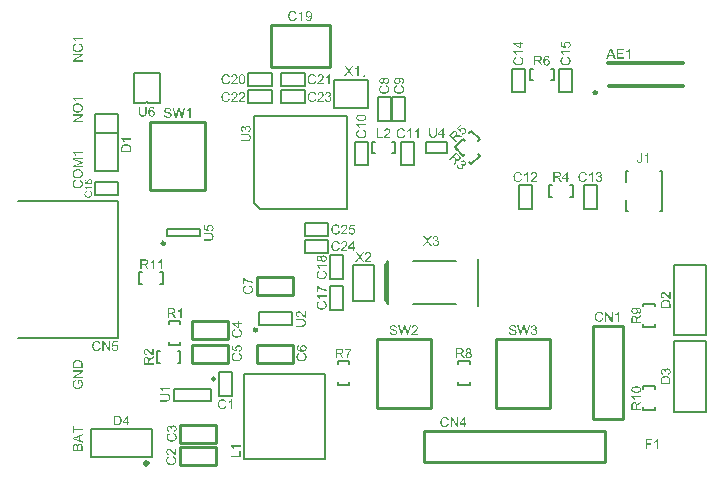
<source format=gto>
G04*
G04 #@! TF.GenerationSoftware,Altium Limited,Altium Designer,25.4.2 (15)*
G04*
G04 Layer_Color=65535*
%FSLAX44Y44*%
%MOMM*%
G71*
G04*
G04 #@! TF.SameCoordinates,58BEE836-9102-4636-8553-DC709D7D42DE*
G04*
G04*
G04 #@! TF.FilePolarity,Positive*
G04*
G01*
G75*
%ADD10C,0.3000*%
%ADD11C,0.2000*%
%ADD12C,0.1000*%
%ADD13C,0.2500*%
%ADD14C,0.2540*%
%ADD15C,0.1500*%
%ADD16C,0.1500*%
G36*
X101563Y45775D02*
X102692D01*
Y44837D01*
X101563D01*
Y42843D01*
X100541D01*
Y44837D01*
X96925D01*
Y45775D01*
X100734Y51157D01*
X101563D01*
Y45775D01*
D02*
G37*
G36*
X92720Y51145D02*
X92960Y51133D01*
X93201Y51109D01*
X93441Y51073D01*
X93645Y51037D01*
X93657D01*
X93681Y51025D01*
X93717D01*
X93765Y51001D01*
X93897Y50965D01*
X94066Y50905D01*
X94258Y50820D01*
X94462Y50712D01*
X94666Y50592D01*
X94859Y50436D01*
X94871Y50424D01*
X94883Y50412D01*
X94919Y50376D01*
X94967Y50340D01*
X95087Y50220D01*
X95231Y50052D01*
X95387Y49847D01*
X95555Y49607D01*
X95712Y49331D01*
X95844Y49018D01*
Y49006D01*
X95856Y48982D01*
X95880Y48934D01*
X95892Y48862D01*
X95928Y48778D01*
X95952Y48682D01*
X95976Y48574D01*
X96012Y48442D01*
X96048Y48310D01*
X96072Y48153D01*
X96132Y47817D01*
X96168Y47445D01*
X96180Y47036D01*
Y47024D01*
Y47000D01*
Y46940D01*
Y46880D01*
X96168Y46796D01*
Y46700D01*
X96156Y46471D01*
X96120Y46207D01*
X96084Y45931D01*
X96024Y45642D01*
X95952Y45354D01*
Y45342D01*
X95940Y45318D01*
X95928Y45282D01*
X95916Y45234D01*
X95868Y45102D01*
X95796Y44934D01*
X95724Y44741D01*
X95628Y44549D01*
X95507Y44345D01*
X95387Y44153D01*
X95375Y44129D01*
X95327Y44068D01*
X95255Y43984D01*
X95159Y43876D01*
X95051Y43756D01*
X94919Y43636D01*
X94787Y43504D01*
X94630Y43396D01*
X94606Y43384D01*
X94558Y43348D01*
X94474Y43300D01*
X94354Y43240D01*
X94210Y43168D01*
X94042Y43107D01*
X93849Y43035D01*
X93633Y42975D01*
X93609D01*
X93573Y42963D01*
X93537Y42951D01*
X93417Y42939D01*
X93249Y42915D01*
X93056Y42891D01*
X92828Y42867D01*
X92576Y42855D01*
X92300Y42843D01*
X89308D01*
Y51157D01*
X92504D01*
X92720Y51145D01*
D02*
G37*
G36*
X500861Y139289D02*
X500969Y139277D01*
X501101Y139265D01*
X501233Y139253D01*
X501389Y139217D01*
X501714Y139145D01*
X502074Y139037D01*
X502254Y138965D01*
X502423Y138881D01*
X502591Y138772D01*
X502759Y138664D01*
X502771Y138652D01*
X502795Y138640D01*
X502843Y138604D01*
X502903Y138544D01*
X502963Y138484D01*
X503047Y138400D01*
X503131Y138304D01*
X503228Y138208D01*
X503324Y138088D01*
X503420Y137943D01*
X503528Y137799D01*
X503624Y137643D01*
X503708Y137463D01*
X503804Y137283D01*
X503876Y137091D01*
X503948Y136874D01*
X502867Y136622D01*
Y136634D01*
X502855Y136658D01*
X502831Y136706D01*
X502807Y136766D01*
X502783Y136838D01*
X502747Y136934D01*
X502651Y137127D01*
X502531Y137343D01*
X502387Y137559D01*
X502206Y137763D01*
X502014Y137943D01*
X501990Y137968D01*
X501918Y138016D01*
X501798Y138076D01*
X501642Y138160D01*
X501437Y138232D01*
X501209Y138304D01*
X500933Y138352D01*
X500633Y138364D01*
X500536D01*
X500476Y138352D01*
X500392D01*
X500296Y138340D01*
X500068Y138304D01*
X499815Y138256D01*
X499551Y138172D01*
X499275Y138052D01*
X499023Y137895D01*
X499011D01*
X498998Y137871D01*
X498914Y137811D01*
X498806Y137715D01*
X498674Y137571D01*
X498518Y137391D01*
X498374Y137187D01*
X498242Y136934D01*
X498121Y136658D01*
Y136646D01*
X498110Y136622D01*
X498097Y136586D01*
X498086Y136526D01*
X498061Y136454D01*
X498037Y136370D01*
X498001Y136165D01*
X497953Y135925D01*
X497905Y135661D01*
X497881Y135372D01*
X497869Y135060D01*
Y135048D01*
Y135012D01*
Y134952D01*
Y134880D01*
X497881Y134796D01*
Y134688D01*
X497893Y134567D01*
X497905Y134435D01*
X497941Y134147D01*
X498001Y133835D01*
X498074Y133522D01*
X498170Y133210D01*
Y133198D01*
X498182Y133174D01*
X498206Y133138D01*
X498230Y133078D01*
X498302Y132934D01*
X498410Y132765D01*
X498542Y132573D01*
X498710Y132369D01*
X498902Y132189D01*
X499131Y132021D01*
X499143D01*
X499167Y132008D01*
X499203Y131984D01*
X499251Y131960D01*
X499311Y131936D01*
X499383Y131900D01*
X499551Y131828D01*
X499767Y131756D01*
X500008Y131696D01*
X500272Y131648D01*
X500548Y131636D01*
X500633D01*
X500705Y131648D01*
X500789D01*
X500873Y131660D01*
X501089Y131708D01*
X501341Y131768D01*
X501594Y131864D01*
X501858Y131996D01*
X501990Y132069D01*
X502110Y132165D01*
X502122Y132177D01*
X502134Y132189D01*
X502170Y132225D01*
X502218Y132261D01*
X502266Y132321D01*
X502327Y132393D01*
X502399Y132465D01*
X502459Y132561D01*
X502531Y132669D01*
X502615Y132789D01*
X502687Y132909D01*
X502759Y133054D01*
X502819Y133210D01*
X502879Y133378D01*
X502939Y133558D01*
X502987Y133750D01*
X504093Y133474D01*
Y133462D01*
X504081Y133414D01*
X504057Y133342D01*
X504021Y133246D01*
X503984Y133138D01*
X503936Y133006D01*
X503876Y132861D01*
X503804Y132705D01*
X503636Y132369D01*
X503420Y132032D01*
X503288Y131864D01*
X503156Y131696D01*
X503011Y131552D01*
X502843Y131408D01*
X502831Y131396D01*
X502807Y131372D01*
X502747Y131348D01*
X502687Y131300D01*
X502591Y131240D01*
X502495Y131180D01*
X502363Y131119D01*
X502230Y131059D01*
X502074Y130987D01*
X501906Y130927D01*
X501726Y130867D01*
X501534Y130807D01*
X501329Y130759D01*
X501113Y130735D01*
X500885Y130711D01*
X500644Y130699D01*
X500512D01*
X500416Y130711D01*
X500308D01*
X500176Y130723D01*
X500032Y130747D01*
X499864Y130771D01*
X499515Y130831D01*
X499155Y130927D01*
X498794Y131059D01*
X498626Y131144D01*
X498458Y131240D01*
X498446Y131252D01*
X498422Y131264D01*
X498374Y131300D01*
X498326Y131348D01*
X498254Y131396D01*
X498170Y131468D01*
X498074Y131552D01*
X497977Y131648D01*
X497881Y131756D01*
X497773Y131864D01*
X497557Y132141D01*
X497353Y132465D01*
X497172Y132825D01*
Y132837D01*
X497148Y132873D01*
X497136Y132934D01*
X497100Y133006D01*
X497076Y133102D01*
X497040Y133222D01*
X496992Y133354D01*
X496956Y133498D01*
X496920Y133654D01*
X496872Y133835D01*
X496812Y134207D01*
X496764Y134628D01*
X496740Y135060D01*
Y135072D01*
Y135120D01*
Y135192D01*
X496752Y135276D01*
Y135396D01*
X496764Y135517D01*
X496776Y135673D01*
X496800Y135829D01*
X496860Y136177D01*
X496944Y136562D01*
X497064Y136946D01*
X497233Y137319D01*
X497244Y137331D01*
X497257Y137367D01*
X497281Y137415D01*
X497329Y137475D01*
X497377Y137559D01*
X497437Y137655D01*
X497593Y137871D01*
X497797Y138112D01*
X498037Y138352D01*
X498314Y138592D01*
X498638Y138797D01*
X498650Y138808D01*
X498686Y138820D01*
X498734Y138845D01*
X498794Y138881D01*
X498890Y138917D01*
X498987Y138953D01*
X499107Y139001D01*
X499239Y139049D01*
X499383Y139097D01*
X499539Y139145D01*
X499876Y139217D01*
X500260Y139277D01*
X500657Y139301D01*
X500777D01*
X500861Y139289D01*
D02*
G37*
G36*
X511986Y130843D02*
X510844D01*
X506495Y137367D01*
Y130843D01*
X505438D01*
Y139157D01*
X506567D01*
X510929Y132621D01*
Y139157D01*
X511986D01*
Y130843D01*
D02*
G37*
G36*
X517260D02*
X516239D01*
Y137343D01*
X516227Y137331D01*
X516167Y137283D01*
X516095Y137211D01*
X515975Y137127D01*
X515843Y137018D01*
X515674Y136898D01*
X515482Y136766D01*
X515266Y136634D01*
X515254D01*
X515242Y136622D01*
X515170Y136574D01*
X515050Y136514D01*
X514905Y136442D01*
X514737Y136358D01*
X514557Y136273D01*
X514377Y136189D01*
X514197Y136117D01*
Y137102D01*
X514208D01*
X514233Y137127D01*
X514281Y137139D01*
X514341Y137175D01*
X514413Y137211D01*
X514497Y137259D01*
X514701Y137379D01*
X514941Y137511D01*
X515182Y137679D01*
X515434Y137871D01*
X515686Y138076D01*
X515698Y138088D01*
X515710Y138100D01*
X515746Y138136D01*
X515794Y138172D01*
X515902Y138292D01*
X516047Y138436D01*
X516191Y138604D01*
X516347Y138797D01*
X516479Y138989D01*
X516599Y139193D01*
X517260D01*
Y130843D01*
D02*
G37*
G36*
X355687Y199246D02*
X358799Y194897D01*
X357441D01*
X355339Y197853D01*
X355327Y197865D01*
X355303Y197901D01*
X355279Y197949D01*
X355231Y198009D01*
X355123Y198177D01*
X355003Y198357D01*
X354991Y198345D01*
X354954Y198297D01*
X354906Y198225D01*
X354846Y198129D01*
X354714Y197937D01*
X354654Y197853D01*
X354606Y197781D01*
X352504Y194897D01*
X351182D01*
X354390Y199198D01*
X351554Y203211D01*
X352864D01*
X354378Y201073D01*
Y201061D01*
X354402Y201048D01*
X354426Y201012D01*
X354462Y200964D01*
X354534Y200844D01*
X354642Y200700D01*
X354750Y200532D01*
X354858Y200364D01*
X354954Y200207D01*
X355038Y200063D01*
X355051Y200087D01*
X355087Y200135D01*
X355147Y200231D01*
X355231Y200352D01*
X355327Y200484D01*
X355447Y200652D01*
X355567Y200820D01*
X355711Y201000D01*
X357369Y203211D01*
X358571D01*
X355687Y199246D01*
D02*
G37*
G36*
X362223Y203235D02*
X362379Y203211D01*
X362571Y203175D01*
X362788Y203115D01*
X363004Y203043D01*
X363220Y202947D01*
X363232D01*
X363244Y202935D01*
X363316Y202899D01*
X363424Y202826D01*
X363545Y202742D01*
X363689Y202622D01*
X363833Y202490D01*
X363977Y202334D01*
X364097Y202154D01*
X364109Y202130D01*
X364145Y202070D01*
X364193Y201961D01*
X364253Y201829D01*
X364314Y201673D01*
X364361Y201493D01*
X364398Y201289D01*
X364410Y201084D01*
Y201061D01*
Y200988D01*
X364398Y200892D01*
X364374Y200760D01*
X364338Y200604D01*
X364277Y200436D01*
X364205Y200268D01*
X364109Y200099D01*
X364097Y200075D01*
X364061Y200027D01*
X363989Y199943D01*
X363893Y199847D01*
X363773Y199739D01*
X363629Y199619D01*
X363461Y199511D01*
X363256Y199403D01*
X363268D01*
X363292Y199391D01*
X363328Y199379D01*
X363376Y199366D01*
X363508Y199318D01*
X363677Y199246D01*
X363869Y199150D01*
X364061Y199030D01*
X364241Y198874D01*
X364410Y198694D01*
X364422Y198670D01*
X364470Y198598D01*
X364542Y198477D01*
X364614Y198321D01*
X364686Y198129D01*
X364758Y197901D01*
X364806Y197636D01*
X364818Y197348D01*
Y197336D01*
Y197300D01*
Y197240D01*
X364806Y197168D01*
X364794Y197072D01*
X364770Y196964D01*
X364746Y196843D01*
X364722Y196711D01*
X364626Y196423D01*
X364554Y196267D01*
X364482Y196123D01*
X364386Y195966D01*
X364277Y195810D01*
X364157Y195654D01*
X364013Y195510D01*
X364001Y195498D01*
X363977Y195474D01*
X363929Y195438D01*
X363869Y195390D01*
X363797Y195330D01*
X363701Y195270D01*
X363593Y195198D01*
X363461Y195138D01*
X363328Y195065D01*
X363172Y194993D01*
X363016Y194933D01*
X362836Y194873D01*
X362644Y194825D01*
X362439Y194789D01*
X362235Y194765D01*
X362007Y194753D01*
X361899D01*
X361827Y194765D01*
X361730Y194777D01*
X361622Y194789D01*
X361502Y194813D01*
X361370Y194837D01*
X361082Y194909D01*
X360781Y195029D01*
X360625Y195101D01*
X360481Y195186D01*
X360337Y195294D01*
X360193Y195402D01*
X360181Y195414D01*
X360157Y195438D01*
X360121Y195474D01*
X360084Y195522D01*
X360024Y195582D01*
X359964Y195666D01*
X359892Y195750D01*
X359820Y195858D01*
X359748Y195978D01*
X359676Y196099D01*
X359544Y196387D01*
X359436Y196723D01*
X359400Y196903D01*
X359376Y197096D01*
X360397Y197228D01*
Y197216D01*
X360409Y197192D01*
X360421Y197144D01*
X360433Y197084D01*
X360445Y197012D01*
X360469Y196928D01*
X360529Y196747D01*
X360613Y196531D01*
X360721Y196327D01*
X360841Y196135D01*
X360985Y195966D01*
X361010Y195954D01*
X361058Y195906D01*
X361154Y195846D01*
X361274Y195786D01*
X361418Y195714D01*
X361598Y195654D01*
X361802Y195606D01*
X362019Y195594D01*
X362091D01*
X362139Y195606D01*
X362271Y195618D01*
X362439Y195654D01*
X362631Y195714D01*
X362836Y195798D01*
X363040Y195918D01*
X363232Y196087D01*
X363256Y196111D01*
X363316Y196183D01*
X363388Y196291D01*
X363484Y196435D01*
X363581Y196615D01*
X363653Y196819D01*
X363713Y197060D01*
X363737Y197324D01*
Y197336D01*
Y197360D01*
Y197396D01*
X363725Y197444D01*
X363713Y197576D01*
X363677Y197733D01*
X363629Y197925D01*
X363545Y198117D01*
X363424Y198309D01*
X363268Y198489D01*
X363244Y198513D01*
X363184Y198561D01*
X363088Y198634D01*
X362956Y198718D01*
X362788Y198802D01*
X362583Y198874D01*
X362355Y198922D01*
X362103Y198946D01*
X361995D01*
X361911Y198934D01*
X361802Y198922D01*
X361682Y198898D01*
X361538Y198874D01*
X361382Y198838D01*
X361502Y199739D01*
X361562D01*
X361610Y199727D01*
X361767D01*
X361899Y199751D01*
X362055Y199775D01*
X362235Y199811D01*
X362439Y199871D01*
X362631Y199955D01*
X362836Y200063D01*
X362848D01*
X362860Y200075D01*
X362920Y200123D01*
X363004Y200207D01*
X363100Y200316D01*
X363196Y200472D01*
X363280Y200652D01*
X363340Y200856D01*
X363364Y200976D01*
Y201108D01*
Y201120D01*
Y201133D01*
Y201205D01*
X363340Y201301D01*
X363316Y201433D01*
X363268Y201577D01*
X363208Y201733D01*
X363112Y201889D01*
X362980Y202034D01*
X362968Y202046D01*
X362908Y202094D01*
X362824Y202154D01*
X362716Y202226D01*
X362571Y202286D01*
X362403Y202346D01*
X362211Y202394D01*
X361995Y202406D01*
X361899D01*
X361791Y202382D01*
X361646Y202358D01*
X361490Y202310D01*
X361334Y202250D01*
X361166Y202154D01*
X361010Y202034D01*
X360998Y202022D01*
X360950Y201961D01*
X360877Y201877D01*
X360793Y201757D01*
X360709Y201601D01*
X360625Y201409D01*
X360553Y201181D01*
X360505Y200916D01*
X359484Y201096D01*
Y201108D01*
X359496Y201145D01*
X359508Y201193D01*
X359520Y201265D01*
X359544Y201349D01*
X359580Y201445D01*
X359652Y201673D01*
X359772Y201938D01*
X359916Y202202D01*
X360097Y202454D01*
X360325Y202682D01*
X360337Y202694D01*
X360361Y202706D01*
X360397Y202730D01*
X360445Y202766D01*
X360505Y202815D01*
X360589Y202863D01*
X360673Y202911D01*
X360781Y202971D01*
X361022Y203067D01*
X361298Y203163D01*
X361622Y203223D01*
X361791Y203247D01*
X362091D01*
X362223Y203235D01*
D02*
G37*
G36*
X298479Y185674D02*
X301591Y181325D01*
X300233D01*
X298131Y184281D01*
X298119Y184293D01*
X298095Y184329D01*
X298071Y184377D01*
X298023Y184437D01*
X297915Y184605D01*
X297794Y184785D01*
X297782Y184773D01*
X297746Y184725D01*
X297698Y184653D01*
X297638Y184557D01*
X297506Y184365D01*
X297446Y184281D01*
X297398Y184209D01*
X295296Y181325D01*
X293974D01*
X297182Y185626D01*
X294346Y189639D01*
X295656D01*
X297170Y187500D01*
Y187488D01*
X297194Y187476D01*
X297218Y187440D01*
X297254Y187392D01*
X297326Y187272D01*
X297434Y187128D01*
X297542Y186960D01*
X297650Y186791D01*
X297746Y186635D01*
X297831Y186491D01*
X297843Y186515D01*
X297879Y186563D01*
X297939Y186659D01*
X298023Y186779D01*
X298119Y186912D01*
X298239Y187080D01*
X298359Y187248D01*
X298503Y187428D01*
X300161Y189639D01*
X301363D01*
X298479Y185674D01*
D02*
G37*
G36*
X305111Y189663D02*
X305207Y189651D01*
X305327Y189639D01*
X305460Y189615D01*
X305592Y189591D01*
X305904Y189507D01*
X306217Y189387D01*
X306373Y189314D01*
X306529Y189230D01*
X306673Y189122D01*
X306805Y189002D01*
X306817Y188990D01*
X306841Y188978D01*
X306865Y188930D01*
X306913Y188882D01*
X306973Y188822D01*
X307033Y188738D01*
X307094Y188654D01*
X307166Y188546D01*
X307286Y188317D01*
X307406Y188029D01*
X307454Y187885D01*
X307478Y187717D01*
X307502Y187548D01*
X307514Y187368D01*
Y187344D01*
Y187284D01*
X307502Y187188D01*
X307490Y187056D01*
X307466Y186912D01*
X307418Y186744D01*
X307370Y186563D01*
X307298Y186383D01*
X307286Y186359D01*
X307262Y186299D01*
X307214Y186203D01*
X307141Y186071D01*
X307045Y185926D01*
X306925Y185746D01*
X306781Y185566D01*
X306613Y185362D01*
X306589Y185338D01*
X306529Y185266D01*
X306469Y185206D01*
X306409Y185146D01*
X306337Y185074D01*
X306241Y184977D01*
X306144Y184881D01*
X306024Y184773D01*
X305904Y184653D01*
X305760Y184521D01*
X305604Y184389D01*
X305436Y184233D01*
X305243Y184076D01*
X305051Y183908D01*
X305039Y183896D01*
X305015Y183872D01*
X304967Y183836D01*
X304907Y183788D01*
X304835Y183716D01*
X304751Y183644D01*
X304559Y183488D01*
X304354Y183307D01*
X304162Y183127D01*
X303994Y182971D01*
X303922Y182911D01*
X303862Y182851D01*
X303850Y182839D01*
X303814Y182803D01*
X303766Y182755D01*
X303706Y182683D01*
X303645Y182599D01*
X303573Y182514D01*
X303429Y182310D01*
X307526D01*
Y181325D01*
X302012D01*
Y181337D01*
Y181385D01*
Y181457D01*
X302024Y181553D01*
X302036Y181661D01*
X302059Y181782D01*
X302084Y181902D01*
X302132Y182034D01*
Y182046D01*
X302144Y182058D01*
X302168Y182130D01*
X302216Y182238D01*
X302288Y182382D01*
X302384Y182551D01*
X302504Y182743D01*
X302636Y182935D01*
X302804Y183139D01*
Y183151D01*
X302829Y183163D01*
X302889Y183235D01*
X302997Y183344D01*
X303153Y183500D01*
X303333Y183680D01*
X303561Y183896D01*
X303838Y184136D01*
X304138Y184389D01*
X304150Y184401D01*
X304198Y184437D01*
X304270Y184497D01*
X304354Y184569D01*
X304462Y184665D01*
X304594Y184773D01*
X304727Y184893D01*
X304883Y185026D01*
X305183Y185314D01*
X305484Y185602D01*
X305628Y185746D01*
X305760Y185891D01*
X305880Y186023D01*
X305976Y186155D01*
Y186167D01*
X306000Y186179D01*
X306024Y186215D01*
X306048Y186263D01*
X306132Y186395D01*
X306229Y186551D01*
X306313Y186744D01*
X306397Y186948D01*
X306445Y187176D01*
X306469Y187392D01*
Y187404D01*
Y187416D01*
X306457Y187488D01*
X306445Y187609D01*
X306409Y187741D01*
X306361Y187909D01*
X306276Y188077D01*
X306168Y188245D01*
X306024Y188414D01*
X306000Y188438D01*
X305940Y188486D01*
X305856Y188546D01*
X305724Y188630D01*
X305556Y188702D01*
X305363Y188774D01*
X305135Y188822D01*
X304883Y188834D01*
X304811D01*
X304763Y188822D01*
X304619Y188810D01*
X304450Y188774D01*
X304270Y188726D01*
X304066Y188642D01*
X303874Y188534D01*
X303694Y188389D01*
X303669Y188365D01*
X303621Y188305D01*
X303549Y188209D01*
X303477Y188065D01*
X303393Y187897D01*
X303321Y187681D01*
X303273Y187440D01*
X303249Y187164D01*
X302204Y187272D01*
Y187284D01*
X302216Y187320D01*
Y187380D01*
X302228Y187464D01*
X302252Y187561D01*
X302276Y187669D01*
X302312Y187801D01*
X302348Y187933D01*
X302444Y188221D01*
X302588Y188510D01*
X302672Y188654D01*
X302780Y188798D01*
X302889Y188930D01*
X303009Y189050D01*
X303021Y189062D01*
X303045Y189074D01*
X303081Y189110D01*
X303141Y189146D01*
X303213Y189194D01*
X303297Y189242D01*
X303393Y189303D01*
X303513Y189363D01*
X303645Y189423D01*
X303790Y189483D01*
X303946Y189531D01*
X304114Y189579D01*
X304294Y189615D01*
X304486Y189651D01*
X304691Y189663D01*
X304907Y189675D01*
X305027D01*
X305111Y189663D01*
D02*
G37*
G36*
X289242Y343174D02*
X292354Y338825D01*
X290996D01*
X288894Y341781D01*
X288882Y341793D01*
X288858Y341829D01*
X288834Y341877D01*
X288786Y341937D01*
X288678Y342105D01*
X288557Y342285D01*
X288545Y342273D01*
X288509Y342225D01*
X288461Y342153D01*
X288401Y342057D01*
X288269Y341865D01*
X288209Y341781D01*
X288161Y341708D01*
X286059Y338825D01*
X284737D01*
X287945Y343126D01*
X285109Y347139D01*
X286419D01*
X287933Y345000D01*
Y344988D01*
X287957Y344976D01*
X287981Y344940D01*
X288017Y344892D01*
X288089Y344772D01*
X288197Y344628D01*
X288305Y344460D01*
X288413Y344291D01*
X288509Y344135D01*
X288594Y343991D01*
X288605Y344015D01*
X288641Y344063D01*
X288702Y344159D01*
X288786Y344280D01*
X288882Y344412D01*
X289002Y344580D01*
X289122Y344748D01*
X289266Y344928D01*
X290924Y347139D01*
X292126D01*
X289242Y343174D01*
D02*
G37*
G36*
X296763Y338825D02*
X295742D01*
Y345325D01*
X295730Y345313D01*
X295670Y345265D01*
X295598Y345193D01*
X295478Y345108D01*
X295345Y345000D01*
X295177Y344880D01*
X294985Y344748D01*
X294769Y344616D01*
X294757D01*
X294745Y344604D01*
X294673Y344556D01*
X294552Y344496D01*
X294408Y344424D01*
X294240Y344340D01*
X294060Y344255D01*
X293880Y344171D01*
X293699Y344099D01*
Y345084D01*
X293711D01*
X293736Y345108D01*
X293784Y345121D01*
X293844Y345157D01*
X293916Y345193D01*
X294000Y345241D01*
X294204Y345361D01*
X294444Y345493D01*
X294685Y345661D01*
X294937Y345853D01*
X295189Y346058D01*
X295201Y346070D01*
X295213Y346082D01*
X295249Y346118D01*
X295297Y346154D01*
X295406Y346274D01*
X295550Y346418D01*
X295694Y346586D01*
X295850Y346778D01*
X295982Y346971D01*
X296102Y347175D01*
X296763D01*
Y338825D01*
D02*
G37*
G36*
X121856Y312735D02*
X121940D01*
X122036Y312723D01*
X122264Y312675D01*
X122516Y312615D01*
X122781Y312519D01*
X123045Y312375D01*
X123177Y312290D01*
X123297Y312194D01*
X123309Y312182D01*
X123321Y312170D01*
X123357Y312134D01*
X123393Y312098D01*
X123454Y312038D01*
X123502Y311966D01*
X123634Y311798D01*
X123766Y311582D01*
X123886Y311317D01*
X123994Y311017D01*
X124066Y310681D01*
X123045Y310597D01*
Y310609D01*
X123033Y310620D01*
X123021Y310693D01*
X122985Y310801D01*
X122937Y310933D01*
X122889Y311077D01*
X122817Y311221D01*
X122733Y311353D01*
X122648Y311462D01*
X122625Y311486D01*
X122576Y311534D01*
X122492Y311606D01*
X122372Y311690D01*
X122216Y311762D01*
X122048Y311834D01*
X121844Y311882D01*
X121627Y311906D01*
X121543D01*
X121447Y311894D01*
X121339Y311870D01*
X121195Y311834D01*
X121051Y311786D01*
X120906Y311726D01*
X120762Y311630D01*
X120738Y311618D01*
X120678Y311570D01*
X120594Y311486D01*
X120486Y311365D01*
X120366Y311221D01*
X120234Y311053D01*
X120113Y310837D01*
X119993Y310597D01*
Y310585D01*
X119981Y310560D01*
X119969Y310524D01*
X119945Y310476D01*
X119933Y310404D01*
X119909Y310320D01*
X119885Y310224D01*
X119861Y310104D01*
X119825Y309972D01*
X119801Y309828D01*
X119777Y309671D01*
X119765Y309503D01*
X119741Y309311D01*
X119729Y309119D01*
X119717Y308902D01*
Y308686D01*
X119729Y308698D01*
X119777Y308770D01*
X119861Y308867D01*
X119969Y308987D01*
X120090Y309131D01*
X120246Y309263D01*
X120414Y309395D01*
X120606Y309515D01*
X120618D01*
X120630Y309527D01*
X120702Y309563D01*
X120810Y309599D01*
X120955Y309659D01*
X121123Y309708D01*
X121315Y309743D01*
X121519Y309779D01*
X121735Y309792D01*
X121832D01*
X121904Y309779D01*
X122000Y309767D01*
X122096Y309755D01*
X122216Y309732D01*
X122336Y309695D01*
X122612Y309611D01*
X122757Y309551D01*
X122901Y309467D01*
X123045Y309383D01*
X123201Y309287D01*
X123345Y309167D01*
X123477Y309035D01*
X123490Y309023D01*
X123513Y308999D01*
X123550Y308963D01*
X123586Y308902D01*
X123646Y308818D01*
X123706Y308734D01*
X123766Y308626D01*
X123838Y308506D01*
X123910Y308374D01*
X123970Y308230D01*
X124030Y308062D01*
X124090Y307893D01*
X124126Y307713D01*
X124162Y307509D01*
X124186Y307305D01*
X124198Y307088D01*
Y307076D01*
Y307052D01*
Y307016D01*
Y306956D01*
X124186Y306884D01*
Y306812D01*
X124150Y306620D01*
X124114Y306392D01*
X124054Y306151D01*
X123970Y305887D01*
X123850Y305635D01*
Y305623D01*
X123838Y305611D01*
X123814Y305575D01*
X123790Y305527D01*
X123718Y305406D01*
X123610Y305250D01*
X123477Y305082D01*
X123321Y304914D01*
X123129Y304746D01*
X122925Y304601D01*
X122913D01*
X122901Y304589D01*
X122865Y304565D01*
X122817Y304553D01*
X122697Y304493D01*
X122540Y304433D01*
X122336Y304361D01*
X122108Y304313D01*
X121856Y304265D01*
X121579Y304253D01*
X121519D01*
X121459Y304265D01*
X121363D01*
X121255Y304277D01*
X121135Y304301D01*
X120991Y304337D01*
X120846Y304373D01*
X120678Y304421D01*
X120510Y304481D01*
X120342Y304553D01*
X120162Y304650D01*
X119993Y304758D01*
X119825Y304878D01*
X119657Y305022D01*
X119501Y305190D01*
X119489Y305202D01*
X119465Y305238D01*
X119429Y305286D01*
X119381Y305370D01*
X119309Y305478D01*
X119249Y305599D01*
X119176Y305755D01*
X119104Y305923D01*
X119020Y306127D01*
X118948Y306355D01*
X118888Y306608D01*
X118828Y306884D01*
X118768Y307197D01*
X118732Y307533D01*
X118708Y307893D01*
X118696Y308278D01*
Y308290D01*
Y308302D01*
Y308338D01*
Y308386D01*
X118708Y308506D01*
Y308674D01*
X118720Y308867D01*
X118744Y309095D01*
X118768Y309347D01*
X118804Y309623D01*
X118852Y309900D01*
X118912Y310200D01*
X118984Y310488D01*
X119068Y310777D01*
X119176Y311053D01*
X119297Y311317D01*
X119429Y311570D01*
X119585Y311786D01*
X119597Y311798D01*
X119621Y311822D01*
X119669Y311870D01*
X119729Y311942D01*
X119801Y312014D01*
X119897Y312086D01*
X120017Y312182D01*
X120138Y312267D01*
X120282Y312351D01*
X120438Y312447D01*
X120618Y312519D01*
X120798Y312603D01*
X121003Y312663D01*
X121219Y312711D01*
X121447Y312735D01*
X121687Y312747D01*
X121784D01*
X121856Y312735D01*
D02*
G37*
G36*
X117326Y307905D02*
Y307893D01*
Y307845D01*
Y307785D01*
Y307701D01*
X117314Y307593D01*
Y307473D01*
X117302Y307329D01*
X117290Y307185D01*
X117254Y306860D01*
X117206Y306524D01*
X117134Y306199D01*
X117086Y306043D01*
X117038Y305899D01*
Y305887D01*
X117026Y305863D01*
X117002Y305827D01*
X116978Y305779D01*
X116906Y305647D01*
X116798Y305478D01*
X116653Y305286D01*
X116485Y305094D01*
X116269Y304890D01*
X116005Y304710D01*
X115993D01*
X115969Y304685D01*
X115933Y304674D01*
X115872Y304638D01*
X115800Y304601D01*
X115704Y304565D01*
X115608Y304529D01*
X115488Y304481D01*
X115356Y304433D01*
X115212Y304397D01*
X115056Y304361D01*
X114875Y304325D01*
X114695Y304301D01*
X114503Y304277D01*
X114070Y304253D01*
X113962D01*
X113878Y304265D01*
X113782D01*
X113662Y304277D01*
X113530Y304289D01*
X113398Y304301D01*
X113097Y304349D01*
X112773Y304421D01*
X112460Y304517D01*
X112160Y304650D01*
X112148D01*
X112124Y304674D01*
X112088Y304697D01*
X112040Y304722D01*
X111908Y304818D01*
X111752Y304950D01*
X111571Y305118D01*
X111403Y305310D01*
X111235Y305550D01*
X111103Y305815D01*
Y305827D01*
X111091Y305851D01*
X111079Y305899D01*
X111055Y305959D01*
X111031Y306031D01*
X111007Y306127D01*
X110971Y306235D01*
X110947Y306367D01*
X110923Y306512D01*
X110887Y306668D01*
X110863Y306836D01*
X110839Y307016D01*
X110815Y307220D01*
X110802Y307437D01*
X110791Y307665D01*
Y307905D01*
Y312711D01*
X111896D01*
Y307905D01*
Y307893D01*
Y307857D01*
Y307797D01*
Y307725D01*
X111908Y307641D01*
Y307533D01*
X111920Y307305D01*
X111944Y307040D01*
X111980Y306776D01*
X112028Y306524D01*
X112052Y306416D01*
X112088Y306307D01*
X112100Y306283D01*
X112124Y306223D01*
X112184Y306139D01*
X112256Y306019D01*
X112340Y305899D01*
X112460Y305767D01*
X112605Y305635D01*
X112773Y305527D01*
X112797Y305515D01*
X112857Y305478D01*
X112965Y305442D01*
X113109Y305394D01*
X113277Y305334D01*
X113494Y305298D01*
X113722Y305262D01*
X113974Y305250D01*
X114094D01*
X114166Y305262D01*
X114275D01*
X114383Y305274D01*
X114647Y305322D01*
X114935Y305382D01*
X115212Y305478D01*
X115476Y305611D01*
X115596Y305695D01*
X115704Y305791D01*
X115716Y305803D01*
X115728Y305815D01*
X115752Y305851D01*
X115788Y305899D01*
X115824Y305971D01*
X115872Y306043D01*
X115921Y306151D01*
X115969Y306259D01*
X116017Y306392D01*
X116053Y306548D01*
X116101Y306728D01*
X116137Y306920D01*
X116173Y307136D01*
X116197Y307365D01*
X116221Y307629D01*
Y307905D01*
Y312711D01*
X117326D01*
Y307905D01*
D02*
G37*
G36*
X171216Y212722D02*
X171312Y212710D01*
X171420Y212698D01*
X171552Y212674D01*
X171684Y212650D01*
X171997Y212578D01*
X172321Y212458D01*
X172489Y212386D01*
X172645Y212289D01*
X172814Y212193D01*
X172970Y212073D01*
X172982Y212061D01*
X173018Y212037D01*
X173066Y211989D01*
X173126Y211929D01*
X173198Y211845D01*
X173294Y211749D01*
X173378Y211629D01*
X173474Y211497D01*
X173570Y211352D01*
X173655Y211184D01*
X173739Y211004D01*
X173823Y210812D01*
X173883Y210607D01*
X173931Y210379D01*
X173967Y210139D01*
X173979Y209887D01*
Y209778D01*
X173967Y209694D01*
X173955Y209598D01*
X173943Y209490D01*
X173931Y209358D01*
X173895Y209226D01*
X173823Y208925D01*
X173715Y208625D01*
X173643Y208469D01*
X173559Y208313D01*
X173462Y208169D01*
X173354Y208024D01*
X173342Y208012D01*
X173330Y207988D01*
X173282Y207964D01*
X173234Y207916D01*
X173174Y207856D01*
X173102Y207796D01*
X173006Y207724D01*
X172898Y207664D01*
X172790Y207592D01*
X172657Y207520D01*
X172369Y207388D01*
X172033Y207279D01*
X171852Y207243D01*
X171660Y207219D01*
X171576Y208289D01*
X171588D01*
X171612D01*
X171648Y208301D01*
X171708Y208313D01*
X171840Y208349D01*
X172021Y208397D01*
X172201Y208469D01*
X172405Y208565D01*
X172585Y208685D01*
X172754Y208829D01*
X172766Y208853D01*
X172814Y208901D01*
X172874Y208997D01*
X172946Y209130D01*
X173018Y209274D01*
X173078Y209454D01*
X173126Y209658D01*
X173138Y209887D01*
Y209959D01*
X173126Y210007D01*
X173114Y210151D01*
X173066Y210319D01*
X173006Y210523D01*
X172910Y210728D01*
X172766Y210944D01*
X172682Y211040D01*
X172585Y211136D01*
X172573Y211148D01*
X172561Y211160D01*
X172525Y211184D01*
X172489Y211220D01*
X172357Y211304D01*
X172189Y211400D01*
X171985Y211485D01*
X171732Y211569D01*
X171432Y211629D01*
X171276Y211653D01*
X171108D01*
X171096D01*
X171072D01*
X171024D01*
X170963Y211641D01*
X170891D01*
X170807Y211629D01*
X170615Y211593D01*
X170387Y211532D01*
X170159Y211448D01*
X169942Y211328D01*
X169738Y211160D01*
X169726D01*
X169714Y211136D01*
X169654Y211076D01*
X169570Y210968D01*
X169474Y210824D01*
X169390Y210632D01*
X169305Y210415D01*
X169245Y210163D01*
X169221Y210019D01*
Y209790D01*
X169233Y209694D01*
X169245Y209574D01*
X169281Y209430D01*
X169317Y209286D01*
X169378Y209130D01*
X169450Y208974D01*
X169462Y208962D01*
X169486Y208913D01*
X169546Y208841D01*
X169606Y208745D01*
X169690Y208649D01*
X169798Y208553D01*
X169906Y208445D01*
X170038Y208361D01*
X169906Y207400D01*
X165629Y208205D01*
Y212337D01*
X166602D01*
Y209010D01*
X168849Y208565D01*
X168837Y208577D01*
X168825Y208601D01*
X168801Y208637D01*
X168765Y208697D01*
X168729Y208769D01*
X168681Y208853D01*
X168585Y209046D01*
X168489Y209286D01*
X168404Y209550D01*
X168344Y209839D01*
X168320Y209983D01*
Y210247D01*
X168332Y210319D01*
X168344Y210415D01*
X168356Y210523D01*
X168380Y210644D01*
X168416Y210776D01*
X168500Y211064D01*
X168561Y211220D01*
X168645Y211376D01*
X168729Y211532D01*
X168825Y211689D01*
X168945Y211833D01*
X169077Y211977D01*
X169089Y211989D01*
X169113Y212013D01*
X169149Y212049D01*
X169209Y212097D01*
X169293Y212157D01*
X169378Y212217D01*
X169486Y212289D01*
X169606Y212362D01*
X169738Y212422D01*
X169882Y212494D01*
X170050Y212554D01*
X170219Y212614D01*
X170399Y212662D01*
X170603Y212698D01*
X170807Y212722D01*
X171024Y212734D01*
X171035D01*
X171072D01*
X171132D01*
X171216Y212722D01*
D02*
G37*
G36*
X170639Y205790D02*
X170759D01*
X170903Y205778D01*
X171047Y205766D01*
X171372Y205730D01*
X171708Y205682D01*
X172033Y205609D01*
X172189Y205562D01*
X172333Y205513D01*
X172345D01*
X172369Y205501D01*
X172405Y205477D01*
X172453Y205453D01*
X172585Y205381D01*
X172754Y205273D01*
X172946Y205129D01*
X173138Y204961D01*
X173342Y204744D01*
X173522Y204480D01*
Y204468D01*
X173547Y204444D01*
X173559Y204408D01*
X173594Y204348D01*
X173631Y204276D01*
X173667Y204180D01*
X173703Y204084D01*
X173751Y203964D01*
X173799Y203831D01*
X173835Y203687D01*
X173871Y203531D01*
X173907Y203351D01*
X173931Y203171D01*
X173955Y202978D01*
X173979Y202546D01*
Y202438D01*
X173967Y202354D01*
Y202258D01*
X173955Y202137D01*
X173943Y202005D01*
X173931Y201873D01*
X173883Y201573D01*
X173811Y201248D01*
X173715Y200936D01*
X173582Y200636D01*
Y200624D01*
X173559Y200600D01*
X173535Y200564D01*
X173510Y200515D01*
X173414Y200383D01*
X173282Y200227D01*
X173114Y200047D01*
X172922Y199879D01*
X172682Y199711D01*
X172417Y199578D01*
X172405D01*
X172381Y199566D01*
X172333Y199554D01*
X172273Y199530D01*
X172201Y199506D01*
X172105Y199482D01*
X171997Y199446D01*
X171864Y199422D01*
X171720Y199398D01*
X171564Y199362D01*
X171396Y199338D01*
X171216Y199314D01*
X171012Y199290D01*
X170795Y199278D01*
X170567Y199266D01*
X170327D01*
X165521D01*
Y200371D01*
X170327D01*
X170339D01*
X170375D01*
X170435D01*
X170507D01*
X170591Y200383D01*
X170699D01*
X170927Y200395D01*
X171192Y200419D01*
X171456Y200455D01*
X171708Y200504D01*
X171816Y200527D01*
X171925Y200564D01*
X171949Y200576D01*
X172009Y200600D01*
X172093Y200660D01*
X172213Y200732D01*
X172333Y200816D01*
X172465Y200936D01*
X172597Y201080D01*
X172705Y201248D01*
X172717Y201272D01*
X172754Y201332D01*
X172790Y201441D01*
X172838Y201585D01*
X172898Y201753D01*
X172934Y201969D01*
X172970Y202197D01*
X172982Y202450D01*
Y202570D01*
X172970Y202642D01*
Y202750D01*
X172958Y202858D01*
X172910Y203123D01*
X172850Y203411D01*
X172754Y203687D01*
X172621Y203952D01*
X172537Y204072D01*
X172441Y204180D01*
X172429Y204192D01*
X172417Y204204D01*
X172381Y204228D01*
X172333Y204264D01*
X172261Y204300D01*
X172189Y204348D01*
X172081Y204396D01*
X171973Y204444D01*
X171840Y204492D01*
X171684Y204528D01*
X171504Y204576D01*
X171312Y204612D01*
X171096Y204648D01*
X170867Y204672D01*
X170603Y204697D01*
X170327D01*
X165521D01*
Y205802D01*
X170327D01*
X170339D01*
X170387D01*
X170447D01*
X170531D01*
X170639Y205790D01*
D02*
G37*
G36*
X363100Y289923D02*
Y289911D01*
Y289863D01*
Y289803D01*
Y289719D01*
X363088Y289611D01*
Y289491D01*
X363076Y289347D01*
X363064Y289202D01*
X363028Y288878D01*
X362980Y288542D01*
X362908Y288217D01*
X362859Y288061D01*
X362812Y287917D01*
Y287905D01*
X362799Y287881D01*
X362775Y287845D01*
X362751Y287797D01*
X362679Y287665D01*
X362571Y287496D01*
X362427Y287304D01*
X362259Y287112D01*
X362043Y286908D01*
X361778Y286728D01*
X361766D01*
X361742Y286703D01*
X361706Y286691D01*
X361646Y286656D01*
X361574Y286619D01*
X361478Y286583D01*
X361382Y286547D01*
X361262Y286499D01*
X361129Y286451D01*
X360985Y286415D01*
X360829Y286379D01*
X360649Y286343D01*
X360469Y286319D01*
X360276Y286295D01*
X359844Y286271D01*
X359736D01*
X359652Y286283D01*
X359556D01*
X359436Y286295D01*
X359303Y286307D01*
X359171Y286319D01*
X358871Y286367D01*
X358546Y286439D01*
X358234Y286535D01*
X357934Y286667D01*
X357922D01*
X357898Y286691D01*
X357862Y286716D01*
X357814Y286740D01*
X357681Y286836D01*
X357525Y286968D01*
X357345Y287136D01*
X357177Y287328D01*
X357009Y287568D01*
X356876Y287833D01*
Y287845D01*
X356865Y287869D01*
X356852Y287917D01*
X356828Y287977D01*
X356804Y288049D01*
X356780Y288145D01*
X356744Y288253D01*
X356720Y288386D01*
X356696Y288530D01*
X356660Y288686D01*
X356636Y288854D01*
X356612Y289034D01*
X356588Y289238D01*
X356576Y289455D01*
X356564Y289683D01*
Y289923D01*
Y294729D01*
X357669D01*
Y289923D01*
Y289911D01*
Y289875D01*
Y289815D01*
Y289743D01*
X357681Y289659D01*
Y289551D01*
X357693Y289323D01*
X357718Y289058D01*
X357753Y288794D01*
X357802Y288542D01*
X357826Y288434D01*
X357862Y288325D01*
X357874Y288301D01*
X357898Y288241D01*
X357958Y288157D01*
X358030Y288037D01*
X358114Y287917D01*
X358234Y287785D01*
X358378Y287653D01*
X358546Y287544D01*
X358571Y287533D01*
X358631Y287496D01*
X358739Y287460D01*
X358883Y287412D01*
X359051Y287352D01*
X359267Y287316D01*
X359496Y287280D01*
X359748Y287268D01*
X359868D01*
X359940Y287280D01*
X360048D01*
X360156Y287292D01*
X360421Y287340D01*
X360709Y287400D01*
X360985Y287496D01*
X361250Y287629D01*
X361370Y287713D01*
X361478Y287809D01*
X361490Y287821D01*
X361502Y287833D01*
X361526Y287869D01*
X361562Y287917D01*
X361598Y287989D01*
X361646Y288061D01*
X361694Y288169D01*
X361742Y288277D01*
X361790Y288410D01*
X361826Y288566D01*
X361874Y288746D01*
X361910Y288938D01*
X361946Y289154D01*
X361970Y289383D01*
X361995Y289647D01*
Y289923D01*
Y294729D01*
X363100D01*
Y289923D01*
D02*
G37*
G36*
X368807Y289347D02*
X369936D01*
Y288410D01*
X368807D01*
Y286415D01*
X367785D01*
Y288410D01*
X364169D01*
Y289347D01*
X367978Y294729D01*
X368807D01*
Y289347D01*
D02*
G37*
G36*
X203082Y296692D02*
X203178Y296680D01*
X203286Y296656D01*
X203407Y296632D01*
X203539Y296608D01*
X203827Y296512D01*
X203983Y296440D01*
X204127Y296368D01*
X204284Y296271D01*
X204440Y296163D01*
X204596Y296043D01*
X204740Y295899D01*
X204752Y295887D01*
X204776Y295863D01*
X204812Y295815D01*
X204860Y295755D01*
X204920Y295683D01*
X204980Y295587D01*
X205052Y295478D01*
X205112Y295346D01*
X205185Y295214D01*
X205257Y295058D01*
X205317Y294902D01*
X205377Y294722D01*
X205425Y294529D01*
X205461Y294325D01*
X205485Y294121D01*
X205497Y293893D01*
Y293785D01*
X205485Y293712D01*
X205473Y293616D01*
X205461Y293508D01*
X205437Y293388D01*
X205413Y293256D01*
X205341Y292967D01*
X205221Y292667D01*
X205149Y292511D01*
X205065Y292367D01*
X204956Y292223D01*
X204848Y292078D01*
X204836Y292066D01*
X204812Y292042D01*
X204776Y292006D01*
X204728Y291970D01*
X204668Y291910D01*
X204584Y291850D01*
X204500Y291778D01*
X204392Y291706D01*
X204272Y291634D01*
X204151Y291562D01*
X203863Y291430D01*
X203527Y291322D01*
X203346Y291285D01*
X203154Y291262D01*
X203022Y292283D01*
X203034D01*
X203058Y292295D01*
X203106Y292307D01*
X203166Y292319D01*
X203238Y292331D01*
X203322Y292355D01*
X203503Y292415D01*
X203719Y292499D01*
X203923Y292607D01*
X204115Y292727D01*
X204284Y292871D01*
X204296Y292896D01*
X204344Y292943D01*
X204404Y293040D01*
X204464Y293160D01*
X204536Y293304D01*
X204596Y293484D01*
X204644Y293688D01*
X204656Y293905D01*
Y293977D01*
X204644Y294025D01*
X204632Y294157D01*
X204596Y294325D01*
X204536Y294517D01*
X204452Y294722D01*
X204332Y294926D01*
X204163Y295118D01*
X204139Y295142D01*
X204067Y295202D01*
X203959Y295274D01*
X203815Y295370D01*
X203635Y295466D01*
X203431Y295539D01*
X203190Y295599D01*
X202926Y295623D01*
X202914D01*
X202890D01*
X202854D01*
X202806Y295611D01*
X202674Y295599D01*
X202518Y295563D01*
X202325Y295515D01*
X202133Y295430D01*
X201941Y295310D01*
X201761Y295154D01*
X201737Y295130D01*
X201688Y295070D01*
X201616Y294974D01*
X201532Y294842D01*
X201448Y294674D01*
X201376Y294469D01*
X201328Y294241D01*
X201304Y293989D01*
Y293881D01*
X201316Y293797D01*
X201328Y293688D01*
X201352Y293568D01*
X201376Y293424D01*
X201412Y293268D01*
X200511Y293388D01*
Y293448D01*
X200523Y293496D01*
Y293652D01*
X200499Y293785D01*
X200475Y293941D01*
X200439Y294121D01*
X200379Y294325D01*
X200295Y294517D01*
X200187Y294722D01*
Y294734D01*
X200175Y294746D01*
X200127Y294806D01*
X200042Y294890D01*
X199934Y294986D01*
X199778Y295082D01*
X199598Y295166D01*
X199394Y295226D01*
X199274Y295250D01*
X199142D01*
X199129D01*
X199117D01*
X199045D01*
X198949Y295226D01*
X198817Y295202D01*
X198673Y295154D01*
X198517Y295094D01*
X198361Y294998D01*
X198216Y294866D01*
X198204Y294854D01*
X198156Y294794D01*
X198096Y294710D01*
X198024Y294601D01*
X197964Y294457D01*
X197904Y294289D01*
X197856Y294097D01*
X197844Y293881D01*
Y293785D01*
X197868Y293676D01*
X197892Y293532D01*
X197940Y293376D01*
X198000Y293220D01*
X198096Y293052D01*
X198216Y292896D01*
X198228Y292883D01*
X198288Y292835D01*
X198373Y292763D01*
X198493Y292679D01*
X198649Y292595D01*
X198841Y292511D01*
X199069Y292439D01*
X199334Y292391D01*
X199153Y291370D01*
X199142D01*
X199105Y291382D01*
X199057Y291394D01*
X198985Y291406D01*
X198901Y291430D01*
X198805Y291466D01*
X198577Y291538D01*
X198312Y291658D01*
X198048Y291802D01*
X197796Y291982D01*
X197568Y292211D01*
X197556Y292223D01*
X197544Y292247D01*
X197519Y292283D01*
X197484Y292331D01*
X197435Y292391D01*
X197387Y292475D01*
X197339Y292559D01*
X197279Y292667D01*
X197183Y292908D01*
X197087Y293184D01*
X197027Y293508D01*
X197003Y293676D01*
Y293977D01*
X197015Y294109D01*
X197039Y294265D01*
X197075Y294457D01*
X197135Y294674D01*
X197207Y294890D01*
X197303Y295106D01*
Y295118D01*
X197315Y295130D01*
X197351Y295202D01*
X197423Y295310D01*
X197507Y295430D01*
X197628Y295575D01*
X197760Y295719D01*
X197916Y295863D01*
X198096Y295983D01*
X198120Y295995D01*
X198180Y296031D01*
X198288Y296079D01*
X198421Y296139D01*
X198577Y296199D01*
X198757Y296247D01*
X198961Y296283D01*
X199165Y296296D01*
X199189D01*
X199262D01*
X199358Y296283D01*
X199490Y296259D01*
X199646Y296223D01*
X199814Y296163D01*
X199982Y296091D01*
X200151Y295995D01*
X200175Y295983D01*
X200223Y295947D01*
X200307Y295875D01*
X200403Y295779D01*
X200511Y295659D01*
X200631Y295515D01*
X200739Y295346D01*
X200847Y295142D01*
Y295154D01*
X200860Y295178D01*
X200872Y295214D01*
X200884Y295262D01*
X200932Y295394D01*
X201004Y295563D01*
X201100Y295755D01*
X201220Y295947D01*
X201376Y296127D01*
X201556Y296296D01*
X201580Y296308D01*
X201652Y296355D01*
X201773Y296428D01*
X201929Y296500D01*
X202121Y296572D01*
X202349Y296644D01*
X202614Y296692D01*
X202902Y296704D01*
X202914D01*
X202950D01*
X203010D01*
X203082Y296692D01*
D02*
G37*
G36*
X202157Y289820D02*
X202277D01*
X202421Y289808D01*
X202565Y289796D01*
X202890Y289760D01*
X203226Y289712D01*
X203551Y289640D01*
X203707Y289592D01*
X203851Y289543D01*
X203863D01*
X203887Y289531D01*
X203923Y289507D01*
X203971Y289483D01*
X204103Y289411D01*
X204272Y289303D01*
X204464Y289159D01*
X204656Y288991D01*
X204860Y288775D01*
X205040Y288510D01*
Y288498D01*
X205065Y288474D01*
X205077Y288438D01*
X205112Y288378D01*
X205149Y288306D01*
X205185Y288210D01*
X205221Y288114D01*
X205269Y287994D01*
X205317Y287861D01*
X205353Y287717D01*
X205389Y287561D01*
X205425Y287381D01*
X205449Y287201D01*
X205473Y287008D01*
X205497Y286576D01*
Y286468D01*
X205485Y286384D01*
Y286288D01*
X205473Y286168D01*
X205461Y286035D01*
X205449Y285903D01*
X205401Y285603D01*
X205329Y285278D01*
X205233Y284966D01*
X205100Y284666D01*
Y284654D01*
X205077Y284630D01*
X205052Y284594D01*
X205028Y284546D01*
X204932Y284413D01*
X204800Y284257D01*
X204632Y284077D01*
X204440Y283909D01*
X204199Y283741D01*
X203935Y283608D01*
X203923D01*
X203899Y283596D01*
X203851Y283584D01*
X203791Y283560D01*
X203719Y283536D01*
X203623Y283512D01*
X203515Y283476D01*
X203382Y283452D01*
X203238Y283428D01*
X203082Y283392D01*
X202914Y283368D01*
X202734Y283344D01*
X202530Y283320D01*
X202313Y283308D01*
X202085Y283296D01*
X201845D01*
X197039D01*
Y284401D01*
X201845D01*
X201857D01*
X201893D01*
X201953D01*
X202025D01*
X202109Y284413D01*
X202217D01*
X202445Y284425D01*
X202710Y284450D01*
X202974Y284485D01*
X203226Y284534D01*
X203334Y284558D01*
X203442Y284594D01*
X203467Y284606D01*
X203527Y284630D01*
X203611Y284690D01*
X203731Y284762D01*
X203851Y284846D01*
X203983Y284966D01*
X204115Y285110D01*
X204223Y285278D01*
X204235Y285303D01*
X204272Y285362D01*
X204308Y285471D01*
X204356Y285615D01*
X204416Y285783D01*
X204452Y285999D01*
X204488Y286228D01*
X204500Y286480D01*
Y286600D01*
X204488Y286672D01*
Y286780D01*
X204476Y286888D01*
X204428Y287153D01*
X204368Y287441D01*
X204272Y287717D01*
X204139Y287982D01*
X204055Y288102D01*
X203959Y288210D01*
X203947Y288222D01*
X203935Y288234D01*
X203899Y288258D01*
X203851Y288294D01*
X203779Y288330D01*
X203707Y288378D01*
X203599Y288426D01*
X203491Y288474D01*
X203358Y288522D01*
X203202Y288558D01*
X203022Y288606D01*
X202830Y288642D01*
X202614Y288678D01*
X202385Y288703D01*
X202121Y288727D01*
X201845D01*
X197039D01*
Y289832D01*
X201845D01*
X201857D01*
X201905D01*
X201965D01*
X202049D01*
X202157Y289820D01*
D02*
G37*
G36*
X252103Y134147D02*
X252091D01*
X252043D01*
X251971D01*
X251875Y134159D01*
X251766Y134171D01*
X251646Y134195D01*
X251526Y134219D01*
X251394Y134268D01*
X251382D01*
X251370Y134279D01*
X251298Y134304D01*
X251190Y134352D01*
X251046Y134424D01*
X250877Y134520D01*
X250685Y134640D01*
X250493Y134772D01*
X250289Y134940D01*
X250277D01*
X250265Y134964D01*
X250193Y135024D01*
X250084Y135133D01*
X249928Y135289D01*
X249748Y135469D01*
X249532Y135697D01*
X249291Y135974D01*
X249039Y136274D01*
X249027Y136286D01*
X248991Y136334D01*
X248931Y136406D01*
X248859Y136490D01*
X248763Y136598D01*
X248655Y136730D01*
X248535Y136863D01*
X248403Y137019D01*
X248114Y137319D01*
X247826Y137619D01*
X247682Y137764D01*
X247537Y137896D01*
X247405Y138016D01*
X247273Y138112D01*
X247261D01*
X247249Y138136D01*
X247213Y138160D01*
X247165Y138184D01*
X247033Y138268D01*
X246877Y138364D01*
X246684Y138448D01*
X246480Y138532D01*
X246252Y138581D01*
X246036Y138605D01*
X246024D01*
X246012D01*
X245940Y138593D01*
X245819Y138581D01*
X245687Y138545D01*
X245519Y138497D01*
X245351Y138412D01*
X245183Y138304D01*
X245014Y138160D01*
X244990Y138136D01*
X244942Y138076D01*
X244882Y137992D01*
X244798Y137860D01*
X244726Y137691D01*
X244654Y137499D01*
X244606Y137271D01*
X244594Y137019D01*
Y136947D01*
X244606Y136899D01*
X244618Y136754D01*
X244654Y136586D01*
X244702Y136406D01*
X244786Y136202D01*
X244894Y136010D01*
X245039Y135829D01*
X245063Y135805D01*
X245123Y135757D01*
X245219Y135685D01*
X245363Y135613D01*
X245531Y135529D01*
X245747Y135457D01*
X245988Y135409D01*
X246264Y135385D01*
X246156Y134340D01*
X246144D01*
X246108Y134352D01*
X246048D01*
X245964Y134364D01*
X245868Y134388D01*
X245759Y134412D01*
X245627Y134448D01*
X245495Y134484D01*
X245207Y134580D01*
X244918Y134724D01*
X244774Y134808D01*
X244630Y134916D01*
X244498Y135024D01*
X244378Y135145D01*
X244366Y135156D01*
X244354Y135181D01*
X244318Y135217D01*
X244282Y135277D01*
X244233Y135349D01*
X244186Y135433D01*
X244125Y135529D01*
X244065Y135649D01*
X244005Y135781D01*
X243945Y135926D01*
X243897Y136082D01*
X243849Y136250D01*
X243813Y136430D01*
X243777Y136622D01*
X243765Y136826D01*
X243753Y137043D01*
Y137163D01*
X243765Y137247D01*
X243777Y137343D01*
X243789Y137463D01*
X243813Y137595D01*
X243837Y137728D01*
X243921Y138040D01*
X244041Y138352D01*
X244113Y138509D01*
X244198Y138665D01*
X244306Y138809D01*
X244426Y138941D01*
X244438Y138953D01*
X244450Y138977D01*
X244498Y139001D01*
X244546Y139049D01*
X244606Y139109D01*
X244690Y139169D01*
X244774Y139229D01*
X244882Y139301D01*
X245111Y139422D01*
X245399Y139542D01*
X245543Y139590D01*
X245711Y139614D01*
X245879Y139638D01*
X246060Y139650D01*
X246084D01*
X246144D01*
X246240Y139638D01*
X246372Y139626D01*
X246516Y139602D01*
X246684Y139554D01*
X246865Y139506D01*
X247045Y139434D01*
X247069Y139422D01*
X247129Y139398D01*
X247225Y139349D01*
X247357Y139277D01*
X247501Y139181D01*
X247682Y139061D01*
X247862Y138917D01*
X248066Y138749D01*
X248090Y138725D01*
X248162Y138665D01*
X248222Y138605D01*
X248282Y138545D01*
X248354Y138472D01*
X248451Y138376D01*
X248547Y138280D01*
X248655Y138160D01*
X248775Y138040D01*
X248907Y137896D01*
X249039Y137740D01*
X249195Y137571D01*
X249352Y137379D01*
X249520Y137187D01*
X249532Y137175D01*
X249556Y137151D01*
X249592Y137103D01*
X249640Y137043D01*
X249712Y136971D01*
X249784Y136887D01*
X249940Y136694D01*
X250121Y136490D01*
X250301Y136298D01*
X250457Y136130D01*
X250517Y136058D01*
X250577Y135997D01*
X250589Y135985D01*
X250625Y135949D01*
X250673Y135901D01*
X250745Y135841D01*
X250829Y135781D01*
X250913Y135709D01*
X251118Y135565D01*
Y139662D01*
X252103D01*
Y134147D01*
D02*
G37*
G36*
X248907Y132862D02*
X249027D01*
X249171Y132850D01*
X249316Y132838D01*
X249640Y132802D01*
X249976Y132754D01*
X250301Y132682D01*
X250457Y132634D01*
X250601Y132585D01*
X250613D01*
X250637Y132573D01*
X250673Y132549D01*
X250721Y132525D01*
X250853Y132453D01*
X251022Y132345D01*
X251214Y132201D01*
X251406Y132033D01*
X251610Y131817D01*
X251791Y131552D01*
Y131540D01*
X251814Y131516D01*
X251826Y131480D01*
X251863Y131420D01*
X251899Y131348D01*
X251935Y131252D01*
X251971Y131156D01*
X252019Y131036D01*
X252067Y130904D01*
X252103Y130759D01*
X252139Y130603D01*
X252175Y130423D01*
X252199Y130243D01*
X252223Y130050D01*
X252247Y129618D01*
Y129510D01*
X252235Y129426D01*
Y129330D01*
X252223Y129209D01*
X252211Y129077D01*
X252199Y128945D01*
X252151Y128645D01*
X252079Y128321D01*
X251983Y128008D01*
X251851Y127708D01*
Y127696D01*
X251826Y127672D01*
X251803Y127636D01*
X251779Y127588D01*
X251682Y127455D01*
X251550Y127299D01*
X251382Y127119D01*
X251190Y126951D01*
X250949Y126783D01*
X250685Y126650D01*
X250673D01*
X250649Y126638D01*
X250601Y126627D01*
X250541Y126602D01*
X250469Y126578D01*
X250373Y126554D01*
X250265Y126518D01*
X250133Y126494D01*
X249988Y126470D01*
X249832Y126434D01*
X249664Y126410D01*
X249484Y126386D01*
X249279Y126362D01*
X249063Y126350D01*
X248835Y126338D01*
X248595D01*
X243789D01*
Y127443D01*
X248595D01*
X248607D01*
X248643D01*
X248703D01*
X248775D01*
X248859Y127455D01*
X248967D01*
X249195Y127467D01*
X249460Y127492D01*
X249724Y127528D01*
X249976Y127576D01*
X250084Y127600D01*
X250193Y127636D01*
X250217Y127648D01*
X250277Y127672D01*
X250361Y127732D01*
X250481Y127804D01*
X250601Y127888D01*
X250733Y128008D01*
X250865Y128152D01*
X250973Y128321D01*
X250986Y128344D01*
X251022Y128405D01*
X251058Y128513D01*
X251106Y128657D01*
X251166Y128825D01*
X251202Y129041D01*
X251238Y129270D01*
X251250Y129522D01*
Y129642D01*
X251238Y129714D01*
Y129822D01*
X251226Y129930D01*
X251178Y130195D01*
X251118Y130483D01*
X251022Y130759D01*
X250889Y131024D01*
X250805Y131144D01*
X250709Y131252D01*
X250697Y131264D01*
X250685Y131276D01*
X250649Y131300D01*
X250601Y131336D01*
X250529Y131372D01*
X250457Y131420D01*
X250349Y131468D01*
X250241Y131516D01*
X250109Y131564D01*
X249952Y131600D01*
X249772Y131648D01*
X249580Y131684D01*
X249364Y131721D01*
X249135Y131744D01*
X248871Y131769D01*
X248595D01*
X243789D01*
Y132874D01*
X248595D01*
X248607D01*
X248655D01*
X248715D01*
X248799D01*
X248907Y132862D01*
D02*
G37*
G36*
X137103Y73878D02*
X130603D01*
X130615Y73866D01*
X130663Y73806D01*
X130735Y73734D01*
X130819Y73613D01*
X130927Y73481D01*
X131048Y73313D01*
X131180Y73121D01*
X131312Y72905D01*
Y72893D01*
X131324Y72881D01*
X131372Y72808D01*
X131432Y72688D01*
X131504Y72544D01*
X131588Y72376D01*
X131672Y72196D01*
X131756Y72016D01*
X131829Y71835D01*
X130843D01*
Y71847D01*
X130819Y71871D01*
X130807Y71919D01*
X130771Y71979D01*
X130735Y72052D01*
X130687Y72136D01*
X130567Y72340D01*
X130435Y72580D01*
X130267Y72821D01*
X130075Y73073D01*
X129870Y73325D01*
X129858Y73337D01*
X129846Y73349D01*
X129810Y73385D01*
X129774Y73433D01*
X129654Y73541D01*
X129510Y73685D01*
X129342Y73830D01*
X129149Y73986D01*
X128957Y74118D01*
X128753Y74238D01*
Y74899D01*
X137103D01*
Y73878D01*
D02*
G37*
G36*
X133907Y69625D02*
X134027D01*
X134171Y69613D01*
X134316Y69601D01*
X134640Y69565D01*
X134976Y69517D01*
X135301Y69444D01*
X135457Y69397D01*
X135601Y69348D01*
X135613D01*
X135637Y69336D01*
X135673Y69312D01*
X135721Y69288D01*
X135853Y69216D01*
X136021Y69108D01*
X136214Y68964D01*
X136406Y68796D01*
X136610Y68580D01*
X136791Y68315D01*
Y68303D01*
X136814Y68279D01*
X136826Y68243D01*
X136862Y68183D01*
X136899Y68111D01*
X136935Y68015D01*
X136971Y67919D01*
X137019Y67799D01*
X137067Y67666D01*
X137103Y67522D01*
X137139Y67366D01*
X137175Y67186D01*
X137199Y67006D01*
X137223Y66813D01*
X137247Y66381D01*
Y66273D01*
X137235Y66189D01*
Y66093D01*
X137223Y65972D01*
X137211Y65840D01*
X137199Y65708D01*
X137151Y65408D01*
X137079Y65083D01*
X136983Y64771D01*
X136851Y64471D01*
Y64459D01*
X136826Y64435D01*
X136803Y64399D01*
X136778Y64351D01*
X136682Y64218D01*
X136550Y64062D01*
X136382Y63882D01*
X136190Y63714D01*
X135949Y63545D01*
X135685Y63413D01*
X135673D01*
X135649Y63401D01*
X135601Y63389D01*
X135541Y63365D01*
X135469Y63341D01*
X135373Y63317D01*
X135265Y63281D01*
X135133Y63257D01*
X134988Y63233D01*
X134832Y63197D01*
X134664Y63173D01*
X134484Y63149D01*
X134279Y63125D01*
X134063Y63113D01*
X133835Y63101D01*
X133595D01*
X128789D01*
Y64206D01*
X133595D01*
X133607D01*
X133643D01*
X133703D01*
X133775D01*
X133859Y64218D01*
X133967D01*
X134195Y64230D01*
X134460Y64254D01*
X134724Y64290D01*
X134976Y64338D01*
X135084Y64363D01*
X135193Y64399D01*
X135217Y64411D01*
X135277Y64435D01*
X135361Y64495D01*
X135481Y64567D01*
X135601Y64651D01*
X135733Y64771D01*
X135865Y64915D01*
X135974Y65083D01*
X135985Y65107D01*
X136021Y65167D01*
X136058Y65276D01*
X136106Y65420D01*
X136166Y65588D01*
X136202Y65804D01*
X136238Y66033D01*
X136250Y66285D01*
Y66405D01*
X136238Y66477D01*
Y66585D01*
X136226Y66693D01*
X136178Y66958D01*
X136118Y67246D01*
X136021Y67522D01*
X135889Y67787D01*
X135805Y67907D01*
X135709Y68015D01*
X135697Y68027D01*
X135685Y68039D01*
X135649Y68063D01*
X135601Y68099D01*
X135529Y68135D01*
X135457Y68183D01*
X135349Y68231D01*
X135241Y68279D01*
X135108Y68327D01*
X134952Y68363D01*
X134772Y68411D01*
X134580Y68447D01*
X134364Y68483D01*
X134135Y68507D01*
X133871Y68531D01*
X133595D01*
X128789D01*
Y69637D01*
X133595D01*
X133607D01*
X133655D01*
X133715D01*
X133799D01*
X133907Y69625D01*
D02*
G37*
G36*
X427410Y127789D02*
X427494D01*
X427722Y127765D01*
X427975Y127729D01*
X428239Y127669D01*
X428527Y127597D01*
X428792Y127501D01*
X428803D01*
X428828Y127489D01*
X428864Y127465D01*
X428912Y127441D01*
X429032Y127381D01*
X429188Y127273D01*
X429368Y127152D01*
X429548Y126996D01*
X429717Y126816D01*
X429873Y126612D01*
Y126600D01*
X429885Y126588D01*
X429909Y126552D01*
X429933Y126516D01*
X429993Y126395D01*
X430065Y126239D01*
X430149Y126047D01*
X430209Y125819D01*
X430269Y125578D01*
X430293Y125314D01*
X429236Y125230D01*
Y125242D01*
Y125266D01*
X429224Y125302D01*
X429212Y125362D01*
X429176Y125494D01*
X429128Y125675D01*
X429056Y125867D01*
X428948Y126059D01*
X428815Y126239D01*
X428647Y126407D01*
X428623Y126419D01*
X428563Y126468D01*
X428443Y126540D01*
X428287Y126612D01*
X428083Y126684D01*
X427842Y126756D01*
X427542Y126804D01*
X427206Y126816D01*
X427037D01*
X426965Y126804D01*
X426869Y126792D01*
X426653Y126768D01*
X426413Y126720D01*
X426172Y126660D01*
X425944Y126564D01*
X425848Y126504D01*
X425752Y126444D01*
X425728Y126432D01*
X425680Y126383D01*
X425608Y126299D01*
X425536Y126203D01*
X425452Y126071D01*
X425379Y125927D01*
X425331Y125759D01*
X425307Y125566D01*
Y125542D01*
Y125494D01*
X425319Y125410D01*
X425343Y125314D01*
X425379Y125194D01*
X425439Y125074D01*
X425512Y124954D01*
X425620Y124834D01*
X425632Y124822D01*
X425692Y124785D01*
X425740Y124749D01*
X425788Y124726D01*
X425860Y124689D01*
X425944Y124641D01*
X426052Y124605D01*
X426172Y124557D01*
X426305Y124509D01*
X426461Y124449D01*
X426629Y124401D01*
X426821Y124341D01*
X427037Y124293D01*
X427278Y124233D01*
X427290D01*
X427338Y124221D01*
X427410Y124209D01*
X427494Y124185D01*
X427602Y124161D01*
X427734Y124125D01*
X427866Y124089D01*
X428010Y124053D01*
X428323Y123969D01*
X428623Y123884D01*
X428767Y123836D01*
X428900Y123788D01*
X429020Y123752D01*
X429116Y123704D01*
X429128D01*
X429152Y123692D01*
X429188Y123668D01*
X429236Y123644D01*
X429368Y123572D01*
X429524Y123476D01*
X429705Y123344D01*
X429885Y123200D01*
X430053Y123032D01*
X430197Y122851D01*
X430209Y122827D01*
X430257Y122767D01*
X430305Y122659D01*
X430377Y122515D01*
X430437Y122347D01*
X430498Y122142D01*
X430533Y121914D01*
X430546Y121674D01*
Y121662D01*
Y121650D01*
Y121614D01*
Y121566D01*
X430522Y121434D01*
X430498Y121265D01*
X430449Y121073D01*
X430389Y120869D01*
X430293Y120653D01*
X430161Y120424D01*
Y120412D01*
X430149Y120400D01*
X430089Y120328D01*
X430005Y120220D01*
X429885Y120100D01*
X429729Y119956D01*
X429536Y119800D01*
X429320Y119656D01*
X429068Y119523D01*
X429056D01*
X429032Y119511D01*
X428996Y119499D01*
X428948Y119475D01*
X428876Y119451D01*
X428792Y119415D01*
X428599Y119367D01*
X428371Y119307D01*
X428095Y119247D01*
X427794Y119211D01*
X427470Y119199D01*
X427278D01*
X427182Y119211D01*
X427073D01*
X426953Y119223D01*
X426809Y119235D01*
X426509Y119283D01*
X426196Y119331D01*
X425884Y119415D01*
X425584Y119523D01*
X425572D01*
X425548Y119535D01*
X425512Y119559D01*
X425463Y119583D01*
X425319Y119656D01*
X425151Y119764D01*
X424959Y119908D01*
X424755Y120076D01*
X424562Y120280D01*
X424382Y120508D01*
Y120520D01*
X424358Y120545D01*
X424346Y120581D01*
X424310Y120629D01*
X424286Y120689D01*
X424250Y120761D01*
X424166Y120941D01*
X424082Y121169D01*
X424010Y121422D01*
X423962Y121710D01*
X423938Y122010D01*
X424971Y122106D01*
Y122094D01*
Y122082D01*
X424983Y122046D01*
Y121998D01*
X425007Y121890D01*
X425043Y121734D01*
X425091Y121578D01*
X425139Y121397D01*
X425223Y121229D01*
X425307Y121073D01*
X425319Y121061D01*
X425355Y121013D01*
X425415Y120929D01*
X425512Y120845D01*
X425632Y120737D01*
X425764Y120629D01*
X425944Y120520D01*
X426136Y120424D01*
X426148D01*
X426160Y120412D01*
X426196Y120400D01*
X426232Y120388D01*
X426353Y120352D01*
X426509Y120304D01*
X426701Y120256D01*
X426917Y120220D01*
X427158Y120196D01*
X427422Y120184D01*
X427530D01*
X427650Y120196D01*
X427794Y120208D01*
X427962Y120232D01*
X428155Y120256D01*
X428347Y120304D01*
X428527Y120364D01*
X428551Y120376D01*
X428611Y120400D01*
X428695Y120448D01*
X428803Y120497D01*
X428912Y120581D01*
X429032Y120665D01*
X429152Y120761D01*
X429248Y120881D01*
X429260Y120893D01*
X429284Y120941D01*
X429320Y121001D01*
X429368Y121097D01*
X429416Y121193D01*
X429452Y121313D01*
X429476Y121446D01*
X429488Y121590D01*
Y121602D01*
Y121662D01*
X429476Y121734D01*
X429464Y121830D01*
X429428Y121926D01*
X429392Y122046D01*
X429332Y122166D01*
X429248Y122275D01*
X429236Y122287D01*
X429200Y122323D01*
X429152Y122371D01*
X429068Y122443D01*
X428972Y122515D01*
X428839Y122599D01*
X428683Y122683D01*
X428503Y122755D01*
X428491Y122767D01*
X428431Y122779D01*
X428335Y122815D01*
X428275Y122827D01*
X428191Y122851D01*
X428107Y122887D01*
X427999Y122911D01*
X427878Y122947D01*
X427734Y122983D01*
X427590Y123019D01*
X427422Y123068D01*
X427230Y123116D01*
X427025Y123164D01*
X427013D01*
X426977Y123176D01*
X426917Y123188D01*
X426845Y123212D01*
X426749Y123236D01*
X426641Y123260D01*
X426401Y123332D01*
X426136Y123416D01*
X425860Y123500D01*
X425620Y123584D01*
X425512Y123632D01*
X425415Y123680D01*
X425404D01*
X425392Y123692D01*
X425319Y123740D01*
X425211Y123800D01*
X425091Y123897D01*
X424947Y124005D01*
X424803Y124137D01*
X424659Y124293D01*
X424538Y124461D01*
X424526Y124485D01*
X424490Y124545D01*
X424442Y124641D01*
X424394Y124761D01*
X424346Y124918D01*
X424298Y125098D01*
X424262Y125290D01*
X424250Y125494D01*
Y125506D01*
Y125518D01*
Y125554D01*
Y125603D01*
X424274Y125723D01*
X424298Y125879D01*
X424334Y126059D01*
X424394Y126263D01*
X424478Y126468D01*
X424599Y126672D01*
Y126684D01*
X424610Y126696D01*
X424671Y126768D01*
X424755Y126864D01*
X424863Y126984D01*
X425007Y127116D01*
X425187Y127261D01*
X425404Y127393D01*
X425644Y127513D01*
X425656D01*
X425680Y127525D01*
X425716Y127537D01*
X425764Y127561D01*
X425824Y127585D01*
X425908Y127609D01*
X426088Y127657D01*
X426316Y127705D01*
X426581Y127753D01*
X426857Y127789D01*
X427170Y127801D01*
X427326D01*
X427410Y127789D01*
D02*
G37*
G36*
X445467Y127681D02*
X445623Y127657D01*
X445816Y127621D01*
X446032Y127561D01*
X446248Y127489D01*
X446464Y127393D01*
X446476D01*
X446488Y127381D01*
X446561Y127345D01*
X446669Y127273D01*
X446789Y127188D01*
X446933Y127068D01*
X447077Y126936D01*
X447221Y126780D01*
X447341Y126600D01*
X447353Y126576D01*
X447389Y126516D01*
X447438Y126407D01*
X447498Y126275D01*
X447558Y126119D01*
X447606Y125939D01*
X447642Y125735D01*
X447654Y125530D01*
Y125506D01*
Y125434D01*
X447642Y125338D01*
X447618Y125206D01*
X447582Y125050D01*
X447522Y124882D01*
X447449Y124713D01*
X447353Y124545D01*
X447341Y124521D01*
X447305Y124473D01*
X447233Y124389D01*
X447137Y124293D01*
X447017Y124185D01*
X446873Y124065D01*
X446705Y123956D01*
X446500Y123848D01*
X446512D01*
X446536Y123836D01*
X446572Y123824D01*
X446620Y123812D01*
X446753Y123764D01*
X446921Y123692D01*
X447113Y123596D01*
X447305Y123476D01*
X447486Y123320D01*
X447654Y123140D01*
X447666Y123116D01*
X447714Y123043D01*
X447786Y122923D01*
X447858Y122767D01*
X447930Y122575D01*
X448002Y122347D01*
X448050Y122082D01*
X448062Y121794D01*
Y121782D01*
Y121746D01*
Y121686D01*
X448050Y121614D01*
X448038Y121518D01*
X448014Y121410D01*
X447990Y121289D01*
X447966Y121157D01*
X447870Y120869D01*
X447798Y120713D01*
X447726Y120569D01*
X447630Y120412D01*
X447522Y120256D01*
X447402Y120100D01*
X447257Y119956D01*
X447245Y119944D01*
X447221Y119920D01*
X447173Y119884D01*
X447113Y119836D01*
X447041Y119776D01*
X446945Y119715D01*
X446837Y119643D01*
X446705Y119583D01*
X446572Y119511D01*
X446416Y119439D01*
X446260Y119379D01*
X446080Y119319D01*
X445888Y119271D01*
X445683Y119235D01*
X445479Y119211D01*
X445251Y119199D01*
X445143D01*
X445071Y119211D01*
X444975Y119223D01*
X444866Y119235D01*
X444746Y119259D01*
X444614Y119283D01*
X444326Y119355D01*
X444025Y119475D01*
X443869Y119547D01*
X443725Y119631D01*
X443581Y119740D01*
X443437Y119848D01*
X443425Y119860D01*
X443401Y119884D01*
X443365Y119920D01*
X443329Y119968D01*
X443269Y120028D01*
X443209Y120112D01*
X443136Y120196D01*
X443064Y120304D01*
X442992Y120424D01*
X442920Y120545D01*
X442788Y120833D01*
X442680Y121169D01*
X442644Y121349D01*
X442620Y121542D01*
X443641Y121674D01*
Y121662D01*
X443653Y121638D01*
X443665Y121590D01*
X443677Y121530D01*
X443689Y121458D01*
X443713Y121374D01*
X443773Y121193D01*
X443857Y120977D01*
X443965Y120773D01*
X444086Y120581D01*
X444230Y120412D01*
X444254Y120400D01*
X444302Y120352D01*
X444398Y120292D01*
X444518Y120232D01*
X444662Y120160D01*
X444842Y120100D01*
X445047Y120052D01*
X445263Y120040D01*
X445335D01*
X445383Y120052D01*
X445515Y120064D01*
X445683Y120100D01*
X445876Y120160D01*
X446080Y120244D01*
X446284Y120364D01*
X446476Y120533D01*
X446500Y120556D01*
X446561Y120629D01*
X446633Y120737D01*
X446729Y120881D01*
X446825Y121061D01*
X446897Y121265D01*
X446957Y121506D01*
X446981Y121770D01*
Y121782D01*
Y121806D01*
Y121842D01*
X446969Y121890D01*
X446957Y122022D01*
X446921Y122178D01*
X446873Y122371D01*
X446789Y122563D01*
X446669Y122755D01*
X446512Y122935D01*
X446488Y122959D01*
X446428Y123007D01*
X446332Y123080D01*
X446200Y123164D01*
X446032Y123248D01*
X445828Y123320D01*
X445599Y123368D01*
X445347Y123392D01*
X445239D01*
X445155Y123380D01*
X445047Y123368D01*
X444926Y123344D01*
X444782Y123320D01*
X444626Y123284D01*
X444746Y124185D01*
X444806D01*
X444855Y124173D01*
X445011D01*
X445143Y124197D01*
X445299Y124221D01*
X445479Y124257D01*
X445683Y124317D01*
X445876Y124401D01*
X446080Y124509D01*
X446092D01*
X446104Y124521D01*
X446164Y124569D01*
X446248Y124653D01*
X446344Y124761D01*
X446440Y124918D01*
X446524Y125098D01*
X446585Y125302D01*
X446609Y125422D01*
Y125554D01*
Y125566D01*
Y125578D01*
Y125651D01*
X446585Y125747D01*
X446561Y125879D01*
X446512Y126023D01*
X446452Y126179D01*
X446356Y126335D01*
X446224Y126480D01*
X446212Y126491D01*
X446152Y126540D01*
X446068Y126600D01*
X445960Y126672D01*
X445816Y126732D01*
X445647Y126792D01*
X445455Y126840D01*
X445239Y126852D01*
X445143D01*
X445035Y126828D01*
X444891Y126804D01*
X444734Y126756D01*
X444578Y126696D01*
X444410Y126600D01*
X444254Y126480D01*
X444242Y126468D01*
X444194Y126407D01*
X444122Y126323D01*
X444038Y126203D01*
X443953Y126047D01*
X443869Y125855D01*
X443797Y125626D01*
X443749Y125362D01*
X442728Y125542D01*
Y125554D01*
X442740Y125590D01*
X442752Y125639D01*
X442764Y125711D01*
X442788Y125795D01*
X442824Y125891D01*
X442896Y126119D01*
X443016Y126383D01*
X443161Y126648D01*
X443341Y126900D01*
X443569Y127128D01*
X443581Y127140D01*
X443605Y127152D01*
X443641Y127176D01*
X443689Y127212D01*
X443749Y127261D01*
X443833Y127309D01*
X443917Y127357D01*
X444025Y127417D01*
X444266Y127513D01*
X444542Y127609D01*
X444866Y127669D01*
X445035Y127693D01*
X445335D01*
X445467Y127681D01*
D02*
G37*
G36*
X439712Y119343D02*
X438631D01*
X436889Y125675D01*
Y125687D01*
X436877Y125711D01*
X436865Y125747D01*
X436853Y125807D01*
X436817Y125939D01*
X436781Y126095D01*
X436733Y126263D01*
X436685Y126419D01*
X436649Y126552D01*
X436637Y126612D01*
X436625Y126648D01*
Y126636D01*
X436613Y126624D01*
X436601Y126552D01*
X436577Y126444D01*
X436541Y126311D01*
X436505Y126167D01*
X436456Y125999D01*
X436421Y125831D01*
X436372Y125675D01*
X434618Y119343D01*
X433465D01*
X431290Y127657D01*
X432432D01*
X433669Y122203D01*
Y122191D01*
X433681Y122166D01*
X433693Y122118D01*
X433705Y122058D01*
X433717Y121974D01*
X433741Y121890D01*
X433765Y121782D01*
X433789Y121662D01*
X433849Y121410D01*
X433909Y121121D01*
X433970Y120809D01*
X434030Y120497D01*
Y120508D01*
X434042Y120556D01*
X434066Y120617D01*
X434078Y120713D01*
X434102Y120809D01*
X434138Y120929D01*
X434198Y121193D01*
X434270Y121458D01*
X434294Y121590D01*
X434330Y121710D01*
X434354Y121818D01*
X434378Y121914D01*
X434402Y121986D01*
X434414Y122034D01*
X435988Y127657D01*
X437322D01*
X438499Y123440D01*
Y123428D01*
X438523Y123368D01*
X438547Y123284D01*
X438571Y123176D01*
X438607Y123032D01*
X438655Y122875D01*
X438703Y122695D01*
X438751Y122491D01*
X438811Y122262D01*
X438859Y122034D01*
X438968Y121542D01*
X439076Y121025D01*
X439160Y120497D01*
Y120508D01*
X439172Y120533D01*
Y120581D01*
X439196Y120641D01*
X439208Y120713D01*
X439232Y120797D01*
X439244Y120905D01*
X439280Y121025D01*
X439340Y121289D01*
X439412Y121602D01*
X439484Y121938D01*
X439580Y122311D01*
X440878Y127657D01*
X441995D01*
X439712Y119343D01*
D02*
G37*
G36*
X326452Y127789D02*
X326536D01*
X326764Y127765D01*
X327017Y127729D01*
X327281Y127669D01*
X327569Y127597D01*
X327834Y127501D01*
X327845D01*
X327870Y127489D01*
X327906Y127465D01*
X327954Y127441D01*
X328074Y127381D01*
X328230Y127273D01*
X328410Y127152D01*
X328590Y126996D01*
X328759Y126816D01*
X328915Y126612D01*
Y126600D01*
X328927Y126588D01*
X328951Y126552D01*
X328975Y126516D01*
X329035Y126395D01*
X329107Y126239D01*
X329191Y126047D01*
X329251Y125819D01*
X329311Y125578D01*
X329335Y125314D01*
X328278Y125230D01*
Y125242D01*
Y125266D01*
X328266Y125302D01*
X328254Y125362D01*
X328218Y125494D01*
X328170Y125675D01*
X328098Y125867D01*
X327990Y126059D01*
X327858Y126239D01*
X327689Y126407D01*
X327665Y126419D01*
X327605Y126468D01*
X327485Y126540D01*
X327329Y126612D01*
X327125Y126684D01*
X326884Y126756D01*
X326584Y126804D01*
X326248Y126816D01*
X326079D01*
X326007Y126804D01*
X325911Y126792D01*
X325695Y126768D01*
X325455Y126720D01*
X325214Y126660D01*
X324986Y126564D01*
X324890Y126504D01*
X324794Y126444D01*
X324770Y126432D01*
X324722Y126383D01*
X324650Y126299D01*
X324578Y126203D01*
X324494Y126071D01*
X324422Y125927D01*
X324373Y125759D01*
X324349Y125566D01*
Y125542D01*
Y125494D01*
X324361Y125410D01*
X324385Y125314D01*
X324422Y125194D01*
X324482Y125074D01*
X324554Y124954D01*
X324662Y124834D01*
X324674Y124822D01*
X324734Y124785D01*
X324782Y124749D01*
X324830Y124726D01*
X324902Y124689D01*
X324986Y124641D01*
X325094Y124605D01*
X325214Y124557D01*
X325347Y124509D01*
X325503Y124449D01*
X325671Y124401D01*
X325863Y124341D01*
X326079Y124293D01*
X326320Y124233D01*
X326332D01*
X326380Y124221D01*
X326452Y124209D01*
X326536Y124185D01*
X326644Y124161D01*
X326776Y124125D01*
X326908Y124089D01*
X327053Y124053D01*
X327365Y123969D01*
X327665Y123884D01*
X327809Y123836D01*
X327942Y123788D01*
X328062Y123752D01*
X328158Y123704D01*
X328170D01*
X328194Y123692D01*
X328230Y123668D01*
X328278Y123644D01*
X328410Y123572D01*
X328566Y123476D01*
X328747Y123344D01*
X328927Y123200D01*
X329095Y123032D01*
X329239Y122851D01*
X329251Y122827D01*
X329299Y122767D01*
X329347Y122659D01*
X329419Y122515D01*
X329479Y122347D01*
X329539Y122142D01*
X329576Y121914D01*
X329588Y121674D01*
Y121662D01*
Y121650D01*
Y121614D01*
Y121566D01*
X329564Y121434D01*
X329539Y121265D01*
X329492Y121073D01*
X329431Y120869D01*
X329335Y120653D01*
X329203Y120424D01*
Y120412D01*
X329191Y120400D01*
X329131Y120328D01*
X329047Y120220D01*
X328927Y120100D01*
X328771Y119956D01*
X328578Y119800D01*
X328362Y119656D01*
X328110Y119523D01*
X328098D01*
X328074Y119511D01*
X328038Y119499D01*
X327990Y119475D01*
X327918Y119451D01*
X327834Y119415D01*
X327641Y119367D01*
X327413Y119307D01*
X327137Y119247D01*
X326836Y119211D01*
X326512Y119199D01*
X326320D01*
X326224Y119211D01*
X326115D01*
X325995Y119223D01*
X325851Y119235D01*
X325551Y119283D01*
X325238Y119331D01*
X324926Y119415D01*
X324626Y119523D01*
X324614D01*
X324590Y119535D01*
X324554Y119559D01*
X324506Y119583D01*
X324361Y119656D01*
X324193Y119764D01*
X324001Y119908D01*
X323797Y120076D01*
X323605Y120280D01*
X323424Y120508D01*
Y120520D01*
X323400Y120545D01*
X323388Y120581D01*
X323352Y120629D01*
X323328Y120689D01*
X323292Y120761D01*
X323208Y120941D01*
X323124Y121169D01*
X323052Y121422D01*
X323004Y121710D01*
X322980Y122010D01*
X324013Y122106D01*
Y122094D01*
Y122082D01*
X324025Y122046D01*
Y121998D01*
X324049Y121890D01*
X324085Y121734D01*
X324133Y121578D01*
X324181Y121397D01*
X324265Y121229D01*
X324349Y121073D01*
X324361Y121061D01*
X324398Y121013D01*
X324458Y120929D01*
X324554Y120845D01*
X324674Y120737D01*
X324806Y120629D01*
X324986Y120520D01*
X325178Y120424D01*
X325190D01*
X325202Y120412D01*
X325238Y120400D01*
X325275Y120388D01*
X325395Y120352D01*
X325551Y120304D01*
X325743Y120256D01*
X325959Y120220D01*
X326200Y120196D01*
X326464Y120184D01*
X326572D01*
X326692Y120196D01*
X326836Y120208D01*
X327005Y120232D01*
X327197Y120256D01*
X327389Y120304D01*
X327569Y120364D01*
X327593Y120376D01*
X327653Y120400D01*
X327737Y120448D01*
X327845Y120497D01*
X327954Y120581D01*
X328074Y120665D01*
X328194Y120761D01*
X328290Y120881D01*
X328302Y120893D01*
X328326Y120941D01*
X328362Y121001D01*
X328410Y121097D01*
X328458Y121193D01*
X328494Y121313D01*
X328518Y121446D01*
X328530Y121590D01*
Y121602D01*
Y121662D01*
X328518Y121734D01*
X328506Y121830D01*
X328470Y121926D01*
X328434Y122046D01*
X328374Y122166D01*
X328290Y122275D01*
X328278Y122287D01*
X328242Y122323D01*
X328194Y122371D01*
X328110Y122443D01*
X328014Y122515D01*
X327882Y122599D01*
X327725Y122683D01*
X327545Y122755D01*
X327533Y122767D01*
X327473Y122779D01*
X327377Y122815D01*
X327317Y122827D01*
X327233Y122851D01*
X327149Y122887D01*
X327041Y122911D01*
X326921Y122947D01*
X326776Y122983D01*
X326632Y123019D01*
X326464Y123068D01*
X326272Y123116D01*
X326067Y123164D01*
X326055D01*
X326019Y123176D01*
X325959Y123188D01*
X325887Y123212D01*
X325791Y123236D01*
X325683Y123260D01*
X325443Y123332D01*
X325178Y123416D01*
X324902Y123500D01*
X324662Y123584D01*
X324554Y123632D01*
X324458Y123680D01*
X324445D01*
X324434Y123692D01*
X324361Y123740D01*
X324253Y123800D01*
X324133Y123897D01*
X323989Y124005D01*
X323845Y124137D01*
X323701Y124293D01*
X323581Y124461D01*
X323568Y124485D01*
X323532Y124545D01*
X323484Y124641D01*
X323436Y124761D01*
X323388Y124918D01*
X323340Y125098D01*
X323304Y125290D01*
X323292Y125494D01*
Y125506D01*
Y125518D01*
Y125554D01*
Y125603D01*
X323316Y125723D01*
X323340Y125879D01*
X323376Y126059D01*
X323436Y126263D01*
X323520Y126468D01*
X323641Y126672D01*
Y126684D01*
X323653Y126696D01*
X323713Y126768D01*
X323797Y126864D01*
X323905Y126984D01*
X324049Y127116D01*
X324229Y127261D01*
X324445Y127393D01*
X324686Y127513D01*
X324698D01*
X324722Y127525D01*
X324758Y127537D01*
X324806Y127561D01*
X324866Y127585D01*
X324950Y127609D01*
X325130Y127657D01*
X325359Y127705D01*
X325623Y127753D01*
X325899Y127789D01*
X326212Y127801D01*
X326368D01*
X326452Y127789D01*
D02*
G37*
G36*
X338754Y119343D02*
X337673D01*
X335931Y125675D01*
Y125687D01*
X335919Y125711D01*
X335907Y125747D01*
X335895Y125807D01*
X335859Y125939D01*
X335823Y126095D01*
X335775Y126263D01*
X335727Y126419D01*
X335691Y126552D01*
X335679Y126612D01*
X335667Y126648D01*
Y126636D01*
X335655Y126624D01*
X335643Y126552D01*
X335619Y126444D01*
X335583Y126311D01*
X335547Y126167D01*
X335499Y125999D01*
X335462Y125831D01*
X335415Y125675D01*
X333660Y119343D01*
X332507D01*
X330332Y127657D01*
X331474D01*
X332711Y122203D01*
Y122191D01*
X332723Y122166D01*
X332735Y122118D01*
X332747Y122058D01*
X332759Y121974D01*
X332783Y121890D01*
X332807Y121782D01*
X332831Y121662D01*
X332892Y121410D01*
X332952Y121121D01*
X333012Y120809D01*
X333072Y120497D01*
Y120508D01*
X333084Y120556D01*
X333108Y120617D01*
X333120Y120713D01*
X333144Y120809D01*
X333180Y120929D01*
X333240Y121193D01*
X333312Y121458D01*
X333336Y121590D01*
X333372Y121710D01*
X333396Y121818D01*
X333420Y121914D01*
X333444Y121986D01*
X333456Y122034D01*
X335030Y127657D01*
X336364D01*
X337541Y123440D01*
Y123428D01*
X337565Y123368D01*
X337589Y123284D01*
X337613Y123176D01*
X337649Y123032D01*
X337697Y122875D01*
X337745Y122695D01*
X337793Y122491D01*
X337853Y122262D01*
X337901Y122034D01*
X338010Y121542D01*
X338118Y121025D01*
X338202Y120497D01*
Y120508D01*
X338214Y120533D01*
Y120581D01*
X338238Y120641D01*
X338250Y120713D01*
X338274Y120797D01*
X338286Y120905D01*
X338322Y121025D01*
X338382Y121289D01*
X338454Y121602D01*
X338526Y121938D01*
X338622Y122311D01*
X339920Y127657D01*
X341037D01*
X338754Y119343D01*
D02*
G37*
G36*
X344605Y127681D02*
X344701Y127669D01*
X344822Y127657D01*
X344954Y127633D01*
X345086Y127609D01*
X345398Y127525D01*
X345711Y127405D01*
X345867Y127332D01*
X346023Y127248D01*
X346167Y127140D01*
X346299Y127020D01*
X346311Y127008D01*
X346335Y126996D01*
X346359Y126948D01*
X346408Y126900D01*
X346468Y126840D01*
X346528Y126756D01*
X346588Y126672D01*
X346660Y126564D01*
X346780Y126335D01*
X346900Y126047D01*
X346948Y125903D01*
X346972Y125735D01*
X346996Y125566D01*
X347008Y125386D01*
Y125362D01*
Y125302D01*
X346996Y125206D01*
X346984Y125074D01*
X346960Y124930D01*
X346912Y124761D01*
X346864Y124581D01*
X346792Y124401D01*
X346780Y124377D01*
X346756Y124317D01*
X346708Y124221D01*
X346636Y124089D01*
X346540Y123945D01*
X346419Y123764D01*
X346275Y123584D01*
X346107Y123380D01*
X346083Y123356D01*
X346023Y123284D01*
X345963Y123224D01*
X345903Y123164D01*
X345831Y123091D01*
X345735Y122995D01*
X345639Y122899D01*
X345518Y122791D01*
X345398Y122671D01*
X345254Y122539D01*
X345098Y122407D01*
X344930Y122250D01*
X344738Y122094D01*
X344545Y121926D01*
X344533Y121914D01*
X344509Y121890D01*
X344461Y121854D01*
X344401Y121806D01*
X344329Y121734D01*
X344245Y121662D01*
X344053Y121506D01*
X343848Y121325D01*
X343656Y121145D01*
X343488Y120989D01*
X343416Y120929D01*
X343356Y120869D01*
X343344Y120857D01*
X343308Y120821D01*
X343260Y120773D01*
X343200Y120701D01*
X343140Y120617D01*
X343068Y120533D01*
X342923Y120328D01*
X347020D01*
Y119343D01*
X341506D01*
Y119355D01*
Y119403D01*
Y119475D01*
X341518Y119571D01*
X341530Y119679D01*
X341554Y119800D01*
X341578Y119920D01*
X341626Y120052D01*
Y120064D01*
X341638Y120076D01*
X341662Y120148D01*
X341710Y120256D01*
X341782Y120400D01*
X341878Y120569D01*
X341998Y120761D01*
X342130Y120953D01*
X342299Y121157D01*
Y121169D01*
X342323Y121181D01*
X342383Y121253D01*
X342491Y121362D01*
X342647Y121518D01*
X342827Y121698D01*
X343055Y121914D01*
X343332Y122154D01*
X343632Y122407D01*
X343644Y122419D01*
X343692Y122455D01*
X343764Y122515D01*
X343848Y122587D01*
X343957Y122683D01*
X344089Y122791D01*
X344221Y122911D01*
X344377Y123043D01*
X344677Y123332D01*
X344978Y123620D01*
X345122Y123764D01*
X345254Y123909D01*
X345374Y124041D01*
X345470Y124173D01*
Y124185D01*
X345494Y124197D01*
X345518Y124233D01*
X345542Y124281D01*
X345627Y124413D01*
X345723Y124569D01*
X345807Y124761D01*
X345891Y124966D01*
X345939Y125194D01*
X345963Y125410D01*
Y125422D01*
Y125434D01*
X345951Y125506D01*
X345939Y125626D01*
X345903Y125759D01*
X345855Y125927D01*
X345771Y126095D01*
X345663Y126263D01*
X345518Y126432D01*
X345494Y126455D01*
X345434Y126504D01*
X345350Y126564D01*
X345218Y126648D01*
X345050Y126720D01*
X344858Y126792D01*
X344629Y126840D01*
X344377Y126852D01*
X344305D01*
X344257Y126840D01*
X344113Y126828D01*
X343945Y126792D01*
X343764Y126744D01*
X343560Y126660D01*
X343368Y126552D01*
X343188Y126407D01*
X343164Y126383D01*
X343116Y126323D01*
X343044Y126227D01*
X342971Y126083D01*
X342887Y125915D01*
X342815Y125699D01*
X342767Y125458D01*
X342743Y125182D01*
X341698Y125290D01*
Y125302D01*
X341710Y125338D01*
Y125398D01*
X341722Y125482D01*
X341746Y125578D01*
X341770Y125687D01*
X341806Y125819D01*
X341842Y125951D01*
X341938Y126239D01*
X342082Y126528D01*
X342166Y126672D01*
X342275Y126816D01*
X342383Y126948D01*
X342503Y127068D01*
X342515Y127080D01*
X342539Y127092D01*
X342575Y127128D01*
X342635Y127164D01*
X342707Y127212D01*
X342791Y127261D01*
X342887Y127320D01*
X343008Y127381D01*
X343140Y127441D01*
X343284Y127501D01*
X343440Y127549D01*
X343608Y127597D01*
X343788Y127633D01*
X343981Y127669D01*
X344185Y127681D01*
X344401Y127693D01*
X344521D01*
X344605Y127681D01*
D02*
G37*
G36*
X135465Y311789D02*
X135549D01*
X135777Y311765D01*
X136030Y311729D01*
X136294Y311669D01*
X136582Y311597D01*
X136846Y311501D01*
X136859D01*
X136882Y311489D01*
X136918Y311465D01*
X136967Y311441D01*
X137087Y311381D01*
X137243Y311273D01*
X137423Y311152D01*
X137603Y310996D01*
X137772Y310816D01*
X137928Y310612D01*
Y310600D01*
X137940Y310588D01*
X137964Y310552D01*
X137988Y310516D01*
X138048Y310395D01*
X138120Y310239D01*
X138204Y310047D01*
X138264Y309819D01*
X138324Y309578D01*
X138348Y309314D01*
X137291Y309230D01*
Y309242D01*
Y309266D01*
X137279Y309302D01*
X137267Y309362D01*
X137231Y309494D01*
X137183Y309675D01*
X137111Y309867D01*
X137003Y310059D01*
X136870Y310239D01*
X136702Y310407D01*
X136678Y310419D01*
X136618Y310467D01*
X136498Y310540D01*
X136342Y310612D01*
X136138Y310684D01*
X135897Y310756D01*
X135597Y310804D01*
X135261Y310816D01*
X135092D01*
X135020Y310804D01*
X134924Y310792D01*
X134708Y310768D01*
X134468Y310720D01*
X134227Y310660D01*
X133999Y310564D01*
X133903Y310504D01*
X133807Y310443D01*
X133783Y310431D01*
X133735Y310383D01*
X133663Y310299D01*
X133591Y310203D01*
X133506Y310071D01*
X133434Y309927D01*
X133386Y309759D01*
X133362Y309566D01*
Y309542D01*
Y309494D01*
X133374Y309410D01*
X133398Y309314D01*
X133434Y309194D01*
X133495Y309074D01*
X133567Y308954D01*
X133675Y308834D01*
X133687Y308822D01*
X133747Y308785D01*
X133795Y308750D01*
X133843Y308725D01*
X133915Y308689D01*
X133999Y308641D01*
X134107Y308605D01*
X134227Y308557D01*
X134360Y308509D01*
X134516Y308449D01*
X134684Y308401D01*
X134876Y308341D01*
X135092Y308293D01*
X135333Y308233D01*
X135345D01*
X135393Y308221D01*
X135465Y308209D01*
X135549Y308185D01*
X135657Y308161D01*
X135789Y308125D01*
X135921Y308089D01*
X136066Y308053D01*
X136378Y307969D01*
X136678Y307884D01*
X136822Y307836D01*
X136955Y307788D01*
X137075Y307752D01*
X137171Y307704D01*
X137183D01*
X137207Y307692D01*
X137243Y307668D01*
X137291Y307644D01*
X137423Y307572D01*
X137579Y307476D01*
X137760Y307344D01*
X137940Y307200D01*
X138108Y307031D01*
X138252Y306851D01*
X138264Y306827D01*
X138312Y306767D01*
X138360Y306659D01*
X138432Y306515D01*
X138492Y306347D01*
X138553Y306142D01*
X138588Y305914D01*
X138601Y305674D01*
Y305662D01*
Y305650D01*
Y305614D01*
Y305566D01*
X138576Y305434D01*
X138553Y305265D01*
X138504Y305073D01*
X138444Y304869D01*
X138348Y304653D01*
X138216Y304424D01*
Y304412D01*
X138204Y304400D01*
X138144Y304328D01*
X138060Y304220D01*
X137940Y304100D01*
X137783Y303956D01*
X137591Y303800D01*
X137375Y303655D01*
X137123Y303523D01*
X137111D01*
X137087Y303511D01*
X137051Y303499D01*
X137003Y303475D01*
X136931Y303451D01*
X136846Y303415D01*
X136654Y303367D01*
X136426Y303307D01*
X136150Y303247D01*
X135849Y303211D01*
X135525Y303199D01*
X135333D01*
X135237Y303211D01*
X135128D01*
X135008Y303223D01*
X134864Y303235D01*
X134564Y303283D01*
X134251Y303331D01*
X133939Y303415D01*
X133639Y303523D01*
X133627D01*
X133603Y303535D01*
X133567Y303559D01*
X133518Y303583D01*
X133374Y303655D01*
X133206Y303764D01*
X133014Y303908D01*
X132810Y304076D01*
X132617Y304280D01*
X132437Y304508D01*
Y304520D01*
X132413Y304545D01*
X132401Y304580D01*
X132365Y304629D01*
X132341Y304689D01*
X132305Y304761D01*
X132221Y304941D01*
X132137Y305169D01*
X132065Y305422D01*
X132017Y305710D01*
X131993Y306010D01*
X133026Y306106D01*
Y306094D01*
Y306082D01*
X133038Y306046D01*
Y305998D01*
X133062Y305890D01*
X133098Y305734D01*
X133146Y305578D01*
X133194Y305397D01*
X133278Y305229D01*
X133362Y305073D01*
X133374Y305061D01*
X133410Y305013D01*
X133470Y304929D01*
X133567Y304845D01*
X133687Y304737D01*
X133819Y304629D01*
X133999Y304520D01*
X134191Y304424D01*
X134203D01*
X134215Y304412D01*
X134251Y304400D01*
X134287Y304388D01*
X134408Y304352D01*
X134564Y304304D01*
X134756Y304256D01*
X134972Y304220D01*
X135212Y304196D01*
X135477Y304184D01*
X135585D01*
X135705Y304196D01*
X135849Y304208D01*
X136018Y304232D01*
X136210Y304256D01*
X136402Y304304D01*
X136582Y304364D01*
X136606Y304376D01*
X136666Y304400D01*
X136750Y304448D01*
X136859Y304496D01*
X136967Y304580D01*
X137087Y304665D01*
X137207Y304761D01*
X137303Y304881D01*
X137315Y304893D01*
X137339Y304941D01*
X137375Y305001D01*
X137423Y305097D01*
X137471Y305193D01*
X137507Y305313D01*
X137531Y305446D01*
X137543Y305590D01*
Y305602D01*
Y305662D01*
X137531Y305734D01*
X137519Y305830D01*
X137483Y305926D01*
X137447Y306046D01*
X137387Y306166D01*
X137303Y306275D01*
X137291Y306287D01*
X137255Y306323D01*
X137207Y306371D01*
X137123Y306443D01*
X137027Y306515D01*
X136895Y306599D01*
X136738Y306683D01*
X136558Y306755D01*
X136546Y306767D01*
X136486Y306779D01*
X136390Y306815D01*
X136330Y306827D01*
X136246Y306851D01*
X136162Y306887D01*
X136053Y306911D01*
X135933Y306947D01*
X135789Y306983D01*
X135645Y307019D01*
X135477Y307068D01*
X135285Y307115D01*
X135080Y307164D01*
X135068D01*
X135032Y307176D01*
X134972Y307188D01*
X134900Y307212D01*
X134804Y307236D01*
X134696Y307260D01*
X134456Y307332D01*
X134191Y307416D01*
X133915Y307500D01*
X133675Y307584D01*
X133567Y307632D01*
X133470Y307680D01*
X133458D01*
X133446Y307692D01*
X133374Y307740D01*
X133266Y307800D01*
X133146Y307896D01*
X133002Y308005D01*
X132858Y308137D01*
X132714Y308293D01*
X132593Y308461D01*
X132581Y308485D01*
X132545Y308545D01*
X132497Y308641D01*
X132449Y308762D01*
X132401Y308918D01*
X132353Y309098D01*
X132317Y309290D01*
X132305Y309494D01*
Y309506D01*
Y309518D01*
Y309554D01*
Y309603D01*
X132329Y309723D01*
X132353Y309879D01*
X132389Y310059D01*
X132449Y310263D01*
X132533Y310467D01*
X132654Y310672D01*
Y310684D01*
X132666Y310696D01*
X132726Y310768D01*
X132810Y310864D01*
X132918Y310984D01*
X133062Y311116D01*
X133242Y311260D01*
X133458Y311393D01*
X133699Y311513D01*
X133711D01*
X133735Y311525D01*
X133771Y311537D01*
X133819Y311561D01*
X133879Y311585D01*
X133963Y311609D01*
X134143Y311657D01*
X134372Y311705D01*
X134636Y311753D01*
X134912Y311789D01*
X135225Y311801D01*
X135381D01*
X135465Y311789D01*
D02*
G37*
G36*
X147767Y303343D02*
X146686D01*
X144944Y309675D01*
Y309687D01*
X144932Y309711D01*
X144920Y309747D01*
X144908Y309807D01*
X144872Y309939D01*
X144836Y310095D01*
X144788Y310263D01*
X144740Y310419D01*
X144704Y310552D01*
X144692Y310612D01*
X144680Y310648D01*
Y310636D01*
X144668Y310624D01*
X144656Y310552D01*
X144632Y310443D01*
X144596Y310311D01*
X144560Y310167D01*
X144511Y309999D01*
X144475Y309831D01*
X144427Y309675D01*
X142673Y303343D01*
X141520D01*
X139345Y311657D01*
X140487D01*
X141724Y306203D01*
Y306190D01*
X141736Y306166D01*
X141748Y306118D01*
X141760Y306058D01*
X141772Y305974D01*
X141796Y305890D01*
X141820Y305782D01*
X141844Y305662D01*
X141904Y305410D01*
X141965Y305121D01*
X142025Y304809D01*
X142085Y304496D01*
Y304508D01*
X142097Y304557D01*
X142121Y304617D01*
X142133Y304713D01*
X142157Y304809D01*
X142193Y304929D01*
X142253Y305193D01*
X142325Y305458D01*
X142349Y305590D01*
X142385Y305710D01*
X142409Y305818D01*
X142433Y305914D01*
X142457Y305986D01*
X142469Y306034D01*
X144043Y311657D01*
X145377D01*
X146554Y307440D01*
Y307428D01*
X146578Y307368D01*
X146602Y307284D01*
X146626Y307176D01*
X146662Y307031D01*
X146710Y306875D01*
X146758Y306695D01*
X146806Y306491D01*
X146866Y306262D01*
X146914Y306034D01*
X147022Y305542D01*
X147131Y305025D01*
X147215Y304496D01*
Y304508D01*
X147227Y304533D01*
Y304580D01*
X147251Y304641D01*
X147263Y304713D01*
X147287Y304797D01*
X147299Y304905D01*
X147335Y305025D01*
X147395Y305289D01*
X147467Y305602D01*
X147539Y305938D01*
X147635Y306311D01*
X148933Y311657D01*
X150050D01*
X147767Y303343D01*
D02*
G37*
G36*
X154507D02*
X153486D01*
Y309843D01*
X153474Y309831D01*
X153414Y309783D01*
X153342Y309711D01*
X153222Y309627D01*
X153090Y309518D01*
X152921Y309398D01*
X152729Y309266D01*
X152513Y309134D01*
X152501D01*
X152489Y309122D01*
X152417Y309074D01*
X152297Y309014D01*
X152153Y308942D01*
X151984Y308858D01*
X151804Y308773D01*
X151624Y308689D01*
X151444Y308617D01*
Y309603D01*
X151456D01*
X151480Y309627D01*
X151528Y309639D01*
X151588Y309675D01*
X151660Y309711D01*
X151744Y309759D01*
X151948Y309879D01*
X152189Y310011D01*
X152429Y310179D01*
X152681Y310371D01*
X152934Y310576D01*
X152945Y310588D01*
X152957Y310600D01*
X152993Y310636D01*
X153042Y310672D01*
X153150Y310792D01*
X153294Y310936D01*
X153438Y311104D01*
X153594Y311297D01*
X153726Y311489D01*
X153847Y311693D01*
X154507D01*
Y303343D01*
D02*
G37*
G36*
X130381Y175075D02*
X129360D01*
Y181575D01*
X129348Y181563D01*
X129288Y181515D01*
X129215Y181443D01*
X129095Y181359D01*
X128963Y181250D01*
X128795Y181130D01*
X128603Y180998D01*
X128386Y180866D01*
X128374D01*
X128362Y180854D01*
X128290Y180806D01*
X128170Y180746D01*
X128026Y180674D01*
X127858Y180590D01*
X127678Y180506D01*
X127497Y180421D01*
X127317Y180349D01*
Y181334D01*
X127329D01*
X127353Y181359D01*
X127401Y181371D01*
X127461Y181407D01*
X127533Y181443D01*
X127618Y181491D01*
X127822Y181611D01*
X128062Y181743D01*
X128302Y181911D01*
X128555Y182103D01*
X128807Y182308D01*
X128819Y182320D01*
X128831Y182332D01*
X128867Y182368D01*
X128915Y182404D01*
X129023Y182524D01*
X129167Y182668D01*
X129312Y182836D01*
X129468Y183029D01*
X129600Y183221D01*
X129720Y183425D01*
X130381D01*
Y175075D01*
D02*
G37*
G36*
X123917D02*
X122896D01*
Y181575D01*
X122884Y181563D01*
X122824Y181515D01*
X122752Y181443D01*
X122632Y181359D01*
X122500Y181250D01*
X122331Y181130D01*
X122139Y180998D01*
X121923Y180866D01*
X121911D01*
X121899Y180854D01*
X121827Y180806D01*
X121706Y180746D01*
X121562Y180674D01*
X121394Y180590D01*
X121214Y180506D01*
X121034Y180421D01*
X120854Y180349D01*
Y181334D01*
X120865D01*
X120890Y181359D01*
X120938Y181371D01*
X120998Y181407D01*
X121070Y181443D01*
X121154Y181491D01*
X121358Y181611D01*
X121598Y181743D01*
X121839Y181911D01*
X122091Y182103D01*
X122343Y182308D01*
X122355Y182320D01*
X122367Y182332D01*
X122403Y182368D01*
X122451Y182404D01*
X122559Y182524D01*
X122704Y182668D01*
X122848Y182836D01*
X123004Y183029D01*
X123136Y183221D01*
X123256Y183425D01*
X123917D01*
Y175075D01*
D02*
G37*
G36*
X116072Y183377D02*
X116180D01*
X116432Y183365D01*
X116697Y183329D01*
X116985Y183293D01*
X117249Y183233D01*
X117381Y183197D01*
X117490Y183161D01*
X117502D01*
X117514Y183149D01*
X117586Y183113D01*
X117694Y183064D01*
X117826Y182980D01*
X117970Y182872D01*
X118126Y182728D01*
X118271Y182560D01*
X118415Y182368D01*
Y182356D01*
X118427Y182344D01*
X118475Y182272D01*
X118523Y182152D01*
X118595Y181995D01*
X118655Y181815D01*
X118715Y181599D01*
X118751Y181371D01*
X118763Y181118D01*
Y181106D01*
Y181082D01*
Y181034D01*
X118751Y180974D01*
Y180890D01*
X118739Y180806D01*
X118691Y180602D01*
X118619Y180361D01*
X118523Y180109D01*
X118379Y179857D01*
X118282Y179737D01*
X118186Y179617D01*
X118174Y179604D01*
X118162Y179592D01*
X118126Y179556D01*
X118078Y179520D01*
X118018Y179472D01*
X117946Y179424D01*
X117850Y179364D01*
X117754Y179292D01*
X117634Y179232D01*
X117502Y179172D01*
X117357Y179100D01*
X117201Y179040D01*
X117021Y178992D01*
X116841Y178932D01*
X116636Y178896D01*
X116420Y178860D01*
X116444Y178848D01*
X116492Y178824D01*
X116565Y178776D01*
X116661Y178727D01*
X116877Y178595D01*
X116985Y178511D01*
X117081Y178439D01*
X117105Y178415D01*
X117165Y178355D01*
X117261Y178259D01*
X117381Y178139D01*
X117514Y177971D01*
X117670Y177790D01*
X117826Y177574D01*
X117994Y177334D01*
X119424Y175075D01*
X118054D01*
X116961Y176805D01*
Y176817D01*
X116937Y176841D01*
X116913Y176877D01*
X116877Y176925D01*
X116793Y177057D01*
X116685Y177226D01*
X116552Y177406D01*
X116420Y177598D01*
X116288Y177778D01*
X116168Y177946D01*
X116156Y177959D01*
X116120Y178007D01*
X116060Y178079D01*
X115976Y178163D01*
X115796Y178343D01*
X115699Y178427D01*
X115603Y178499D01*
X115591Y178511D01*
X115567Y178523D01*
X115519Y178547D01*
X115447Y178583D01*
X115375Y178619D01*
X115291Y178655D01*
X115099Y178715D01*
X115087D01*
X115063Y178727D01*
X115015D01*
X114955Y178739D01*
X114871Y178751D01*
X114774D01*
X114642Y178763D01*
X113224D01*
Y175075D01*
X112119D01*
Y183389D01*
X115976D01*
X116072Y183377D01*
D02*
G37*
G36*
X532378Y75912D02*
X532523D01*
X532679Y75900D01*
X532847Y75888D01*
X533231Y75852D01*
X533628Y75792D01*
X534012Y75719D01*
X534193Y75672D01*
X534373Y75611D01*
X534385D01*
X534409Y75599D01*
X534457Y75575D01*
X534517Y75551D01*
X534601Y75527D01*
X534685Y75479D01*
X534889Y75383D01*
X535106Y75263D01*
X535346Y75107D01*
X535562Y74927D01*
X535766Y74710D01*
Y74698D01*
X535790Y74686D01*
X535815Y74650D01*
X535839Y74602D01*
X535874Y74542D01*
X535923Y74482D01*
X536007Y74302D01*
X536091Y74086D01*
X536175Y73833D01*
X536223Y73533D01*
X536247Y73208D01*
Y73088D01*
X536235Y73004D01*
X536223Y72908D01*
X536199Y72788D01*
X536175Y72656D01*
X536139Y72512D01*
X536091Y72368D01*
X536043Y72211D01*
X535971Y72055D01*
X535887Y71899D01*
X535790Y71743D01*
X535670Y71587D01*
X535538Y71442D01*
X535394Y71310D01*
X535382Y71298D01*
X535346Y71274D01*
X535286Y71238D01*
X535190Y71178D01*
X535082Y71118D01*
X534937Y71058D01*
X534769Y70974D01*
X534577Y70902D01*
X534361Y70830D01*
X534109Y70758D01*
X533832Y70686D01*
X533520Y70626D01*
X533183Y70565D01*
X532823Y70529D01*
X532426Y70505D01*
X532006Y70493D01*
X531994D01*
X531946D01*
X531862D01*
X531766D01*
X531633Y70505D01*
X531489D01*
X531333Y70517D01*
X531153Y70529D01*
X530780Y70565D01*
X530384Y70626D01*
X529988Y70698D01*
X529807Y70746D01*
X529627Y70794D01*
X529615D01*
X529591Y70806D01*
X529543Y70830D01*
X529483Y70854D01*
X529399Y70878D01*
X529315Y70926D01*
X529110Y71022D01*
X528894Y71142D01*
X528666Y71298D01*
X528438Y71479D01*
X528246Y71695D01*
Y71707D01*
X528222Y71719D01*
X528198Y71755D01*
X528173Y71803D01*
X528125Y71863D01*
X528089Y71935D01*
X527993Y72115D01*
X527909Y72332D01*
X527825Y72584D01*
X527777Y72884D01*
X527753Y73208D01*
Y73317D01*
X527765Y73449D01*
X527789Y73605D01*
X527825Y73785D01*
X527873Y73977D01*
X527933Y74182D01*
X528029Y74374D01*
Y74386D01*
X528041Y74398D01*
X528077Y74458D01*
X528137Y74554D01*
X528222Y74674D01*
X528342Y74806D01*
X528474Y74951D01*
X528630Y75083D01*
X528810Y75215D01*
X528834Y75227D01*
X528894Y75275D01*
X529002Y75323D01*
X529159Y75407D01*
X529339Y75479D01*
X529543Y75575D01*
X529783Y75659D01*
X530048Y75732D01*
X530060D01*
X530084Y75743D01*
X530120Y75756D01*
X530180Y75768D01*
X530252Y75780D01*
X530336Y75792D01*
X530444Y75816D01*
X530564Y75828D01*
X530696Y75852D01*
X530841Y75864D01*
X531009Y75876D01*
X531177Y75900D01*
X531369Y75912D01*
X531561D01*
X531778Y75924D01*
X532006D01*
X532018D01*
X532066D01*
X532150D01*
X532246D01*
X532378Y75912D01*
D02*
G37*
G36*
X536103Y66853D02*
X529603D01*
X529615Y66841D01*
X529663Y66781D01*
X529735Y66709D01*
X529819Y66589D01*
X529927Y66457D01*
X530048Y66288D01*
X530180Y66096D01*
X530312Y65880D01*
Y65868D01*
X530324Y65856D01*
X530372Y65784D01*
X530432Y65664D01*
X530504Y65519D01*
X530588Y65351D01*
X530672Y65171D01*
X530756Y64991D01*
X530829Y64811D01*
X529843D01*
Y64823D01*
X529819Y64847D01*
X529807Y64895D01*
X529771Y64955D01*
X529735Y65027D01*
X529687Y65111D01*
X529567Y65315D01*
X529435Y65556D01*
X529267Y65796D01*
X529075Y66048D01*
X528870Y66300D01*
X528858Y66312D01*
X528846Y66324D01*
X528810Y66360D01*
X528774Y66409D01*
X528654Y66517D01*
X528510Y66661D01*
X528342Y66805D01*
X528149Y66961D01*
X527957Y67093D01*
X527753Y67214D01*
Y67874D01*
X536103D01*
Y66853D01*
D02*
G37*
G36*
Y62011D02*
X534373Y60918D01*
X534361D01*
X534337Y60894D01*
X534301Y60870D01*
X534253Y60834D01*
X534120Y60750D01*
X533952Y60642D01*
X533772Y60510D01*
X533580Y60377D01*
X533400Y60245D01*
X533231Y60125D01*
X533219Y60113D01*
X533171Y60077D01*
X533099Y60017D01*
X533015Y59933D01*
X532835Y59753D01*
X532751Y59657D01*
X532679Y59560D01*
X532667Y59548D01*
X532655Y59524D01*
X532631Y59476D01*
X532595Y59404D01*
X532559Y59332D01*
X532523Y59248D01*
X532463Y59056D01*
Y59044D01*
X532450Y59020D01*
Y58972D01*
X532439Y58912D01*
X532426Y58828D01*
Y58731D01*
X532415Y58599D01*
Y57182D01*
X536103D01*
Y56076D01*
X527789D01*
Y59933D01*
X527801Y60029D01*
Y60137D01*
X527813Y60389D01*
X527849Y60654D01*
X527885Y60942D01*
X527945Y61206D01*
X527981Y61339D01*
X528017Y61447D01*
Y61459D01*
X528029Y61471D01*
X528065Y61543D01*
X528113Y61651D01*
X528198Y61783D01*
X528306Y61927D01*
X528450Y62083D01*
X528618Y62228D01*
X528810Y62372D01*
X528822D01*
X528834Y62384D01*
X528906Y62432D01*
X529026Y62480D01*
X529183Y62552D01*
X529363Y62612D01*
X529579Y62672D01*
X529807Y62708D01*
X530060Y62720D01*
X530072D01*
X530096D01*
X530144D01*
X530204Y62708D01*
X530288D01*
X530372Y62696D01*
X530576Y62648D01*
X530817Y62576D01*
X531069Y62480D01*
X531321Y62336D01*
X531441Y62240D01*
X531561Y62144D01*
X531573Y62131D01*
X531586Y62119D01*
X531622Y62083D01*
X531658Y62035D01*
X531706Y61975D01*
X531754Y61903D01*
X531814Y61807D01*
X531886Y61711D01*
X531946Y61591D01*
X532006Y61459D01*
X532078Y61315D01*
X532138Y61158D01*
X532186Y60978D01*
X532246Y60798D01*
X532282Y60594D01*
X532318Y60377D01*
X532330Y60401D01*
X532354Y60450D01*
X532402Y60521D01*
X532450Y60618D01*
X532583Y60834D01*
X532667Y60942D01*
X532739Y61038D01*
X532763Y61062D01*
X532823Y61122D01*
X532919Y61218D01*
X533039Y61339D01*
X533207Y61471D01*
X533388Y61627D01*
X533604Y61783D01*
X533844Y61951D01*
X536103Y63381D01*
Y62011D01*
D02*
G37*
G36*
X532174Y142698D02*
X532330D01*
X532511Y142686D01*
X532691Y142662D01*
X533099Y142626D01*
X533532Y142566D01*
X533940Y142482D01*
X534145Y142422D01*
X534325Y142361D01*
X534337D01*
X534361Y142350D01*
X534409Y142325D01*
X534481Y142302D01*
X534553Y142265D01*
X534649Y142217D01*
X534853Y142097D01*
X535082Y141953D01*
X535322Y141785D01*
X535550Y141569D01*
X535754Y141328D01*
Y141316D01*
X535779Y141292D01*
X535802Y141256D01*
X535826Y141208D01*
X535863Y141136D01*
X535911Y141064D01*
X535959Y140968D01*
X535995Y140872D01*
X536091Y140644D01*
X536175Y140367D01*
X536223Y140067D01*
X536247Y139730D01*
Y139634D01*
X536235Y139574D01*
Y139490D01*
X536223Y139394D01*
X536175Y139166D01*
X536115Y138913D01*
X536019Y138649D01*
X535887Y138385D01*
X535802Y138253D01*
X535706Y138132D01*
X535694Y138120D01*
X535682Y138109D01*
X535646Y138073D01*
X535610Y138036D01*
X535550Y137988D01*
X535478Y137928D01*
X535310Y137808D01*
X535094Y137688D01*
X534829Y137568D01*
X534529Y137472D01*
X534181Y137400D01*
X534096Y138385D01*
X534109D01*
X534132Y138397D01*
X534156D01*
X534205Y138409D01*
X534337Y138445D01*
X534481Y138493D01*
X534649Y138553D01*
X534817Y138637D01*
X534973Y138733D01*
X535106Y138853D01*
X535118Y138865D01*
X535154Y138913D01*
X535202Y138998D01*
X535250Y139094D01*
X535310Y139226D01*
X535358Y139382D01*
X535394Y139562D01*
X535406Y139754D01*
Y139839D01*
X535394Y139923D01*
X535382Y140031D01*
X535358Y140163D01*
X535322Y140295D01*
X535274Y140439D01*
X535202Y140571D01*
X535190Y140583D01*
X535166Y140632D01*
X535118Y140704D01*
X535046Y140776D01*
X534962Y140872D01*
X534865Y140968D01*
X534757Y141064D01*
X534625Y141160D01*
X534613Y141172D01*
X534553Y141196D01*
X534469Y141244D01*
X534361Y141292D01*
X534217Y141352D01*
X534048Y141412D01*
X533856Y141473D01*
X533640Y141533D01*
X533628D01*
X533616Y141545D01*
X533580D01*
X533532Y141557D01*
X533412Y141581D01*
X533256Y141617D01*
X533063Y141641D01*
X532859Y141665D01*
X532631Y141677D01*
X532391Y141689D01*
X532378D01*
X532342D01*
X532282D01*
X532186D01*
X532210Y141677D01*
X532270Y141629D01*
X532354Y141557D01*
X532475Y141473D01*
X532595Y141352D01*
X532727Y141208D01*
X532859Y141040D01*
X532979Y140848D01*
X532991Y140824D01*
X533027Y140752D01*
X533075Y140644D01*
X533123Y140511D01*
X533183Y140331D01*
X533231Y140139D01*
X533268Y139923D01*
X533279Y139694D01*
Y139598D01*
X533268Y139526D01*
X533256Y139430D01*
X533243Y139334D01*
X533219Y139214D01*
X533183Y139094D01*
X533099Y138817D01*
X533039Y138673D01*
X532967Y138529D01*
X532883Y138373D01*
X532775Y138229D01*
X532667Y138084D01*
X532535Y137952D01*
X532523Y137940D01*
X532499Y137916D01*
X532463Y137892D01*
X532402Y137844D01*
X532318Y137784D01*
X532234Y137724D01*
X532126Y137664D01*
X532006Y137604D01*
X531874Y137532D01*
X531730Y137472D01*
X531562Y137412D01*
X531393Y137352D01*
X531201Y137304D01*
X530997Y137280D01*
X530793Y137255D01*
X530564Y137243D01*
X530552D01*
X530504D01*
X530444D01*
X530360Y137255D01*
X530252Y137268D01*
X530120Y137280D01*
X529988Y137304D01*
X529831Y137340D01*
X529519Y137424D01*
X529351Y137484D01*
X529171Y137556D01*
X529002Y137640D01*
X528846Y137748D01*
X528678Y137856D01*
X528534Y137988D01*
X528522Y138000D01*
X528498Y138024D01*
X528462Y138061D01*
X528414Y138120D01*
X528354Y138193D01*
X528282Y138289D01*
X528222Y138385D01*
X528137Y138505D01*
X528065Y138625D01*
X528005Y138769D01*
X527873Y139094D01*
X527825Y139262D01*
X527789Y139454D01*
X527765Y139646D01*
X527753Y139851D01*
Y139935D01*
X527765Y139995D01*
Y140055D01*
X527777Y140139D01*
X527813Y140343D01*
X527861Y140571D01*
X527945Y140824D01*
X528053Y141076D01*
X528198Y141328D01*
Y141340D01*
X528222Y141352D01*
X528246Y141388D01*
X528282Y141436D01*
X528378Y141557D01*
X528510Y141713D01*
X528690Y141869D01*
X528906Y142049D01*
X529159Y142205D01*
X529447Y142350D01*
X529459D01*
X529483Y142361D01*
X529531Y142386D01*
X529591Y142410D01*
X529675Y142434D01*
X529783Y142470D01*
X529903Y142494D01*
X530036Y142530D01*
X530192Y142566D01*
X530372Y142602D01*
X530564Y142626D01*
X530769Y142650D01*
X530997Y142674D01*
X531237Y142698D01*
X531501Y142710D01*
X531778D01*
X531790D01*
X531850D01*
X531934D01*
X532042D01*
X532174Y142698D01*
D02*
G37*
G36*
X536103Y135225D02*
X534373Y134132D01*
X534361D01*
X534337Y134108D01*
X534301Y134084D01*
X534253Y134048D01*
X534120Y133964D01*
X533952Y133855D01*
X533772Y133723D01*
X533580Y133591D01*
X533400Y133459D01*
X533231Y133339D01*
X533219Y133327D01*
X533171Y133291D01*
X533099Y133231D01*
X533015Y133147D01*
X532835Y132966D01*
X532751Y132870D01*
X532679Y132774D01*
X532667Y132762D01*
X532655Y132738D01*
X532631Y132690D01*
X532595Y132618D01*
X532559Y132546D01*
X532523Y132462D01*
X532463Y132270D01*
Y132258D01*
X532450Y132234D01*
Y132185D01*
X532439Y132125D01*
X532426Y132041D01*
Y131945D01*
X532415Y131813D01*
Y130395D01*
X536103D01*
Y129290D01*
X527789D01*
Y133147D01*
X527801Y133243D01*
Y133351D01*
X527813Y133603D01*
X527849Y133868D01*
X527885Y134156D01*
X527945Y134420D01*
X527981Y134552D01*
X528017Y134660D01*
Y134672D01*
X528029Y134684D01*
X528065Y134757D01*
X528113Y134865D01*
X528198Y134997D01*
X528306Y135141D01*
X528450Y135297D01*
X528618Y135441D01*
X528810Y135585D01*
X528822D01*
X528834Y135597D01*
X528906Y135646D01*
X529026Y135694D01*
X529183Y135766D01*
X529363Y135826D01*
X529579Y135886D01*
X529807Y135922D01*
X530060Y135934D01*
X530072D01*
X530096D01*
X530144D01*
X530204Y135922D01*
X530288D01*
X530372Y135910D01*
X530576Y135862D01*
X530817Y135790D01*
X531069Y135694D01*
X531321Y135549D01*
X531441Y135453D01*
X531562Y135357D01*
X531573Y135345D01*
X531586Y135333D01*
X531622Y135297D01*
X531658Y135249D01*
X531706Y135189D01*
X531754Y135117D01*
X531814Y135021D01*
X531886Y134925D01*
X531946Y134805D01*
X532006Y134672D01*
X532078Y134528D01*
X532138Y134372D01*
X532186Y134192D01*
X532246Y134012D01*
X532282Y133807D01*
X532318Y133591D01*
X532330Y133615D01*
X532354Y133663D01*
X532402Y133735D01*
X532450Y133832D01*
X532583Y134048D01*
X532667Y134156D01*
X532739Y134252D01*
X532763Y134276D01*
X532823Y134336D01*
X532919Y134432D01*
X533039Y134552D01*
X533207Y134684D01*
X533388Y134841D01*
X533604Y134997D01*
X533844Y135165D01*
X536103Y136595D01*
Y135225D01*
D02*
G37*
G36*
X383243Y108199D02*
X383351D01*
X383603Y108187D01*
X383867Y108151D01*
X384156Y108115D01*
X384420Y108055D01*
X384552Y108019D01*
X384660Y107983D01*
X384672D01*
X384684Y107971D01*
X384757Y107935D01*
X384865Y107887D01*
X384997Y107802D01*
X385141Y107694D01*
X385297Y107550D01*
X385441Y107382D01*
X385586Y107190D01*
Y107178D01*
X385597Y107166D01*
X385646Y107094D01*
X385694Y106973D01*
X385766Y106817D01*
X385826Y106637D01*
X385886Y106421D01*
X385922Y106193D01*
X385934Y105940D01*
Y105928D01*
Y105904D01*
Y105856D01*
X385922Y105796D01*
Y105712D01*
X385910Y105628D01*
X385862Y105424D01*
X385790Y105183D01*
X385694Y104931D01*
X385550Y104679D01*
X385453Y104559D01*
X385357Y104438D01*
X385345Y104426D01*
X385333Y104415D01*
X385297Y104378D01*
X385249Y104342D01*
X385189Y104294D01*
X385117Y104246D01*
X385021Y104186D01*
X384925Y104114D01*
X384805Y104054D01*
X384672Y103994D01*
X384528Y103922D01*
X384372Y103862D01*
X384192Y103814D01*
X384012Y103754D01*
X383807Y103718D01*
X383591Y103682D01*
X383615Y103670D01*
X383663Y103646D01*
X383735Y103597D01*
X383831Y103549D01*
X384048Y103417D01*
X384156Y103333D01*
X384252Y103261D01*
X384276Y103237D01*
X384336Y103177D01*
X384432Y103081D01*
X384552Y102961D01*
X384684Y102793D01*
X384841Y102612D01*
X384997Y102396D01*
X385165Y102156D01*
X386595Y99897D01*
X385225D01*
X384132Y101627D01*
Y101639D01*
X384108Y101663D01*
X384084Y101699D01*
X384048Y101747D01*
X383964Y101880D01*
X383856Y102048D01*
X383723Y102228D01*
X383591Y102420D01*
X383459Y102600D01*
X383339Y102769D01*
X383327Y102781D01*
X383291Y102829D01*
X383231Y102901D01*
X383147Y102985D01*
X382966Y103165D01*
X382870Y103249D01*
X382774Y103321D01*
X382762Y103333D01*
X382738Y103345D01*
X382690Y103369D01*
X382618Y103405D01*
X382546Y103441D01*
X382462Y103477D01*
X382270Y103538D01*
X382258D01*
X382234Y103549D01*
X382186D01*
X382125Y103561D01*
X382041Y103574D01*
X381945D01*
X381813Y103586D01*
X380395D01*
Y99897D01*
X379290D01*
Y108211D01*
X383147D01*
X383243Y108199D01*
D02*
G37*
G36*
X390127Y108235D02*
X390223Y108223D01*
X390331Y108211D01*
X390451Y108199D01*
X390571Y108163D01*
X390860Y108091D01*
X391148Y107983D01*
X391292Y107911D01*
X391436Y107826D01*
X391569Y107718D01*
X391701Y107610D01*
X391713Y107598D01*
X391725Y107586D01*
X391761Y107550D01*
X391809Y107502D01*
X391857Y107430D01*
X391917Y107358D01*
X392037Y107178D01*
X392157Y106950D01*
X392265Y106685D01*
X392350Y106385D01*
X392361Y106229D01*
X392374Y106060D01*
Y106048D01*
Y106036D01*
Y105964D01*
X392361Y105856D01*
X392337Y105724D01*
X392301Y105556D01*
X392241Y105388D01*
X392169Y105219D01*
X392061Y105051D01*
X392049Y105027D01*
X392001Y104979D01*
X391929Y104907D01*
X391833Y104811D01*
X391701Y104703D01*
X391545Y104595D01*
X391364Y104487D01*
X391148Y104390D01*
X391160D01*
X391184Y104378D01*
X391220Y104366D01*
X391268Y104342D01*
X391412Y104282D01*
X391581Y104198D01*
X391761Y104078D01*
X391953Y103946D01*
X392133Y103778D01*
X392301Y103586D01*
Y103574D01*
X392313Y103561D01*
X392361Y103489D01*
X392434Y103369D01*
X392506Y103213D01*
X392578Y103021D01*
X392650Y102793D01*
X392698Y102540D01*
X392710Y102264D01*
Y102252D01*
Y102216D01*
Y102156D01*
X392698Y102084D01*
X392686Y102000D01*
X392674Y101891D01*
X392650Y101771D01*
X392614Y101639D01*
X392530Y101363D01*
X392470Y101207D01*
X392385Y101062D01*
X392301Y100906D01*
X392205Y100762D01*
X392085Y100618D01*
X391953Y100474D01*
X391941Y100462D01*
X391917Y100438D01*
X391881Y100402D01*
X391821Y100366D01*
X391737Y100306D01*
X391653Y100246D01*
X391545Y100185D01*
X391424Y100113D01*
X391292Y100041D01*
X391136Y99981D01*
X390968Y99921D01*
X390800Y99861D01*
X390607Y99825D01*
X390403Y99789D01*
X390199Y99765D01*
X389971Y99753D01*
X389851D01*
X389767Y99765D01*
X389658Y99777D01*
X389538Y99789D01*
X389406Y99813D01*
X389262Y99849D01*
X388937Y99933D01*
X388769Y99993D01*
X388613Y100053D01*
X388445Y100137D01*
X388277Y100234D01*
X388120Y100342D01*
X387976Y100474D01*
X387964Y100486D01*
X387940Y100510D01*
X387904Y100546D01*
X387856Y100606D01*
X387808Y100678D01*
X387736Y100762D01*
X387676Y100858D01*
X387604Y100978D01*
X387532Y101099D01*
X387472Y101243D01*
X387352Y101543D01*
X387304Y101723D01*
X387267Y101903D01*
X387243Y102096D01*
X387231Y102288D01*
Y102300D01*
Y102324D01*
Y102372D01*
X387243Y102420D01*
Y102492D01*
X387256Y102576D01*
X387280Y102769D01*
X387328Y102985D01*
X387400Y103201D01*
X387508Y103429D01*
X387640Y103646D01*
Y103658D01*
X387664Y103670D01*
X387712Y103730D01*
X387808Y103826D01*
X387940Y103946D01*
X388108Y104066D01*
X388313Y104198D01*
X388541Y104306D01*
X388817Y104390D01*
X388805D01*
X388793Y104403D01*
X388757Y104415D01*
X388709Y104438D01*
X388601Y104487D01*
X388457Y104559D01*
X388301Y104655D01*
X388144Y104775D01*
X388000Y104907D01*
X387868Y105051D01*
X387856Y105075D01*
X387820Y105123D01*
X387772Y105219D01*
X387724Y105340D01*
X387664Y105496D01*
X387616Y105676D01*
X387580Y105880D01*
X387568Y106096D01*
Y106109D01*
Y106132D01*
Y106181D01*
X387580Y106253D01*
X387592Y106325D01*
X387604Y106421D01*
X387652Y106625D01*
X387724Y106865D01*
X387844Y107118D01*
X387916Y107250D01*
X388000Y107382D01*
X388108Y107502D01*
X388217Y107622D01*
X388229Y107634D01*
X388253Y107646D01*
X388289Y107682D01*
X388337Y107718D01*
X388397Y107767D01*
X388481Y107815D01*
X388577Y107875D01*
X388673Y107935D01*
X388793Y107995D01*
X388926Y108055D01*
X389070Y108103D01*
X389226Y108151D01*
X389562Y108223D01*
X389754Y108235D01*
X389947Y108247D01*
X390055D01*
X390127Y108235D01*
D02*
G37*
G36*
X290704Y106994D02*
X290692Y106982D01*
X290668Y106958D01*
X290620Y106910D01*
X290572Y106838D01*
X290500Y106754D01*
X290404Y106657D01*
X290307Y106537D01*
X290199Y106393D01*
X290091Y106249D01*
X289959Y106081D01*
X289827Y105889D01*
X289695Y105696D01*
X289551Y105480D01*
X289406Y105252D01*
X289262Y105000D01*
X289118Y104747D01*
X289106Y104735D01*
X289082Y104687D01*
X289046Y104615D01*
X288986Y104507D01*
X288926Y104375D01*
X288854Y104231D01*
X288770Y104062D01*
X288685Y103870D01*
X288589Y103654D01*
X288481Y103438D01*
X288385Y103197D01*
X288289Y102945D01*
X288097Y102428D01*
X287917Y101876D01*
Y101864D01*
X287905Y101828D01*
X287893Y101768D01*
X287869Y101696D01*
X287845Y101600D01*
X287820Y101479D01*
X287785Y101347D01*
X287760Y101203D01*
X287724Y101035D01*
X287688Y100855D01*
X287628Y100470D01*
X287568Y100050D01*
X287532Y99593D01*
X286487D01*
Y99605D01*
Y99641D01*
Y99689D01*
X286499Y99761D01*
Y99857D01*
X286511Y99978D01*
X286523Y100110D01*
X286535Y100254D01*
X286559Y100422D01*
X286583Y100590D01*
X286619Y100794D01*
X286655Y100999D01*
X286691Y101215D01*
X286739Y101455D01*
X286859Y101948D01*
Y101960D01*
X286871Y102008D01*
X286895Y102080D01*
X286931Y102188D01*
X286968Y102308D01*
X287016Y102452D01*
X287064Y102621D01*
X287136Y102801D01*
X287208Y103005D01*
X287280Y103209D01*
X287460Y103666D01*
X287676Y104146D01*
X287917Y104627D01*
X287929Y104639D01*
X287953Y104687D01*
X287989Y104747D01*
X288037Y104843D01*
X288097Y104951D01*
X288181Y105084D01*
X288265Y105228D01*
X288361Y105384D01*
X288589Y105732D01*
X288830Y106093D01*
X289106Y106465D01*
X289394Y106814D01*
X285322D01*
Y107799D01*
X290704D01*
Y106994D01*
D02*
G37*
G36*
X281249Y107895D02*
X281357D01*
X281609Y107883D01*
X281873Y107847D01*
X282162Y107811D01*
X282426Y107751D01*
X282558Y107715D01*
X282666Y107679D01*
X282678D01*
X282690Y107667D01*
X282763Y107631D01*
X282871Y107583D01*
X283003Y107498D01*
X283147Y107390D01*
X283303Y107246D01*
X283447Y107078D01*
X283591Y106886D01*
Y106874D01*
X283603Y106862D01*
X283652Y106790D01*
X283700Y106670D01*
X283772Y106513D01*
X283832Y106333D01*
X283892Y106117D01*
X283928Y105889D01*
X283940Y105636D01*
Y105624D01*
Y105600D01*
Y105552D01*
X283928Y105492D01*
Y105408D01*
X283916Y105324D01*
X283868Y105120D01*
X283796Y104879D01*
X283700Y104627D01*
X283556Y104375D01*
X283459Y104255D01*
X283363Y104135D01*
X283351Y104122D01*
X283339Y104110D01*
X283303Y104074D01*
X283255Y104038D01*
X283195Y103990D01*
X283123Y103942D01*
X283027Y103882D01*
X282931Y103810D01*
X282811Y103750D01*
X282678Y103690D01*
X282534Y103618D01*
X282378Y103558D01*
X282198Y103510D01*
X282018Y103450D01*
X281813Y103414D01*
X281597Y103378D01*
X281621Y103366D01*
X281669Y103342D01*
X281741Y103294D01*
X281837Y103245D01*
X282054Y103113D01*
X282162Y103029D01*
X282258Y102957D01*
X282282Y102933D01*
X282342Y102873D01*
X282438Y102777D01*
X282558Y102657D01*
X282690Y102488D01*
X282847Y102308D01*
X283003Y102092D01*
X283171Y101852D01*
X284601Y99593D01*
X283231D01*
X282138Y101323D01*
Y101335D01*
X282114Y101359D01*
X282090Y101395D01*
X282054Y101443D01*
X281970Y101575D01*
X281861Y101744D01*
X281729Y101924D01*
X281597Y102116D01*
X281465Y102296D01*
X281345Y102465D01*
X281333Y102477D01*
X281297Y102525D01*
X281237Y102597D01*
X281153Y102681D01*
X280972Y102861D01*
X280876Y102945D01*
X280780Y103017D01*
X280768Y103029D01*
X280744Y103041D01*
X280696Y103065D01*
X280624Y103101D01*
X280552Y103137D01*
X280468Y103173D01*
X280276Y103233D01*
X280264D01*
X280240Y103245D01*
X280191D01*
X280131Y103257D01*
X280047Y103269D01*
X279951D01*
X279819Y103281D01*
X278401D01*
Y99593D01*
X277296D01*
Y107907D01*
X281153D01*
X281249Y107895D01*
D02*
G37*
G36*
X456361Y355985D02*
X456445D01*
X456541Y355973D01*
X456770Y355925D01*
X457022Y355865D01*
X457286Y355769D01*
X457551Y355625D01*
X457683Y355541D01*
X457803Y355444D01*
X457815Y355432D01*
X457827Y355420D01*
X457863Y355384D01*
X457899Y355348D01*
X457959Y355288D01*
X458007Y355216D01*
X458139Y355048D01*
X458271Y354832D01*
X458392Y354567D01*
X458500Y354267D01*
X458572Y353931D01*
X457551Y353847D01*
Y353858D01*
X457539Y353871D01*
X457527Y353943D01*
X457491Y354051D01*
X457442Y354183D01*
X457394Y354327D01*
X457322Y354471D01*
X457238Y354603D01*
X457154Y354711D01*
X457130Y354735D01*
X457082Y354784D01*
X456998Y354856D01*
X456878Y354940D01*
X456722Y355012D01*
X456553Y355084D01*
X456349Y355132D01*
X456133Y355156D01*
X456049D01*
X455953Y355144D01*
X455845Y355120D01*
X455700Y355084D01*
X455556Y355036D01*
X455412Y354976D01*
X455268Y354880D01*
X455244Y354868D01*
X455184Y354820D01*
X455100Y354735D01*
X454991Y354615D01*
X454871Y354471D01*
X454739Y354303D01*
X454619Y354087D01*
X454499Y353847D01*
Y353834D01*
X454487Y353810D01*
X454475Y353774D01*
X454451Y353726D01*
X454439Y353654D01*
X454415Y353570D01*
X454391Y353474D01*
X454367Y353354D01*
X454331Y353222D01*
X454307Y353078D01*
X454283Y352921D01*
X454271Y352753D01*
X454247Y352561D01*
X454235Y352369D01*
X454223Y352152D01*
Y351936D01*
X454235Y351948D01*
X454283Y352020D01*
X454367Y352116D01*
X454475Y352237D01*
X454595Y352381D01*
X454751Y352513D01*
X454920Y352645D01*
X455112Y352765D01*
X455124D01*
X455136Y352777D01*
X455208Y352813D01*
X455316Y352849D01*
X455460Y352909D01*
X455628Y352957D01*
X455821Y352994D01*
X456025Y353030D01*
X456241Y353041D01*
X456337D01*
X456409Y353030D01*
X456505Y353018D01*
X456601Y353005D01*
X456722Y352981D01*
X456842Y352945D01*
X457118Y352861D01*
X457262Y352801D01*
X457406Y352717D01*
X457551Y352633D01*
X457707Y352537D01*
X457851Y352417D01*
X457983Y352285D01*
X457995Y352273D01*
X458019Y352249D01*
X458055Y352213D01*
X458091Y352152D01*
X458151Y352068D01*
X458211Y351984D01*
X458271Y351876D01*
X458344Y351756D01*
X458416Y351624D01*
X458476Y351480D01*
X458536Y351311D01*
X458596Y351143D01*
X458632Y350963D01*
X458668Y350759D01*
X458692Y350555D01*
X458704Y350338D01*
Y350326D01*
Y350302D01*
Y350266D01*
Y350206D01*
X458692Y350134D01*
Y350062D01*
X458656Y349870D01*
X458620Y349641D01*
X458560Y349401D01*
X458476Y349137D01*
X458355Y348885D01*
Y348873D01*
X458344Y348861D01*
X458320Y348825D01*
X458296Y348777D01*
X458223Y348656D01*
X458115Y348500D01*
X457983Y348332D01*
X457827Y348164D01*
X457635Y347996D01*
X457430Y347851D01*
X457418D01*
X457406Y347839D01*
X457370Y347815D01*
X457322Y347803D01*
X457202Y347743D01*
X457046Y347683D01*
X456842Y347611D01*
X456614Y347563D01*
X456361Y347515D01*
X456085Y347503D01*
X456025D01*
X455965Y347515D01*
X455869D01*
X455760Y347527D01*
X455640Y347551D01*
X455496Y347587D01*
X455352Y347623D01*
X455184Y347671D01*
X455016Y347731D01*
X454847Y347803D01*
X454667Y347900D01*
X454499Y348008D01*
X454331Y348128D01*
X454163Y348272D01*
X454006Y348440D01*
X453994Y348452D01*
X453970Y348488D01*
X453934Y348536D01*
X453886Y348620D01*
X453814Y348728D01*
X453754Y348849D01*
X453682Y349005D01*
X453610Y349173D01*
X453526Y349377D01*
X453454Y349605D01*
X453394Y349858D01*
X453334Y350134D01*
X453274Y350447D01*
X453237Y350783D01*
X453213Y351143D01*
X453201Y351528D01*
Y351540D01*
Y351552D01*
Y351588D01*
Y351636D01*
X453213Y351756D01*
Y351924D01*
X453226Y352116D01*
X453250Y352345D01*
X453274Y352597D01*
X453310Y352873D01*
X453358Y353150D01*
X453418Y353450D01*
X453490Y353738D01*
X453574Y354027D01*
X453682Y354303D01*
X453802Y354567D01*
X453934Y354820D01*
X454090Y355036D01*
X454103Y355048D01*
X454127Y355072D01*
X454175Y355120D01*
X454235Y355192D01*
X454307Y355264D01*
X454403Y355336D01*
X454523Y355432D01*
X454643Y355517D01*
X454787Y355601D01*
X454944Y355697D01*
X455124Y355769D01*
X455304Y355853D01*
X455508Y355913D01*
X455724Y355961D01*
X455953Y355985D01*
X456193Y355997D01*
X456289D01*
X456361Y355985D01*
D02*
G37*
G36*
X449249Y355949D02*
X449357D01*
X449609Y355937D01*
X449874Y355901D01*
X450162Y355865D01*
X450426Y355805D01*
X450558Y355769D01*
X450666Y355733D01*
X450678D01*
X450690Y355721D01*
X450762Y355685D01*
X450871Y355637D01*
X451003Y355552D01*
X451147Y355444D01*
X451303Y355300D01*
X451447Y355132D01*
X451591Y354940D01*
Y354928D01*
X451604Y354916D01*
X451652Y354844D01*
X451700Y354724D01*
X451772Y354567D01*
X451832Y354387D01*
X451892Y354171D01*
X451928Y353943D01*
X451940Y353690D01*
Y353678D01*
Y353654D01*
Y353606D01*
X451928Y353546D01*
Y353462D01*
X451916Y353378D01*
X451868Y353174D01*
X451796Y352933D01*
X451700Y352681D01*
X451555Y352429D01*
X451459Y352309D01*
X451363Y352188D01*
X451351Y352177D01*
X451339Y352164D01*
X451303Y352128D01*
X451255Y352092D01*
X451195Y352044D01*
X451123Y351996D01*
X451027Y351936D01*
X450931Y351864D01*
X450811Y351804D01*
X450678Y351744D01*
X450534Y351672D01*
X450378Y351612D01*
X450198Y351564D01*
X450018Y351504D01*
X449813Y351468D01*
X449597Y351432D01*
X449621Y351420D01*
X449669Y351396D01*
X449741Y351348D01*
X449837Y351300D01*
X450054Y351167D01*
X450162Y351083D01*
X450258Y351011D01*
X450282Y350987D01*
X450342Y350927D01*
X450438Y350831D01*
X450558Y350711D01*
X450690Y350543D01*
X450847Y350362D01*
X451003Y350146D01*
X451171Y349906D01*
X452601Y347647D01*
X451231D01*
X450138Y349377D01*
Y349389D01*
X450114Y349413D01*
X450090Y349449D01*
X450054Y349497D01*
X449970Y349630D01*
X449861Y349798D01*
X449729Y349978D01*
X449597Y350170D01*
X449465Y350350D01*
X449345Y350519D01*
X449333Y350531D01*
X449297Y350579D01*
X449237Y350651D01*
X449153Y350735D01*
X448972Y350915D01*
X448876Y350999D01*
X448780Y351071D01*
X448768Y351083D01*
X448744Y351095D01*
X448696Y351119D01*
X448624Y351155D01*
X448552Y351191D01*
X448468Y351227D01*
X448276Y351287D01*
X448264D01*
X448240Y351300D01*
X448191D01*
X448131Y351311D01*
X448047Y351324D01*
X447951D01*
X447819Y351335D01*
X446401D01*
Y347647D01*
X445296D01*
Y355961D01*
X449153D01*
X449249Y355949D01*
D02*
G37*
G36*
X383506Y296957D02*
X381152Y294604D01*
X382427Y292701D01*
Y292718D01*
X382435Y292743D01*
X382444Y292786D01*
X382461Y292854D01*
X382486Y292930D01*
X382512Y293024D01*
X382579Y293228D01*
X382682Y293465D01*
X382809Y293712D01*
X382970Y293958D01*
X383055Y294077D01*
X383242Y294264D01*
X383302Y294307D01*
X383378Y294366D01*
X383463Y294434D01*
X383565Y294502D01*
X383684Y294570D01*
X383947Y294714D01*
X384100Y294782D01*
X384270Y294833D01*
X384440Y294884D01*
X384618Y294927D01*
X384805Y294944D01*
X385001Y294952D01*
X385103D01*
X385179Y294944D01*
X385281Y294927D01*
X385383Y294910D01*
X385510Y294884D01*
X385646Y294850D01*
X385782Y294799D01*
X385935Y294748D01*
X386097Y294672D01*
X386258Y294595D01*
X386419Y294502D01*
X386589Y294383D01*
X386751Y294256D01*
X386912Y294111D01*
X386921Y294103D01*
X386946Y294077D01*
X386989Y294035D01*
X387040Y293967D01*
X387099Y293890D01*
X387167Y293805D01*
X387243Y293695D01*
X387320Y293584D01*
X387490Y293313D01*
X387634Y292998D01*
X387702Y292828D01*
X387745Y292650D01*
X387796Y292463D01*
X387821Y292268D01*
Y292251D01*
X387830Y292208D01*
Y292140D01*
Y292055D01*
X387821Y291945D01*
Y291809D01*
X387796Y291665D01*
X387770Y291503D01*
X387736Y291333D01*
X387677Y291155D01*
X387609Y290968D01*
X387532Y290772D01*
X387430Y290586D01*
X387303Y290390D01*
X387159Y290195D01*
X386989Y290008D01*
X386912Y289931D01*
X386844Y289881D01*
X386768Y289821D01*
X386683Y289753D01*
X386581Y289668D01*
X386462Y289600D01*
X386199Y289439D01*
X385910Y289303D01*
X385748Y289243D01*
X385578Y289192D01*
X385409Y289158D01*
X385230Y289133D01*
X385213D01*
X385188Y289124D01*
X385137Y289141D01*
X384984D01*
X384890Y289150D01*
X384771Y289167D01*
X384652Y289201D01*
X384525Y289226D01*
X384381Y289269D01*
X384083Y289379D01*
X383769Y289541D01*
X383616Y289643D01*
X383463Y289762D01*
X384160Y290577D01*
X384168Y290569D01*
X384185Y290552D01*
X384219Y290535D01*
X384270Y290501D01*
X384389Y290433D01*
X384551Y290339D01*
X384729Y290263D01*
X384941Y290186D01*
X385154Y290144D01*
X385374Y290127D01*
X385400Y290135D01*
X385468D01*
X385578Y290161D01*
X385723Y290203D01*
X385876Y290254D01*
X386046Y290339D01*
X386224Y290450D01*
X386394Y290603D01*
X386445Y290653D01*
X386470Y290696D01*
X386564Y290807D01*
X386649Y290959D01*
X386751Y291146D01*
X386827Y291359D01*
X386878Y291614D01*
X386887Y291741D01*
Y291877D01*
Y291894D01*
Y291911D01*
X386878Y291953D01*
Y292004D01*
X386844Y292157D01*
X386793Y292344D01*
X386708Y292548D01*
X386589Y292786D01*
X386419Y293041D01*
X386326Y293168D01*
X386207Y293287D01*
X386199Y293296D01*
X386182Y293313D01*
X386148Y293347D01*
X386097Y293381D01*
X386046Y293431D01*
X385978Y293482D01*
X385816Y293593D01*
X385612Y293712D01*
X385392Y293814D01*
X385154Y293882D01*
X384890Y293907D01*
X384882Y293916D01*
X384856Y293907D01*
X384771D01*
X384635Y293890D01*
X384465Y293856D01*
X384270Y293780D01*
X384058Y293686D01*
X383837Y293550D01*
X383718Y293465D01*
X383557Y293304D01*
X383497Y293228D01*
X383421Y293134D01*
X383344Y293007D01*
X383268Y292879D01*
X383200Y292726D01*
X383140Y292565D01*
Y292548D01*
X383123Y292497D01*
X383115Y292404D01*
X383089Y292293D01*
X383081Y292166D01*
X383089Y292021D01*
Y291868D01*
X383123Y291715D01*
X382350Y291129D01*
X379895Y294723D01*
X382817Y297645D01*
X383506Y296957D01*
D02*
G37*
G36*
X378434Y292242D02*
X378672Y292208D01*
X378680Y292200D01*
X378697D01*
X378782Y292183D01*
X378901Y292132D01*
X379062Y292072D01*
X379232Y291987D01*
X379428Y291877D01*
X379615Y291741D01*
X379802Y291571D01*
X379810Y291562D01*
X379827Y291546D01*
X379861Y291512D01*
X379895Y291461D01*
X379954Y291401D01*
X380005Y291333D01*
X380116Y291155D01*
X380235Y290934D01*
X380345Y290688D01*
X380422Y290407D01*
X380439Y290254D01*
X380456Y290101D01*
Y290084D01*
Y290067D01*
Y290016D01*
X380447Y289957D01*
X380439Y289881D01*
X380422Y289795D01*
X380396Y289685D01*
X380379Y289566D01*
X380337Y289439D01*
X380286Y289303D01*
X380235Y289150D01*
X380167Y288997D01*
X380073Y288836D01*
X379989Y288666D01*
X379869Y288496D01*
X379742Y288317D01*
X379768Y288326D01*
X379819Y288343D01*
X379903Y288360D01*
X380005Y288394D01*
X380252Y288453D01*
X380388Y288470D01*
X380507Y288487D01*
X380931D01*
X381144Y288462D01*
X381382Y288445D01*
X381645Y288402D01*
X381934Y288351D01*
X384542Y287765D01*
X383573Y286797D01*
X381577Y287247D01*
X381569Y287255D01*
X381535D01*
X381492Y287264D01*
X381433Y287272D01*
X381280Y287306D01*
X381084Y287349D01*
X380863Y287383D01*
X380634Y287425D01*
X380413Y287459D01*
X380209Y287493D01*
X380192D01*
X380133Y287502D01*
X380039Y287510D01*
X379666D01*
X379538Y287502D01*
X379419Y287485D01*
X379402D01*
X379377Y287476D01*
X379326Y287459D01*
X379249Y287434D01*
X379173Y287408D01*
X379088Y287374D01*
X378910Y287281D01*
X378901Y287272D01*
X378876Y287264D01*
X378842Y287230D01*
X378791Y287196D01*
X378723Y287145D01*
X378655Y287077D01*
X378553Y286992D01*
X377550Y285990D01*
X380158Y283382D01*
X379377Y282600D01*
X373498Y288479D01*
X376225Y291206D01*
X376301Y291265D01*
X376378Y291342D01*
X376565Y291512D01*
X376777Y291673D01*
X377007Y291851D01*
X377236Y291996D01*
X377355Y292064D01*
X377457Y292115D01*
X377465Y292123D01*
X377482D01*
X377559Y292149D01*
X377669Y292191D01*
X377822Y292225D01*
X378001Y292251D01*
X378213Y292259D01*
X378434Y292242D01*
D02*
G37*
G36*
X473807Y252024D02*
X474936D01*
Y251087D01*
X473807D01*
Y249093D01*
X472785D01*
Y251087D01*
X469169D01*
Y252024D01*
X472978Y257407D01*
X473807D01*
Y252024D01*
D02*
G37*
G36*
X465517Y257395D02*
X465625D01*
X465877Y257383D01*
X466142Y257347D01*
X466430Y257311D01*
X466694Y257251D01*
X466826Y257215D01*
X466934Y257179D01*
X466946D01*
X466959Y257167D01*
X467031Y257131D01*
X467139Y257083D01*
X467271Y256998D01*
X467415Y256890D01*
X467571Y256746D01*
X467715Y256578D01*
X467859Y256386D01*
Y256374D01*
X467872Y256362D01*
X467920Y256290D01*
X467968Y256169D01*
X468040Y256013D01*
X468100Y255833D01*
X468160Y255617D01*
X468196Y255389D01*
X468208Y255136D01*
Y255124D01*
Y255100D01*
Y255052D01*
X468196Y254992D01*
Y254908D01*
X468184Y254824D01*
X468136Y254620D01*
X468064Y254379D01*
X467968Y254127D01*
X467823Y253875D01*
X467727Y253755D01*
X467631Y253634D01*
X467619Y253622D01*
X467607Y253610D01*
X467571Y253574D01*
X467523Y253538D01*
X467463Y253490D01*
X467391Y253442D01*
X467295Y253382D01*
X467199Y253310D01*
X467079Y253250D01*
X466946Y253190D01*
X466802Y253118D01*
X466646Y253058D01*
X466466Y253010D01*
X466286Y252950D01*
X466081Y252914D01*
X465865Y252878D01*
X465889Y252866D01*
X465937Y252841D01*
X466009Y252793D01*
X466105Y252745D01*
X466322Y252613D01*
X466430Y252529D01*
X466526Y252457D01*
X466550Y252433D01*
X466610Y252373D01*
X466706Y252277D01*
X466826Y252157D01*
X466959Y251989D01*
X467115Y251808D01*
X467271Y251592D01*
X467439Y251352D01*
X468869Y249093D01*
X467499D01*
X466406Y250823D01*
Y250835D01*
X466382Y250859D01*
X466358Y250895D01*
X466322Y250943D01*
X466238Y251075D01*
X466129Y251244D01*
X465997Y251424D01*
X465865Y251616D01*
X465733Y251796D01*
X465613Y251964D01*
X465601Y251977D01*
X465565Y252024D01*
X465505Y252097D01*
X465421Y252181D01*
X465240Y252361D01*
X465144Y252445D01*
X465048Y252517D01*
X465036Y252529D01*
X465012Y252541D01*
X464964Y252565D01*
X464892Y252601D01*
X464820Y252637D01*
X464736Y252673D01*
X464544Y252733D01*
X464532D01*
X464508Y252745D01*
X464459D01*
X464399Y252757D01*
X464315Y252769D01*
X464219D01*
X464087Y252781D01*
X462669D01*
Y249093D01*
X461564D01*
Y257407D01*
X465421D01*
X465517Y257395D01*
D02*
G37*
G36*
X382214Y271241D02*
X382274Y271164D01*
X382350Y271088D01*
X382520Y270901D01*
X382682Y270689D01*
X382860Y270459D01*
X383004Y270230D01*
X383072Y270111D01*
X383123Y270009D01*
X383132Y270001D01*
Y269984D01*
X383157Y269907D01*
X383200Y269797D01*
X383234Y269644D01*
X383259Y269466D01*
X383268Y269253D01*
X383251Y269032D01*
X383217Y268794D01*
X383208Y268786D01*
Y268769D01*
X383191Y268684D01*
X383140Y268565D01*
X383081Y268404D01*
X382996Y268234D01*
X382885Y268038D01*
X382749Y267851D01*
X382579Y267665D01*
X382571Y267656D01*
X382554Y267639D01*
X382520Y267605D01*
X382469Y267571D01*
X382410Y267512D01*
X382342Y267461D01*
X382163Y267350D01*
X381942Y267231D01*
X381696Y267121D01*
X381416Y267044D01*
X381263Y267027D01*
X381110Y267010D01*
X381093D01*
X381076D01*
X381025D01*
X380965Y267019D01*
X380889Y267027D01*
X380804Y267044D01*
X380694Y267070D01*
X380575Y267087D01*
X380447Y267129D01*
X380311Y267180D01*
X380158Y267231D01*
X380005Y267299D01*
X379844Y267393D01*
X379674Y267478D01*
X379504Y267596D01*
X379326Y267724D01*
X379334Y267698D01*
X379351Y267647D01*
X379368Y267563D01*
X379402Y267461D01*
X379462Y267214D01*
X379479Y267078D01*
X379496Y266959D01*
Y266925D01*
Y266840D01*
Y266705D01*
Y266535D01*
X379470Y266322D01*
X379453Y266084D01*
X379411Y265821D01*
X379360Y265532D01*
X378774Y262924D01*
X377805Y263892D01*
X378255Y265889D01*
X378264Y265897D01*
Y265931D01*
X378272Y265974D01*
X378281Y266033D01*
X378315Y266186D01*
X378357Y266382D01*
X378391Y266602D01*
X378434Y266832D01*
X378468Y267053D01*
X378502Y267257D01*
Y267274D01*
X378510Y267333D01*
X378519Y267427D01*
Y267546D01*
Y267800D01*
X378510Y267928D01*
X378493Y268047D01*
Y268064D01*
X378485Y268089D01*
X378468Y268140D01*
X378442Y268217D01*
X378417Y268293D01*
X378383Y268378D01*
X378289Y268556D01*
X378281Y268565D01*
X378272Y268590D01*
X378238Y268624D01*
X378204Y268675D01*
X378153Y268743D01*
X378086Y268811D01*
X378001Y268913D01*
X376998Y269916D01*
X374390Y267308D01*
X373609Y268089D01*
X379487Y273968D01*
X382214Y271241D01*
D02*
G37*
G36*
X385417Y267291D02*
X385434D01*
X385460Y267282D01*
X385502Y267274D01*
X385561Y267265D01*
X385638Y267257D01*
X385731Y267231D01*
X385825Y267206D01*
X385944Y267172D01*
X386181Y267070D01*
X386445Y266942D01*
X386717Y266755D01*
X386853Y266653D01*
X387065Y266441D01*
X387150Y266339D01*
X387243Y266212D01*
X387354Y266050D01*
X387464Y265855D01*
X387566Y265651D01*
X387651Y265430D01*
X387660Y265422D01*
Y265405D01*
X387685Y265328D01*
X387711Y265201D01*
X387736Y265056D01*
X387753Y264869D01*
X387762Y264674D01*
X387753Y264462D01*
X387711Y264249D01*
X387702Y264224D01*
X387685Y264156D01*
X387643Y264045D01*
X387592Y263909D01*
X387524Y263757D01*
X387430Y263595D01*
X387311Y263425D01*
X387175Y263272D01*
X387159Y263255D01*
X387108Y263204D01*
X387031Y263145D01*
X386921Y263069D01*
X386785Y262983D01*
X386623Y262907D01*
X386453Y262839D01*
X386267Y262788D01*
X386241Y262780D01*
X386181Y262771D01*
X386071Y262763D01*
X385935D01*
X385774Y262771D01*
X385587Y262788D01*
X385392Y262831D01*
X385171Y262899D01*
X385179Y262890D01*
X385188Y262865D01*
X385205Y262831D01*
X385230Y262788D01*
X385290Y262661D01*
X385358Y262491D01*
X385425Y262287D01*
X385476Y262066D01*
X385493Y261828D01*
X385485Y261582D01*
X385476Y261556D01*
X385460Y261471D01*
X385425Y261335D01*
X385366Y261174D01*
X385281Y260987D01*
X385171Y260775D01*
X385018Y260554D01*
X384822Y260341D01*
X384814Y260333D01*
X384788Y260308D01*
X384746Y260265D01*
X384686Y260223D01*
X384610Y260163D01*
X384516Y260104D01*
X384414Y260036D01*
X384304Y259959D01*
X384032Y259823D01*
X383871Y259764D01*
X383718Y259713D01*
X383540Y259670D01*
X383353Y259636D01*
X383157Y259611D01*
X382953D01*
X382936D01*
X382902D01*
X382843Y259619D01*
X382766Y259628D01*
X382673Y259636D01*
X382562Y259662D01*
X382435Y259687D01*
X382299Y259738D01*
X382155Y259781D01*
X381993Y259840D01*
X381840Y259908D01*
X381670Y259993D01*
X381501Y260095D01*
X381331Y260214D01*
X381169Y260341D01*
X380999Y260494D01*
X380923Y260571D01*
X380881Y260630D01*
X380821Y260707D01*
X380753Y260792D01*
X380685Y260894D01*
X380609Y261004D01*
X380456Y261259D01*
X380328Y261556D01*
X380269Y261718D01*
X380226Y261879D01*
X380201Y262057D01*
X380175Y262236D01*
Y262253D01*
Y262287D01*
Y262338D01*
X380184Y262397D01*
Y262482D01*
X380201Y262584D01*
X380209Y262695D01*
X380235Y262822D01*
X380269Y262958D01*
X380303Y263094D01*
X380413Y263391D01*
X380575Y263706D01*
X380677Y263859D01*
X380796Y264011D01*
X381611Y263383D01*
X381603Y263374D01*
X381594Y263349D01*
X381569Y263306D01*
X381535Y263255D01*
X381492Y263196D01*
X381450Y263120D01*
X381365Y262950D01*
X381271Y262737D01*
X381203Y262516D01*
X381152Y262295D01*
X381135Y262075D01*
X381144Y262049D01*
Y261981D01*
X381169Y261871D01*
X381212Y261743D01*
X381263Y261590D01*
X381348Y261420D01*
X381458Y261242D01*
X381603Y261081D01*
X381654Y261030D01*
X381696Y261004D01*
X381798Y260919D01*
X381942Y260826D01*
X382121Y260732D01*
X382325Y260647D01*
X382554Y260588D01*
X382809Y260571D01*
X382843D01*
X382936Y260579D01*
X383064Y260605D01*
X383234Y260639D01*
X383429Y260698D01*
X383624Y260792D01*
X383837Y260919D01*
X384041Y261089D01*
X384049Y261098D01*
X384066Y261115D01*
X384092Y261140D01*
X384117Y261182D01*
X384202Y261285D01*
X384287Y261420D01*
X384389Y261590D01*
X384465Y261786D01*
X384516Y262007D01*
X384533Y262244D01*
Y262278D01*
X384525Y262355D01*
X384508Y262474D01*
X384474Y262627D01*
X384414Y262805D01*
X384321Y263001D01*
X384194Y263196D01*
X384032Y263391D01*
X383956Y263468D01*
X383888Y263519D01*
X383803Y263587D01*
X383701Y263655D01*
X383582Y263740D01*
X383446Y263825D01*
X384168Y264377D01*
X384211Y264334D01*
X384236Y264292D01*
X384347Y264181D01*
X384457Y264105D01*
X384584Y264011D01*
X384737Y263909D01*
X384924Y263808D01*
X385120Y263731D01*
X385340Y263663D01*
X385349Y263655D01*
X385366D01*
X385443Y263646D01*
X385561D01*
X385706Y263655D01*
X385884Y263697D01*
X386071Y263765D01*
X386258Y263867D01*
X386360Y263935D01*
X386453Y264028D01*
X386462Y264037D01*
X386470Y264045D01*
X386521Y264096D01*
X386572Y264181D01*
X386649Y264292D01*
X386717Y264428D01*
X386785Y264581D01*
X386827Y264759D01*
X386836Y264954D01*
Y264972D01*
X386827Y265048D01*
X386810Y265150D01*
X386785Y265277D01*
X386725Y265422D01*
X386649Y265583D01*
X386547Y265753D01*
X386402Y265914D01*
X386334Y265982D01*
X386241Y266042D01*
X386122Y266127D01*
X385978Y266203D01*
X385825Y266271D01*
X385638Y266322D01*
X385443Y266348D01*
X385425D01*
X385349Y266339D01*
X385239Y266331D01*
X385094Y266305D01*
X384924Y266254D01*
X384729Y266178D01*
X384516Y266067D01*
X384296Y265914D01*
X383701Y266764D01*
X383709Y266772D01*
X383743Y266789D01*
X383786Y266815D01*
X383845Y266857D01*
X383922Y266900D01*
X384015Y266942D01*
X384228Y267053D01*
X384500Y267155D01*
X384788Y267240D01*
X385094Y267291D01*
X385417D01*
D02*
G37*
G36*
X123175Y102147D02*
X123163D01*
X123115D01*
X123043D01*
X122947Y102159D01*
X122838Y102171D01*
X122718Y102195D01*
X122598Y102219D01*
X122466Y102268D01*
X122454D01*
X122442Y102280D01*
X122370Y102304D01*
X122262Y102352D01*
X122118Y102424D01*
X121950Y102520D01*
X121757Y102640D01*
X121565Y102772D01*
X121361Y102940D01*
X121349D01*
X121337Y102964D01*
X121265Y103024D01*
X121157Y103132D01*
X121000Y103289D01*
X120820Y103469D01*
X120604Y103697D01*
X120364Y103974D01*
X120111Y104274D01*
X120099Y104286D01*
X120063Y104334D01*
X120003Y104406D01*
X119931Y104490D01*
X119835Y104598D01*
X119727Y104730D01*
X119607Y104863D01*
X119474Y105019D01*
X119186Y105319D01*
X118898Y105619D01*
X118754Y105764D01*
X118610Y105896D01*
X118477Y106016D01*
X118345Y106112D01*
X118333D01*
X118321Y106136D01*
X118285Y106160D01*
X118237Y106184D01*
X118105Y106268D01*
X117949Y106364D01*
X117757Y106448D01*
X117552Y106533D01*
X117324Y106581D01*
X117108Y106605D01*
X117096D01*
X117084D01*
X117012Y106593D01*
X116891Y106581D01*
X116759Y106545D01*
X116591Y106496D01*
X116423Y106412D01*
X116255Y106304D01*
X116087Y106160D01*
X116062Y106136D01*
X116014Y106076D01*
X115954Y105992D01*
X115870Y105860D01*
X115798Y105692D01*
X115726Y105499D01*
X115678Y105271D01*
X115666Y105019D01*
Y104947D01*
X115678Y104899D01*
X115690Y104754D01*
X115726Y104586D01*
X115774Y104406D01*
X115858Y104202D01*
X115966Y104010D01*
X116111Y103829D01*
X116135Y103805D01*
X116195Y103757D01*
X116291Y103685D01*
X116435Y103613D01*
X116603Y103529D01*
X116819Y103457D01*
X117060Y103409D01*
X117336Y103385D01*
X117228Y102340D01*
X117216D01*
X117180Y102352D01*
X117120D01*
X117036Y102364D01*
X116939Y102388D01*
X116831Y102412D01*
X116699Y102448D01*
X116567Y102484D01*
X116279Y102580D01*
X115990Y102724D01*
X115846Y102808D01*
X115702Y102916D01*
X115570Y103024D01*
X115450Y103145D01*
X115438Y103157D01*
X115426Y103181D01*
X115390Y103217D01*
X115354Y103277D01*
X115306Y103349D01*
X115258Y103433D01*
X115197Y103529D01*
X115137Y103649D01*
X115077Y103781D01*
X115017Y103926D01*
X114969Y104082D01*
X114921Y104250D01*
X114885Y104430D01*
X114849Y104622D01*
X114837Y104826D01*
X114825Y105043D01*
Y105163D01*
X114837Y105247D01*
X114849Y105343D01*
X114861Y105463D01*
X114885Y105595D01*
X114909Y105728D01*
X114993Y106040D01*
X115113Y106352D01*
X115185Y106509D01*
X115270Y106665D01*
X115378Y106809D01*
X115498Y106941D01*
X115510Y106953D01*
X115522Y106977D01*
X115570Y107001D01*
X115618Y107049D01*
X115678Y107109D01*
X115762Y107169D01*
X115846Y107229D01*
X115954Y107302D01*
X116183Y107422D01*
X116471Y107542D01*
X116615Y107590D01*
X116783Y107614D01*
X116952Y107638D01*
X117132Y107650D01*
X117156D01*
X117216D01*
X117312Y107638D01*
X117444Y107626D01*
X117588Y107602D01*
X117757Y107554D01*
X117937Y107506D01*
X118117Y107434D01*
X118141Y107422D01*
X118201Y107398D01*
X118297Y107350D01*
X118429Y107277D01*
X118574Y107181D01*
X118754Y107061D01*
X118934Y106917D01*
X119138Y106749D01*
X119162Y106725D01*
X119234Y106665D01*
X119294Y106605D01*
X119354Y106545D01*
X119426Y106473D01*
X119523Y106376D01*
X119619Y106280D01*
X119727Y106160D01*
X119847Y106040D01*
X119979Y105896D01*
X120111Y105740D01*
X120267Y105571D01*
X120424Y105379D01*
X120592Y105187D01*
X120604Y105175D01*
X120628Y105151D01*
X120664Y105103D01*
X120712Y105043D01*
X120784Y104971D01*
X120856Y104887D01*
X121012Y104694D01*
X121193Y104490D01*
X121373Y104298D01*
X121529Y104130D01*
X121589Y104058D01*
X121649Y103998D01*
X121661Y103986D01*
X121697Y103949D01*
X121745Y103901D01*
X121817Y103841D01*
X121901Y103781D01*
X121986Y103709D01*
X122190Y103565D01*
Y107662D01*
X123175D01*
Y102147D01*
D02*
G37*
G36*
Y100273D02*
X121445Y99180D01*
X121433D01*
X121409Y99156D01*
X121373Y99132D01*
X121325Y99096D01*
X121193Y99012D01*
X121024Y98904D01*
X120844Y98771D01*
X120652Y98639D01*
X120472Y98507D01*
X120303Y98387D01*
X120292Y98375D01*
X120243Y98339D01*
X120171Y98279D01*
X120087Y98195D01*
X119907Y98014D01*
X119823Y97918D01*
X119751Y97822D01*
X119739Y97810D01*
X119727Y97786D01*
X119703Y97738D01*
X119667Y97666D01*
X119631Y97594D01*
X119595Y97510D01*
X119535Y97318D01*
Y97306D01*
X119523Y97282D01*
Y97234D01*
X119511Y97174D01*
X119499Y97089D01*
Y96993D01*
X119487Y96861D01*
Y95443D01*
X123175D01*
Y94338D01*
X114861D01*
Y98195D01*
X114873Y98291D01*
Y98399D01*
X114885Y98651D01*
X114921Y98916D01*
X114957Y99204D01*
X115017Y99468D01*
X115053Y99600D01*
X115089Y99708D01*
Y99720D01*
X115101Y99733D01*
X115137Y99805D01*
X115185Y99913D01*
X115270Y100045D01*
X115378Y100189D01*
X115522Y100345D01*
X115690Y100489D01*
X115882Y100634D01*
X115894D01*
X115906Y100646D01*
X115978Y100694D01*
X116098Y100742D01*
X116255Y100814D01*
X116435Y100874D01*
X116651Y100934D01*
X116880Y100970D01*
X117132Y100982D01*
X117144D01*
X117168D01*
X117216D01*
X117276Y100970D01*
X117360D01*
X117444Y100958D01*
X117648Y100910D01*
X117889Y100838D01*
X118141Y100742D01*
X118393Y100597D01*
X118513Y100501D01*
X118633Y100405D01*
X118646Y100393D01*
X118658Y100381D01*
X118694Y100345D01*
X118730Y100297D01*
X118778Y100237D01*
X118826Y100165D01*
X118886Y100069D01*
X118958Y99973D01*
X119018Y99853D01*
X119078Y99720D01*
X119150Y99576D01*
X119210Y99420D01*
X119258Y99240D01*
X119318Y99060D01*
X119354Y98855D01*
X119390Y98639D01*
X119403Y98663D01*
X119426Y98711D01*
X119474Y98783D01*
X119523Y98879D01*
X119655Y99096D01*
X119739Y99204D01*
X119811Y99300D01*
X119835Y99324D01*
X119895Y99384D01*
X119991Y99480D01*
X120111Y99600D01*
X120280Y99733D01*
X120460Y99889D01*
X120676Y100045D01*
X120916Y100213D01*
X123175Y101643D01*
Y100273D01*
D02*
G37*
G36*
X146899Y133825D02*
X145878D01*
Y140325D01*
X145866Y140313D01*
X145806Y140265D01*
X145734Y140193D01*
X145613Y140108D01*
X145481Y140000D01*
X145313Y139880D01*
X145121Y139748D01*
X144905Y139616D01*
X144893D01*
X144881Y139604D01*
X144809Y139556D01*
X144688Y139496D01*
X144544Y139424D01*
X144376Y139340D01*
X144196Y139256D01*
X144016Y139171D01*
X143835Y139099D01*
Y140084D01*
X143847D01*
X143871Y140108D01*
X143919Y140120D01*
X143980Y140157D01*
X144052Y140193D01*
X144136Y140241D01*
X144340Y140361D01*
X144580Y140493D01*
X144820Y140661D01*
X145073Y140853D01*
X145325Y141058D01*
X145337Y141070D01*
X145349Y141082D01*
X145385Y141118D01*
X145433Y141154D01*
X145541Y141274D01*
X145686Y141418D01*
X145830Y141586D01*
X145986Y141778D01*
X146118Y141971D01*
X146238Y142175D01*
X146899D01*
Y133825D01*
D02*
G37*
G36*
X139054Y142127D02*
X139162D01*
X139414Y142115D01*
X139678Y142079D01*
X139967Y142043D01*
X140231Y141983D01*
X140363Y141947D01*
X140471Y141911D01*
X140483D01*
X140495Y141899D01*
X140568Y141863D01*
X140676Y141814D01*
X140808Y141730D01*
X140952Y141622D01*
X141108Y141478D01*
X141252Y141310D01*
X141397Y141118D01*
Y141106D01*
X141409Y141094D01*
X141456Y141022D01*
X141505Y140901D01*
X141577Y140745D01*
X141637Y140565D01*
X141697Y140349D01*
X141733Y140120D01*
X141745Y139868D01*
Y139856D01*
Y139832D01*
Y139784D01*
X141733Y139724D01*
Y139640D01*
X141721Y139556D01*
X141673Y139352D01*
X141601Y139111D01*
X141505Y138859D01*
X141360Y138607D01*
X141264Y138487D01*
X141168Y138366D01*
X141156Y138354D01*
X141144Y138342D01*
X141108Y138306D01*
X141060Y138270D01*
X141000Y138222D01*
X140928Y138174D01*
X140832Y138114D01*
X140736Y138042D01*
X140616Y137982D01*
X140483Y137922D01*
X140339Y137850D01*
X140183Y137790D01*
X140003Y137742D01*
X139823Y137682D01*
X139618Y137646D01*
X139402Y137610D01*
X139426Y137598D01*
X139474Y137573D01*
X139546Y137526D01*
X139642Y137477D01*
X139859Y137345D01*
X139967Y137261D01*
X140063Y137189D01*
X140087Y137165D01*
X140147Y137105D01*
X140243Y137009D01*
X140363Y136889D01*
X140495Y136721D01*
X140652Y136540D01*
X140808Y136324D01*
X140976Y136084D01*
X142406Y133825D01*
X141036D01*
X139943Y135555D01*
Y135567D01*
X139919Y135591D01*
X139895Y135627D01*
X139859Y135675D01*
X139775Y135807D01*
X139666Y135976D01*
X139534Y136156D01*
X139402Y136348D01*
X139270Y136528D01*
X139150Y136697D01*
X139138Y136708D01*
X139102Y136756D01*
X139042Y136829D01*
X138958Y136913D01*
X138777Y137093D01*
X138681Y137177D01*
X138585Y137249D01*
X138573Y137261D01*
X138549Y137273D01*
X138501Y137297D01*
X138429Y137333D01*
X138357Y137369D01*
X138273Y137405D01*
X138081Y137465D01*
X138069D01*
X138045Y137477D01*
X137996D01*
X137936Y137489D01*
X137852Y137501D01*
X137756D01*
X137624Y137513D01*
X136206D01*
Y133825D01*
X135101D01*
Y142139D01*
X138958D01*
X139054Y142127D01*
D02*
G37*
G36*
X321316Y294413D02*
X321412Y294401D01*
X321532Y294389D01*
X321664Y294365D01*
X321796Y294341D01*
X322109Y294257D01*
X322421Y294137D01*
X322577Y294065D01*
X322734Y293980D01*
X322878Y293872D01*
X323010Y293752D01*
X323022Y293740D01*
X323046Y293728D01*
X323070Y293680D01*
X323118Y293632D01*
X323178Y293572D01*
X323238Y293488D01*
X323298Y293404D01*
X323370Y293296D01*
X323490Y293067D01*
X323611Y292779D01*
X323659Y292635D01*
X323683Y292467D01*
X323707Y292298D01*
X323719Y292118D01*
Y292094D01*
Y292034D01*
X323707Y291938D01*
X323695Y291806D01*
X323671Y291662D01*
X323623Y291493D01*
X323575Y291313D01*
X323503Y291133D01*
X323490Y291109D01*
X323466Y291049D01*
X323418Y290953D01*
X323346Y290821D01*
X323250Y290676D01*
X323130Y290496D01*
X322986Y290316D01*
X322818Y290112D01*
X322794Y290088D01*
X322734Y290016D01*
X322673Y289956D01*
X322613Y289896D01*
X322541Y289823D01*
X322445Y289727D01*
X322349Y289631D01*
X322229Y289523D01*
X322109Y289403D01*
X321965Y289271D01*
X321809Y289139D01*
X321640Y288983D01*
X321448Y288826D01*
X321256Y288658D01*
X321244Y288646D01*
X321220Y288622D01*
X321172Y288586D01*
X321112Y288538D01*
X321040Y288466D01*
X320956Y288394D01*
X320763Y288238D01*
X320559Y288057D01*
X320367Y287877D01*
X320199Y287721D01*
X320126Y287661D01*
X320066Y287601D01*
X320054Y287589D01*
X320018Y287553D01*
X319970Y287505D01*
X319910Y287433D01*
X319850Y287349D01*
X319778Y287264D01*
X319634Y287060D01*
X323731D01*
Y286075D01*
X318216D01*
Y286087D01*
Y286135D01*
Y286207D01*
X318228Y286303D01*
X318240Y286411D01*
X318264Y286532D01*
X318288Y286652D01*
X318336Y286784D01*
Y286796D01*
X318348Y286808D01*
X318372Y286880D01*
X318421Y286988D01*
X318493Y287132D01*
X318589Y287300D01*
X318709Y287493D01*
X318841Y287685D01*
X319009Y287889D01*
Y287901D01*
X319033Y287913D01*
X319093Y287985D01*
X319201Y288093D01*
X319358Y288250D01*
X319538Y288430D01*
X319766Y288646D01*
X320042Y288886D01*
X320343Y289139D01*
X320355Y289151D01*
X320403Y289187D01*
X320475Y289247D01*
X320559Y289319D01*
X320667Y289415D01*
X320799Y289523D01*
X320932Y289643D01*
X321088Y289775D01*
X321388Y290064D01*
X321688Y290352D01*
X321833Y290496D01*
X321965Y290641D01*
X322085Y290773D01*
X322181Y290905D01*
Y290917D01*
X322205Y290929D01*
X322229Y290965D01*
X322253Y291013D01*
X322337Y291145D01*
X322433Y291301D01*
X322517Y291493D01*
X322601Y291698D01*
X322649Y291926D01*
X322673Y292142D01*
Y292154D01*
Y292166D01*
X322662Y292238D01*
X322649Y292358D01*
X322613Y292491D01*
X322565Y292659D01*
X322481Y292827D01*
X322373Y292995D01*
X322229Y293163D01*
X322205Y293188D01*
X322145Y293235D01*
X322061Y293296D01*
X321929Y293380D01*
X321760Y293452D01*
X321568Y293524D01*
X321340Y293572D01*
X321088Y293584D01*
X321016D01*
X320967Y293572D01*
X320823Y293560D01*
X320655Y293524D01*
X320475Y293476D01*
X320271Y293392D01*
X320079Y293284D01*
X319898Y293139D01*
X319874Y293115D01*
X319826Y293055D01*
X319754Y292959D01*
X319682Y292815D01*
X319598Y292647D01*
X319526Y292431D01*
X319478Y292190D01*
X319454Y291914D01*
X318409Y292022D01*
Y292034D01*
X318421Y292070D01*
Y292130D01*
X318433Y292214D01*
X318456Y292310D01*
X318481Y292419D01*
X318517Y292551D01*
X318553Y292683D01*
X318649Y292971D01*
X318793Y293260D01*
X318877Y293404D01*
X318985Y293548D01*
X319093Y293680D01*
X319213Y293800D01*
X319225Y293812D01*
X319249Y293824D01*
X319286Y293860D01*
X319346Y293896D01*
X319418Y293944D01*
X319502Y293992D01*
X319598Y294053D01*
X319718Y294113D01*
X319850Y294173D01*
X319994Y294233D01*
X320150Y294281D01*
X320319Y294329D01*
X320499Y294365D01*
X320691Y294401D01*
X320895Y294413D01*
X321112Y294425D01*
X321232D01*
X321316Y294413D01*
D02*
G37*
G36*
X313375Y287060D02*
X317471D01*
Y286075D01*
X312269D01*
Y294389D01*
X313375D01*
Y287060D01*
D02*
G37*
G36*
X196925Y24947D02*
X190425D01*
X190437Y24935D01*
X190485Y24875D01*
X190557Y24802D01*
X190641Y24682D01*
X190750Y24550D01*
X190870Y24382D01*
X191002Y24190D01*
X191134Y23974D01*
Y23962D01*
X191146Y23949D01*
X191194Y23877D01*
X191254Y23757D01*
X191326Y23613D01*
X191410Y23445D01*
X191495Y23265D01*
X191579Y23084D01*
X191651Y22904D01*
X190665D01*
Y22916D01*
X190641Y22940D01*
X190630Y22988D01*
X190593Y23048D01*
X190557Y23121D01*
X190509Y23205D01*
X190389Y23409D01*
X190257Y23649D01*
X190089Y23889D01*
X189897Y24142D01*
X189692Y24394D01*
X189680Y24406D01*
X189668Y24418D01*
X189632Y24454D01*
X189596Y24502D01*
X189476Y24610D01*
X189332Y24755D01*
X189164Y24899D01*
X188972Y25055D01*
X188779Y25187D01*
X188575Y25307D01*
Y25968D01*
X196925D01*
Y24947D01*
D02*
G37*
G36*
Y16032D02*
X188611D01*
Y17138D01*
X195940D01*
Y21234D01*
X196925D01*
Y16032D01*
D02*
G37*
G36*
X536926Y267790D02*
Y267778D01*
Y267742D01*
Y267694D01*
Y267622D01*
X536914Y267526D01*
Y267430D01*
X536890Y267202D01*
X536866Y266937D01*
X536818Y266661D01*
X536745Y266409D01*
X536661Y266168D01*
Y266156D01*
X536649Y266144D01*
X536613Y266072D01*
X536553Y265976D01*
X536469Y265844D01*
X536349Y265712D01*
X536217Y265568D01*
X536049Y265424D01*
X535856Y265303D01*
X535832Y265291D01*
X535760Y265255D01*
X535652Y265207D01*
X535496Y265159D01*
X535304Y265099D01*
X535087Y265051D01*
X534847Y265015D01*
X534583Y265003D01*
X534475D01*
X534403Y265015D01*
X534306Y265027D01*
X534210Y265039D01*
X533958Y265087D01*
X533694Y265159D01*
X533418Y265267D01*
X533273Y265339D01*
X533141Y265424D01*
X533021Y265520D01*
X532901Y265628D01*
X532889Y265640D01*
X532877Y265652D01*
X532853Y265700D01*
X532817Y265748D01*
X532769Y265808D01*
X532721Y265892D01*
X532673Y265988D01*
X532612Y266096D01*
X532565Y266216D01*
X532516Y266361D01*
X532468Y266505D01*
X532420Y266673D01*
X532396Y266853D01*
X532360Y267057D01*
X532348Y267262D01*
Y267490D01*
X533345Y267634D01*
Y267622D01*
Y267598D01*
Y267550D01*
X533357Y267478D01*
X533369Y267406D01*
Y267322D01*
X533405Y267118D01*
X533442Y266901D01*
X533514Y266685D01*
X533586Y266493D01*
X533634Y266409D01*
X533694Y266337D01*
X533706Y266325D01*
X533754Y266289D01*
X533826Y266228D01*
X533922Y266168D01*
X534054Y266096D01*
X534198Y266048D01*
X534379Y266000D01*
X534571Y265988D01*
X534643D01*
X534715Y266000D01*
X534823Y266012D01*
X534931Y266036D01*
X535051Y266060D01*
X535172Y266108D01*
X535292Y266168D01*
X535304Y266180D01*
X535340Y266204D01*
X535388Y266252D01*
X535460Y266301D01*
X535520Y266385D01*
X535592Y266469D01*
X535652Y266565D01*
X535700Y266685D01*
Y266697D01*
X535724Y266745D01*
X535736Y266829D01*
X535760Y266937D01*
X535784Y267082D01*
X535796Y267262D01*
X535820Y267478D01*
Y267730D01*
Y273461D01*
X536926D01*
Y267790D01*
D02*
G37*
G36*
X542152Y265147D02*
X541131D01*
Y271647D01*
X541119Y271635D01*
X541059Y271587D01*
X540986Y271515D01*
X540866Y271431D01*
X540734Y271322D01*
X540566Y271202D01*
X540374Y271070D01*
X540157Y270938D01*
X540145D01*
X540133Y270926D01*
X540061Y270878D01*
X539941Y270818D01*
X539797Y270746D01*
X539629Y270662D01*
X539449Y270578D01*
X539268Y270494D01*
X539088Y270421D01*
Y271407D01*
X539100D01*
X539124Y271431D01*
X539172Y271443D01*
X539232Y271479D01*
X539304Y271515D01*
X539389Y271563D01*
X539593Y271683D01*
X539833Y271815D01*
X540073Y271983D01*
X540326Y272176D01*
X540578Y272380D01*
X540590Y272392D01*
X540602Y272404D01*
X540638Y272440D01*
X540686Y272476D01*
X540794Y272596D01*
X540938Y272740D01*
X541082Y272908D01*
X541239Y273101D01*
X541371Y273293D01*
X541491Y273497D01*
X542152D01*
Y265147D01*
D02*
G37*
G36*
X550238Y22825D02*
X549217D01*
Y29325D01*
X549205Y29313D01*
X549145Y29265D01*
X549073Y29193D01*
X548953Y29109D01*
X548820Y29000D01*
X548652Y28880D01*
X548460Y28748D01*
X548244Y28616D01*
X548232D01*
X548220Y28604D01*
X548148Y28556D01*
X548028Y28496D01*
X547883Y28424D01*
X547715Y28340D01*
X547535Y28256D01*
X547355Y28171D01*
X547175Y28099D01*
Y29084D01*
X547187D01*
X547211Y29109D01*
X547259Y29121D01*
X547319Y29157D01*
X547391Y29193D01*
X547475Y29241D01*
X547679Y29361D01*
X547920Y29493D01*
X548160Y29661D01*
X548412Y29853D01*
X548664Y30058D01*
X548676Y30070D01*
X548688Y30082D01*
X548724Y30118D01*
X548773Y30154D01*
X548881Y30274D01*
X549025Y30418D01*
X549169Y30586D01*
X549325Y30779D01*
X549457Y30971D01*
X549577Y31175D01*
X550238D01*
Y22825D01*
D02*
G37*
G36*
X545384Y30154D02*
X540867D01*
Y27583D01*
X544772D01*
Y26597D01*
X540867D01*
Y22825D01*
X539762D01*
Y31139D01*
X545384D01*
Y30154D01*
D02*
G37*
G36*
X558582Y91198D02*
X558678Y91186D01*
X558786Y91162D01*
X558907Y91138D01*
X559039Y91114D01*
X559327Y91018D01*
X559483Y90946D01*
X559627Y90874D01*
X559784Y90777D01*
X559940Y90669D01*
X560096Y90549D01*
X560240Y90405D01*
X560252Y90393D01*
X560276Y90369D01*
X560312Y90321D01*
X560360Y90261D01*
X560420Y90189D01*
X560480Y90093D01*
X560552Y89985D01*
X560613Y89852D01*
X560685Y89720D01*
X560757Y89564D01*
X560817Y89408D01*
X560877Y89228D01*
X560925Y89035D01*
X560961Y88831D01*
X560985Y88627D01*
X560997Y88399D01*
Y88291D01*
X560985Y88218D01*
X560973Y88122D01*
X560961Y88014D01*
X560937Y87894D01*
X560913Y87762D01*
X560841Y87473D01*
X560721Y87173D01*
X560649Y87017D01*
X560564Y86873D01*
X560456Y86729D01*
X560348Y86585D01*
X560336Y86573D01*
X560312Y86548D01*
X560276Y86512D01*
X560228Y86476D01*
X560168Y86416D01*
X560084Y86356D01*
X560000Y86284D01*
X559892Y86212D01*
X559772Y86140D01*
X559651Y86068D01*
X559363Y85936D01*
X559027Y85828D01*
X558847Y85792D01*
X558654Y85767D01*
X558522Y86789D01*
X558534D01*
X558558Y86801D01*
X558606Y86813D01*
X558666Y86825D01*
X558738Y86837D01*
X558823Y86861D01*
X559003Y86921D01*
X559219Y87005D01*
X559423Y87113D01*
X559615Y87233D01*
X559784Y87377D01*
X559796Y87402D01*
X559844Y87450D01*
X559904Y87546D01*
X559964Y87666D01*
X560036Y87810D01*
X560096Y87990D01*
X560144Y88194D01*
X560156Y88411D01*
Y88483D01*
X560144Y88531D01*
X560132Y88663D01*
X560096Y88831D01*
X560036Y89023D01*
X559952Y89228D01*
X559832Y89432D01*
X559663Y89624D01*
X559639Y89648D01*
X559567Y89708D01*
X559459Y89780D01*
X559315Y89876D01*
X559135Y89972D01*
X558931Y90045D01*
X558690Y90105D01*
X558426Y90129D01*
X558414D01*
X558390D01*
X558354D01*
X558306Y90117D01*
X558174Y90105D01*
X558018Y90069D01*
X557825Y90021D01*
X557633Y89936D01*
X557441Y89816D01*
X557261Y89660D01*
X557237Y89636D01*
X557188Y89576D01*
X557116Y89480D01*
X557032Y89348D01*
X556948Y89180D01*
X556876Y88975D01*
X556828Y88747D01*
X556804Y88495D01*
Y88387D01*
X556816Y88302D01*
X556828Y88194D01*
X556852Y88074D01*
X556876Y87930D01*
X556912Y87774D01*
X556011Y87894D01*
Y87954D01*
X556023Y88002D01*
Y88158D01*
X555999Y88291D01*
X555975Y88447D01*
X555939Y88627D01*
X555879Y88831D01*
X555795Y89023D01*
X555687Y89228D01*
Y89240D01*
X555675Y89252D01*
X555627Y89312D01*
X555543Y89396D01*
X555434Y89492D01*
X555278Y89588D01*
X555098Y89672D01*
X554894Y89732D01*
X554774Y89756D01*
X554641D01*
X554630D01*
X554618D01*
X554545D01*
X554449Y89732D01*
X554317Y89708D01*
X554173Y89660D01*
X554017Y89600D01*
X553861Y89504D01*
X553716Y89372D01*
X553704Y89360D01*
X553656Y89300D01*
X553596Y89216D01*
X553524Y89108D01*
X553464Y88963D01*
X553404Y88795D01*
X553356Y88603D01*
X553344Y88387D01*
Y88291D01*
X553368Y88182D01*
X553392Y88038D01*
X553440Y87882D01*
X553500Y87726D01*
X553596Y87558D01*
X553716Y87402D01*
X553728Y87389D01*
X553788Y87341D01*
X553873Y87269D01*
X553993Y87185D01*
X554149Y87101D01*
X554341Y87017D01*
X554569Y86945D01*
X554834Y86897D01*
X554654Y85876D01*
X554641D01*
X554605Y85888D01*
X554557Y85900D01*
X554485Y85912D01*
X554401Y85936D01*
X554305Y85972D01*
X554077Y86044D01*
X553812Y86164D01*
X553548Y86308D01*
X553296Y86488D01*
X553068Y86717D01*
X553056Y86729D01*
X553044Y86753D01*
X553020Y86789D01*
X552984Y86837D01*
X552935Y86897D01*
X552887Y86981D01*
X552839Y87065D01*
X552779Y87173D01*
X552683Y87414D01*
X552587Y87690D01*
X552527Y88014D01*
X552503Y88182D01*
Y88483D01*
X552515Y88615D01*
X552539Y88771D01*
X552575Y88963D01*
X552635Y89180D01*
X552707Y89396D01*
X552803Y89612D01*
Y89624D01*
X552815Y89636D01*
X552851Y89708D01*
X552924Y89816D01*
X553008Y89936D01*
X553128Y90081D01*
X553260Y90225D01*
X553416Y90369D01*
X553596Y90489D01*
X553620Y90501D01*
X553680Y90537D01*
X553788Y90585D01*
X553921Y90645D01*
X554077Y90705D01*
X554257Y90753D01*
X554461Y90789D01*
X554665Y90801D01*
X554690D01*
X554762D01*
X554858Y90789D01*
X554990Y90765D01*
X555146Y90729D01*
X555314Y90669D01*
X555482Y90597D01*
X555651Y90501D01*
X555675Y90489D01*
X555723Y90453D01*
X555807Y90381D01*
X555903Y90285D01*
X556011Y90165D01*
X556131Y90021D01*
X556239Y89852D01*
X556348Y89648D01*
Y89660D01*
X556359Y89684D01*
X556372Y89720D01*
X556384Y89768D01*
X556432Y89900D01*
X556504Y90069D01*
X556600Y90261D01*
X556720Y90453D01*
X556876Y90633D01*
X557056Y90801D01*
X557080Y90814D01*
X557152Y90862D01*
X557273Y90934D01*
X557429Y91006D01*
X557621Y91078D01*
X557849Y91150D01*
X558114Y91198D01*
X558402Y91210D01*
X558414D01*
X558450D01*
X558510D01*
X558582Y91198D01*
D02*
G37*
G36*
X556900Y84650D02*
X556996D01*
X557225Y84638D01*
X557489Y84602D01*
X557765Y84566D01*
X558054Y84506D01*
X558342Y84434D01*
X558354D01*
X558378Y84422D01*
X558414Y84410D01*
X558462Y84398D01*
X558594Y84350D01*
X558762Y84278D01*
X558955Y84206D01*
X559147Y84110D01*
X559351Y83989D01*
X559543Y83869D01*
X559567Y83857D01*
X559627Y83809D01*
X559711Y83737D01*
X559820Y83641D01*
X559940Y83533D01*
X560060Y83401D01*
X560192Y83269D01*
X560300Y83112D01*
X560312Y83088D01*
X560348Y83040D01*
X560396Y82956D01*
X560456Y82836D01*
X560528Y82692D01*
X560588Y82524D01*
X560661Y82331D01*
X560721Y82115D01*
Y82091D01*
X560733Y82055D01*
X560745Y82019D01*
X560757Y81899D01*
X560781Y81731D01*
X560805Y81538D01*
X560829Y81310D01*
X560841Y81058D01*
X560853Y80782D01*
Y77790D01*
X552539D01*
Y80986D01*
X552551Y81202D01*
X552563Y81442D01*
X552587Y81683D01*
X552623Y81923D01*
X552659Y82127D01*
Y82139D01*
X552671Y82163D01*
Y82199D01*
X552695Y82247D01*
X552731Y82380D01*
X552791Y82548D01*
X552875Y82740D01*
X552984Y82944D01*
X553104Y83148D01*
X553260Y83341D01*
X553272Y83353D01*
X553284Y83365D01*
X553320Y83401D01*
X553356Y83449D01*
X553476Y83569D01*
X553644Y83713D01*
X553849Y83869D01*
X554089Y84038D01*
X554365Y84194D01*
X554678Y84326D01*
X554690D01*
X554714Y84338D01*
X554762Y84362D01*
X554834Y84374D01*
X554918Y84410D01*
X555014Y84434D01*
X555122Y84458D01*
X555254Y84494D01*
X555386Y84530D01*
X555543Y84554D01*
X555879Y84614D01*
X556251Y84650D01*
X556660Y84662D01*
X556672D01*
X556696D01*
X556756D01*
X556816D01*
X556900Y84650D01*
D02*
G37*
G36*
X560925Y150153D02*
X560913D01*
X560865D01*
X560793D01*
X560697Y150165D01*
X560588Y150177D01*
X560468Y150201D01*
X560348Y150225D01*
X560216Y150274D01*
X560204D01*
X560192Y150286D01*
X560120Y150310D01*
X560012Y150358D01*
X559868Y150430D01*
X559700Y150526D01*
X559507Y150646D01*
X559315Y150778D01*
X559111Y150946D01*
X559099D01*
X559087Y150970D01*
X559015Y151030D01*
X558907Y151138D01*
X558750Y151295D01*
X558570Y151475D01*
X558354Y151703D01*
X558114Y151980D01*
X557861Y152280D01*
X557849Y152292D01*
X557813Y152340D01*
X557753Y152412D01*
X557681Y152496D01*
X557585Y152604D01*
X557477Y152736D01*
X557357Y152869D01*
X557225Y153025D01*
X556936Y153325D01*
X556648Y153625D01*
X556504Y153770D01*
X556359Y153902D01*
X556227Y154022D01*
X556095Y154118D01*
X556083D01*
X556071Y154142D01*
X556035Y154166D01*
X555987Y154190D01*
X555855Y154274D01*
X555699Y154370D01*
X555507Y154454D01*
X555302Y154539D01*
X555074Y154587D01*
X554858Y154611D01*
X554846D01*
X554834D01*
X554762Y154599D01*
X554641Y154587D01*
X554509Y154551D01*
X554341Y154502D01*
X554173Y154418D01*
X554005Y154310D01*
X553837Y154166D01*
X553812Y154142D01*
X553764Y154082D01*
X553704Y153998D01*
X553620Y153866D01*
X553548Y153698D01*
X553476Y153505D01*
X553428Y153277D01*
X553416Y153025D01*
Y152953D01*
X553428Y152905D01*
X553440Y152760D01*
X553476Y152592D01*
X553524Y152412D01*
X553608Y152208D01*
X553716Y152016D01*
X553861Y151835D01*
X553885Y151811D01*
X553945Y151763D01*
X554041Y151691D01*
X554185Y151619D01*
X554353Y151535D01*
X554569Y151463D01*
X554810Y151415D01*
X555086Y151391D01*
X554978Y150346D01*
X554966D01*
X554930Y150358D01*
X554870D01*
X554786Y150370D01*
X554690Y150394D01*
X554581Y150418D01*
X554449Y150454D01*
X554317Y150490D01*
X554029Y150586D01*
X553740Y150730D01*
X553596Y150814D01*
X553452Y150922D01*
X553320Y151030D01*
X553200Y151151D01*
X553188Y151163D01*
X553176Y151187D01*
X553140Y151223D01*
X553104Y151283D01*
X553056Y151355D01*
X553008Y151439D01*
X552948Y151535D01*
X552887Y151655D01*
X552827Y151787D01*
X552767Y151931D01*
X552719Y152088D01*
X552671Y152256D01*
X552635Y152436D01*
X552599Y152628D01*
X552587Y152832D01*
X552575Y153049D01*
Y153169D01*
X552587Y153253D01*
X552599Y153349D01*
X552611Y153469D01*
X552635Y153601D01*
X552659Y153734D01*
X552743Y154046D01*
X552863Y154358D01*
X552935Y154515D01*
X553020Y154671D01*
X553128Y154815D01*
X553248Y154947D01*
X553260Y154959D01*
X553272Y154983D01*
X553320Y155007D01*
X553368Y155055D01*
X553428Y155115D01*
X553512Y155175D01*
X553596Y155235D01*
X553704Y155308D01*
X553933Y155428D01*
X554221Y155548D01*
X554365Y155596D01*
X554533Y155620D01*
X554702Y155644D01*
X554882Y155656D01*
X554906D01*
X554966D01*
X555062Y155644D01*
X555194Y155632D01*
X555338Y155608D01*
X555507Y155560D01*
X555687Y155512D01*
X555867Y155440D01*
X555891Y155428D01*
X555951Y155404D01*
X556047Y155356D01*
X556179Y155283D01*
X556324Y155187D01*
X556504Y155067D01*
X556684Y154923D01*
X556888Y154755D01*
X556912Y154731D01*
X556984Y154671D01*
X557044Y154611D01*
X557104Y154551D01*
X557177Y154479D01*
X557273Y154382D01*
X557369Y154286D01*
X557477Y154166D01*
X557597Y154046D01*
X557729Y153902D01*
X557861Y153746D01*
X558018Y153577D01*
X558174Y153385D01*
X558342Y153193D01*
X558354Y153181D01*
X558378Y153157D01*
X558414Y153109D01*
X558462Y153049D01*
X558534Y152977D01*
X558606Y152893D01*
X558762Y152700D01*
X558943Y152496D01*
X559123Y152304D01*
X559279Y152136D01*
X559339Y152064D01*
X559399Y152004D01*
X559411Y151992D01*
X559447Y151955D01*
X559495Y151907D01*
X559567Y151847D01*
X559651Y151787D01*
X559735Y151715D01*
X559940Y151571D01*
Y155668D01*
X560925D01*
Y150153D01*
D02*
G37*
G36*
X556972Y149192D02*
X557068D01*
X557297Y149180D01*
X557561Y149144D01*
X557837Y149108D01*
X558126Y149048D01*
X558414Y148976D01*
X558426D01*
X558450Y148964D01*
X558486Y148952D01*
X558534Y148940D01*
X558666Y148892D01*
X558834Y148820D01*
X559027Y148748D01*
X559219Y148652D01*
X559423Y148532D01*
X559615Y148411D01*
X559639Y148399D01*
X559700Y148351D01*
X559784Y148279D01*
X559892Y148183D01*
X560012Y148075D01*
X560132Y147943D01*
X560264Y147811D01*
X560372Y147654D01*
X560384Y147630D01*
X560420Y147582D01*
X560468Y147498D01*
X560528Y147378D01*
X560601Y147234D01*
X560661Y147066D01*
X560733Y146874D01*
X560793Y146657D01*
Y146633D01*
X560805Y146597D01*
X560817Y146561D01*
X560829Y146441D01*
X560853Y146273D01*
X560877Y146081D01*
X560901Y145852D01*
X560913Y145600D01*
X560925Y145324D01*
Y142332D01*
X552611D01*
Y145528D01*
X552623Y145744D01*
X552635Y145984D01*
X552659Y146225D01*
X552695Y146465D01*
X552731Y146669D01*
Y146681D01*
X552743Y146705D01*
Y146741D01*
X552767Y146789D01*
X552803Y146922D01*
X552863Y147090D01*
X552948Y147282D01*
X553056Y147486D01*
X553176Y147690D01*
X553332Y147883D01*
X553344Y147895D01*
X553356Y147907D01*
X553392Y147943D01*
X553428Y147991D01*
X553548Y148111D01*
X553716Y148255D01*
X553921Y148411D01*
X554161Y148580D01*
X554437Y148736D01*
X554750Y148868D01*
X554762D01*
X554786Y148880D01*
X554834Y148904D01*
X554906Y148916D01*
X554990Y148952D01*
X555086Y148976D01*
X555194Y149000D01*
X555326Y149036D01*
X555458Y149072D01*
X555615Y149096D01*
X555951Y149156D01*
X556324Y149192D01*
X556732Y149204D01*
X556744D01*
X556768D01*
X556828D01*
X556888D01*
X556972Y149192D01*
D02*
G37*
G36*
X104175Y284884D02*
X97675D01*
X97687Y284872D01*
X97735Y284812D01*
X97807Y284740D01*
X97892Y284620D01*
X98000Y284487D01*
X98120Y284319D01*
X98252Y284127D01*
X98384Y283911D01*
Y283899D01*
X98396Y283887D01*
X98444Y283815D01*
X98504Y283694D01*
X98576Y283550D01*
X98660Y283382D01*
X98744Y283202D01*
X98829Y283022D01*
X98901Y282841D01*
X97915D01*
Y282853D01*
X97892Y282877D01*
X97879Y282925D01*
X97843Y282985D01*
X97807Y283058D01*
X97759Y283142D01*
X97639Y283346D01*
X97507Y283586D01*
X97339Y283827D01*
X97147Y284079D01*
X96942Y284331D01*
X96930Y284343D01*
X96918Y284355D01*
X96882Y284391D01*
X96846Y284439D01*
X96726Y284547D01*
X96582Y284692D01*
X96414Y284836D01*
X96222Y284992D01*
X96029Y285124D01*
X95825Y285244D01*
Y285905D01*
X104175D01*
Y284884D01*
D02*
G37*
G36*
X100222Y280955D02*
X100318D01*
X100547Y280943D01*
X100811Y280907D01*
X101087Y280871D01*
X101376Y280811D01*
X101664Y280739D01*
X101676D01*
X101700Y280727D01*
X101736Y280715D01*
X101784Y280703D01*
X101916Y280655D01*
X102085Y280583D01*
X102277Y280511D01*
X102469Y280415D01*
X102673Y280294D01*
X102865Y280174D01*
X102889Y280162D01*
X102949Y280114D01*
X103034Y280042D01*
X103142Y279946D01*
X103262Y279838D01*
X103382Y279706D01*
X103514Y279573D01*
X103622Y279417D01*
X103634Y279393D01*
X103670Y279345D01*
X103718Y279261D01*
X103778Y279141D01*
X103850Y278997D01*
X103911Y278829D01*
X103983Y278636D01*
X104043Y278420D01*
Y278396D01*
X104055Y278360D01*
X104067Y278324D01*
X104079Y278204D01*
X104103Y278036D01*
X104127Y277843D01*
X104151Y277615D01*
X104163Y277363D01*
X104175Y277087D01*
Y274095D01*
X95861D01*
Y277291D01*
X95873Y277507D01*
X95885Y277747D01*
X95909Y277988D01*
X95945Y278228D01*
X95981Y278432D01*
Y278444D01*
X95993Y278468D01*
Y278504D01*
X96017Y278552D01*
X96053Y278685D01*
X96113Y278853D01*
X96198Y279045D01*
X96306Y279249D01*
X96426Y279453D01*
X96582Y279646D01*
X96594Y279658D01*
X96606Y279670D01*
X96642Y279706D01*
X96678Y279754D01*
X96798Y279874D01*
X96966Y280018D01*
X97171Y280174D01*
X97411Y280342D01*
X97687Y280499D01*
X98000Y280631D01*
X98012D01*
X98036Y280643D01*
X98084Y280667D01*
X98156Y280679D01*
X98240Y280715D01*
X98336Y280739D01*
X98444Y280763D01*
X98576Y280799D01*
X98708Y280835D01*
X98865Y280859D01*
X99201Y280919D01*
X99573Y280955D01*
X99982Y280967D01*
X99994D01*
X100018D01*
X100078D01*
X100138D01*
X100222Y280955D01*
D02*
G37*
G36*
X63157Y370083D02*
X56657D01*
X56669Y370071D01*
X56717Y370011D01*
X56789Y369939D01*
X56873Y369818D01*
X56982Y369686D01*
X57102Y369518D01*
X57234Y369326D01*
X57366Y369110D01*
Y369098D01*
X57378Y369086D01*
X57426Y369013D01*
X57486Y368893D01*
X57558Y368749D01*
X57642Y368581D01*
X57726Y368401D01*
X57811Y368220D01*
X57883Y368040D01*
X56898D01*
Y368052D01*
X56873Y368076D01*
X56861Y368124D01*
X56825Y368185D01*
X56789Y368257D01*
X56741Y368341D01*
X56621Y368545D01*
X56489Y368785D01*
X56321Y369025D01*
X56129Y369278D01*
X55924Y369530D01*
X55912Y369542D01*
X55900Y369554D01*
X55864Y369590D01*
X55828Y369638D01*
X55708Y369746D01*
X55564Y369891D01*
X55396Y370035D01*
X55203Y370191D01*
X55011Y370323D01*
X54807Y370443D01*
Y371104D01*
X63157D01*
Y370083D01*
D02*
G37*
G36*
X60586Y366310D02*
X60658Y366286D01*
X60754Y366250D01*
X60862Y366214D01*
X60994Y366166D01*
X61139Y366106D01*
X61295Y366034D01*
X61631Y365866D01*
X61968Y365649D01*
X62136Y365517D01*
X62304Y365385D01*
X62448Y365241D01*
X62592Y365073D01*
X62604Y365061D01*
X62628Y365037D01*
X62652Y364977D01*
X62700Y364917D01*
X62760Y364821D01*
X62821Y364724D01*
X62881Y364592D01*
X62941Y364460D01*
X63013Y364304D01*
X63073Y364136D01*
X63133Y363955D01*
X63193Y363763D01*
X63241Y363559D01*
X63265Y363343D01*
X63289Y363115D01*
X63301Y362874D01*
Y362742D01*
X63289Y362646D01*
Y362538D01*
X63277Y362406D01*
X63253Y362262D01*
X63229Y362093D01*
X63169Y361745D01*
X63073Y361384D01*
X62941Y361024D01*
X62856Y360856D01*
X62760Y360688D01*
X62748Y360676D01*
X62736Y360652D01*
X62700Y360603D01*
X62652Y360555D01*
X62604Y360483D01*
X62532Y360399D01*
X62448Y360303D01*
X62352Y360207D01*
X62244Y360111D01*
X62136Y360003D01*
X61859Y359787D01*
X61535Y359582D01*
X61175Y359402D01*
X61163D01*
X61126Y359378D01*
X61066Y359366D01*
X60994Y359330D01*
X60898Y359306D01*
X60778Y359270D01*
X60646Y359222D01*
X60502Y359186D01*
X60346Y359150D01*
X60165Y359102D01*
X59793Y359042D01*
X59372Y358994D01*
X58940Y358970D01*
X58928D01*
X58880D01*
X58808D01*
X58724Y358982D01*
X58604D01*
X58483Y358994D01*
X58327Y359006D01*
X58171Y359030D01*
X57823Y359090D01*
X57438Y359174D01*
X57054Y359294D01*
X56681Y359462D01*
X56669Y359474D01*
X56633Y359486D01*
X56585Y359510D01*
X56525Y359558D01*
X56441Y359606D01*
X56345Y359666D01*
X56129Y359823D01*
X55888Y360027D01*
X55648Y360267D01*
X55408Y360543D01*
X55203Y360868D01*
X55191Y360880D01*
X55179Y360916D01*
X55155Y360964D01*
X55119Y361024D01*
X55083Y361120D01*
X55047Y361216D01*
X54999Y361336D01*
X54951Y361469D01*
X54903Y361613D01*
X54855Y361769D01*
X54783Y362105D01*
X54723Y362490D01*
X54699Y362886D01*
Y363006D01*
X54711Y363091D01*
X54723Y363199D01*
X54735Y363331D01*
X54747Y363463D01*
X54783Y363619D01*
X54855Y363943D01*
X54963Y364304D01*
X55035Y364484D01*
X55119Y364652D01*
X55227Y364821D01*
X55336Y364989D01*
X55348Y365001D01*
X55360Y365025D01*
X55396Y365073D01*
X55456Y365133D01*
X55516Y365193D01*
X55600Y365277D01*
X55696Y365361D01*
X55792Y365457D01*
X55912Y365553D01*
X56056Y365649D01*
X56201Y365758D01*
X56357Y365854D01*
X56537Y365938D01*
X56717Y366034D01*
X56909Y366106D01*
X57126Y366178D01*
X57378Y365097D01*
X57366D01*
X57342Y365085D01*
X57294Y365061D01*
X57234Y365037D01*
X57162Y365013D01*
X57066Y364977D01*
X56873Y364881D01*
X56657Y364760D01*
X56441Y364616D01*
X56237Y364436D01*
X56056Y364244D01*
X56033Y364220D01*
X55984Y364148D01*
X55924Y364028D01*
X55840Y363871D01*
X55768Y363667D01*
X55696Y363439D01*
X55648Y363162D01*
X55636Y362862D01*
Y362766D01*
X55648Y362706D01*
Y362622D01*
X55660Y362526D01*
X55696Y362298D01*
X55744Y362045D01*
X55828Y361781D01*
X55948Y361505D01*
X56104Y361252D01*
Y361240D01*
X56129Y361228D01*
X56189Y361144D01*
X56285Y361036D01*
X56429Y360904D01*
X56609Y360748D01*
X56813Y360603D01*
X57066Y360471D01*
X57342Y360351D01*
X57354D01*
X57378Y360339D01*
X57414Y360327D01*
X57474Y360315D01*
X57546Y360291D01*
X57630Y360267D01*
X57835Y360231D01*
X58075Y360183D01*
X58339Y360135D01*
X58628Y360111D01*
X58940Y360099D01*
X58952D01*
X58988D01*
X59048D01*
X59120D01*
X59204Y360111D01*
X59312D01*
X59433Y360123D01*
X59565Y360135D01*
X59853Y360171D01*
X60165Y360231D01*
X60478Y360303D01*
X60790Y360399D01*
X60802D01*
X60826Y360411D01*
X60862Y360435D01*
X60922Y360459D01*
X61066Y360531D01*
X61235Y360640D01*
X61427Y360772D01*
X61631Y360940D01*
X61811Y361132D01*
X61979Y361360D01*
Y361372D01*
X61992Y361396D01*
X62016Y361432D01*
X62040Y361481D01*
X62064Y361541D01*
X62100Y361613D01*
X62172Y361781D01*
X62244Y361997D01*
X62304Y362238D01*
X62352Y362502D01*
X62364Y362778D01*
Y362862D01*
X62352Y362934D01*
Y363018D01*
X62340Y363102D01*
X62292Y363319D01*
X62232Y363571D01*
X62136Y363823D01*
X62003Y364088D01*
X61931Y364220D01*
X61835Y364340D01*
X61823Y364352D01*
X61811Y364364D01*
X61775Y364400D01*
X61739Y364448D01*
X61679Y364496D01*
X61607Y364556D01*
X61535Y364628D01*
X61439Y364688D01*
X61331Y364760D01*
X61211Y364845D01*
X61090Y364917D01*
X60946Y364989D01*
X60790Y365049D01*
X60622Y365109D01*
X60442Y365169D01*
X60249Y365217D01*
X60526Y366322D01*
X60538D01*
X60586Y366310D01*
D02*
G37*
G36*
X63157Y356302D02*
X56633Y351953D01*
X63157D01*
Y350896D01*
X54843D01*
Y352025D01*
X61379Y356386D01*
X54843D01*
Y357444D01*
X63157D01*
Y356302D01*
D02*
G37*
G36*
X63157Y319407D02*
X56657D01*
X56669Y319395D01*
X56717Y319335D01*
X56789Y319263D01*
X56873Y319143D01*
X56982Y319011D01*
X57102Y318842D01*
X57234Y318650D01*
X57366Y318434D01*
Y318422D01*
X57378Y318410D01*
X57426Y318338D01*
X57486Y318218D01*
X57558Y318074D01*
X57642Y317905D01*
X57726Y317725D01*
X57811Y317545D01*
X57883Y317365D01*
X56898D01*
Y317377D01*
X56873Y317401D01*
X56862Y317449D01*
X56825Y317509D01*
X56789Y317581D01*
X56741Y317665D01*
X56621Y317869D01*
X56489Y318109D01*
X56321Y318350D01*
X56129Y318602D01*
X55924Y318854D01*
X55912Y318866D01*
X55900Y318878D01*
X55864Y318915D01*
X55828Y318963D01*
X55708Y319071D01*
X55564Y319215D01*
X55396Y319359D01*
X55203Y319515D01*
X55011Y319647D01*
X54807Y319767D01*
Y320428D01*
X63157D01*
Y319407D01*
D02*
G37*
G36*
X59240Y315575D02*
X59348D01*
X59481Y315562D01*
X59625Y315539D01*
X59781Y315527D01*
X60129Y315466D01*
X60514Y315370D01*
X60898Y315238D01*
X61090Y315166D01*
X61283Y315070D01*
X61295D01*
X61331Y315046D01*
X61379Y315022D01*
X61451Y314974D01*
X61535Y314926D01*
X61619Y314866D01*
X61847Y314697D01*
X62088Y314493D01*
X62340Y314253D01*
X62580Y313965D01*
X62797Y313628D01*
Y313616D01*
X62821Y313592D01*
X62845Y313532D01*
X62881Y313460D01*
X62917Y313376D01*
X62953Y313280D01*
X63001Y313160D01*
X63049Y313027D01*
X63097Y312883D01*
X63145Y312727D01*
X63217Y312379D01*
X63277Y312006D01*
X63301Y311610D01*
Y311490D01*
X63289Y311418D01*
Y311310D01*
X63265Y311189D01*
X63253Y311057D01*
X63229Y310901D01*
X63157Y310577D01*
X63061Y310228D01*
X62917Y309868D01*
X62832Y309688D01*
X62736Y309507D01*
X62724Y309495D01*
X62712Y309471D01*
X62676Y309423D01*
X62628Y309351D01*
X62580Y309279D01*
X62508Y309195D01*
X62328Y308991D01*
X62112Y308762D01*
X61847Y308522D01*
X61547Y308306D01*
X61199Y308102D01*
X61187D01*
X61150Y308078D01*
X61102Y308054D01*
X61030Y308030D01*
X60934Y307994D01*
X60826Y307958D01*
X60706Y307910D01*
X60574Y307873D01*
X60418Y307825D01*
X60262Y307777D01*
X59901Y307705D01*
X59529Y307657D01*
X59120Y307633D01*
X59108D01*
X59096D01*
X59024D01*
X58916Y307645D01*
X58772D01*
X58604Y307669D01*
X58399Y307693D01*
X58171Y307729D01*
X57931Y307777D01*
X57678Y307825D01*
X57414Y307897D01*
X57150Y307994D01*
X56873Y308102D01*
X56609Y308222D01*
X56345Y308378D01*
X56105Y308546D01*
X55876Y308738D01*
X55864Y308750D01*
X55828Y308787D01*
X55768Y308859D01*
X55696Y308943D01*
X55600Y309051D01*
X55504Y309183D01*
X55396Y309339D01*
X55288Y309519D01*
X55180Y309712D01*
X55071Y309928D01*
X54975Y310168D01*
X54879Y310420D01*
X54807Y310697D01*
X54747Y310985D01*
X54711Y311285D01*
X54699Y311610D01*
Y311718D01*
X54711Y311802D01*
Y311910D01*
X54723Y312018D01*
X54747Y312162D01*
X54771Y312307D01*
X54831Y312619D01*
X54927Y312980D01*
X55071Y313328D01*
X55155Y313508D01*
X55252Y313688D01*
X55264Y313700D01*
X55276Y313724D01*
X55312Y313772D01*
X55348Y313845D01*
X55408Y313917D01*
X55480Y314013D01*
X55648Y314217D01*
X55864Y314433D01*
X56129Y314674D01*
X56441Y314902D01*
X56789Y315094D01*
X56801D01*
X56837Y315118D01*
X56885Y315142D01*
X56958Y315166D01*
X57054Y315214D01*
X57162Y315250D01*
X57294Y315298D01*
X57438Y315346D01*
X57594Y315382D01*
X57762Y315430D01*
X57955Y315478D01*
X58147Y315515D01*
X58568Y315562D01*
X59024Y315587D01*
X59036D01*
X59084D01*
X59144D01*
X59240Y315575D01*
D02*
G37*
G36*
X63157Y304978D02*
X56633Y300629D01*
X63157D01*
Y299572D01*
X54843D01*
Y300701D01*
X61379Y305062D01*
X54843D01*
Y306119D01*
X63157D01*
Y304978D01*
D02*
G37*
G36*
Y273405D02*
X56657D01*
X56669Y273393D01*
X56717Y273333D01*
X56789Y273261D01*
X56873Y273141D01*
X56982Y273008D01*
X57102Y272840D01*
X57234Y272648D01*
X57366Y272432D01*
Y272420D01*
X57378Y272408D01*
X57426Y272336D01*
X57486Y272216D01*
X57558Y272071D01*
X57642Y271903D01*
X57726Y271723D01*
X57811Y271543D01*
X57883Y271363D01*
X56898D01*
Y271375D01*
X56873Y271399D01*
X56862Y271447D01*
X56825Y271507D01*
X56789Y271579D01*
X56741Y271663D01*
X56621Y271867D01*
X56489Y272108D01*
X56321Y272348D01*
X56129Y272600D01*
X55924Y272852D01*
X55912Y272864D01*
X55900Y272876D01*
X55864Y272912D01*
X55828Y272960D01*
X55708Y273069D01*
X55564Y273213D01*
X55396Y273357D01*
X55203Y273513D01*
X55011Y273645D01*
X54807Y273765D01*
Y274426D01*
X63157D01*
Y273405D01*
D02*
G37*
G36*
Y268155D02*
X56201D01*
X63157Y265728D01*
Y264743D01*
X56080Y262340D01*
X63157D01*
Y261283D01*
X54843D01*
Y262929D01*
X60742Y264899D01*
X60754D01*
X60778Y264911D01*
X60814Y264923D01*
X60874Y264947D01*
X61018Y264995D01*
X61199Y265055D01*
X61403Y265115D01*
X61607Y265187D01*
X61799Y265247D01*
X61968Y265295D01*
X61943Y265307D01*
X61883Y265319D01*
X61775Y265355D01*
X61631Y265403D01*
X61439Y265464D01*
X61211Y265548D01*
X60946Y265632D01*
X60634Y265740D01*
X54843Y267734D01*
Y269212D01*
X63157D01*
Y268155D01*
D02*
G37*
G36*
X59240Y259889D02*
X59348D01*
X59481Y259877D01*
X59625Y259853D01*
X59781Y259841D01*
X60129Y259781D01*
X60514Y259685D01*
X60898Y259553D01*
X61090Y259480D01*
X61283Y259384D01*
X61295D01*
X61331Y259360D01*
X61379Y259336D01*
X61451Y259288D01*
X61535Y259240D01*
X61619Y259180D01*
X61847Y259012D01*
X62088Y258808D01*
X62340Y258568D01*
X62580Y258279D01*
X62797Y257943D01*
Y257931D01*
X62821Y257907D01*
X62845Y257847D01*
X62881Y257775D01*
X62917Y257690D01*
X62953Y257594D01*
X63001Y257474D01*
X63049Y257342D01*
X63097Y257198D01*
X63145Y257042D01*
X63217Y256693D01*
X63277Y256321D01*
X63301Y255924D01*
Y255804D01*
X63289Y255732D01*
Y255624D01*
X63265Y255504D01*
X63253Y255372D01*
X63229Y255215D01*
X63157Y254891D01*
X63061Y254543D01*
X62917Y254182D01*
X62832Y254002D01*
X62736Y253822D01*
X62724Y253810D01*
X62712Y253786D01*
X62676Y253738D01*
X62628Y253666D01*
X62580Y253594D01*
X62508Y253510D01*
X62328Y253305D01*
X62112Y253077D01*
X61847Y252837D01*
X61547Y252620D01*
X61199Y252416D01*
X61187D01*
X61150Y252392D01*
X61102Y252368D01*
X61030Y252344D01*
X60934Y252308D01*
X60826Y252272D01*
X60706Y252224D01*
X60574Y252188D01*
X60418Y252140D01*
X60262Y252092D01*
X59901Y252020D01*
X59529Y251972D01*
X59120Y251948D01*
X59108D01*
X59096D01*
X59024D01*
X58916Y251960D01*
X58772D01*
X58604Y251984D01*
X58399Y252008D01*
X58171Y252044D01*
X57931Y252092D01*
X57678Y252140D01*
X57414Y252212D01*
X57150Y252308D01*
X56873Y252416D01*
X56609Y252536D01*
X56345Y252693D01*
X56105Y252861D01*
X55876Y253053D01*
X55864Y253065D01*
X55828Y253101D01*
X55768Y253173D01*
X55696Y253257D01*
X55600Y253365D01*
X55504Y253498D01*
X55396Y253654D01*
X55288Y253834D01*
X55180Y254026D01*
X55071Y254242D01*
X54975Y254483D01*
X54879Y254735D01*
X54807Y255011D01*
X54747Y255300D01*
X54711Y255600D01*
X54699Y255924D01*
Y256033D01*
X54711Y256117D01*
Y256225D01*
X54723Y256333D01*
X54747Y256477D01*
X54771Y256621D01*
X54831Y256933D01*
X54927Y257294D01*
X55071Y257642D01*
X55155Y257823D01*
X55252Y258003D01*
X55264Y258015D01*
X55276Y258039D01*
X55312Y258087D01*
X55348Y258159D01*
X55408Y258231D01*
X55480Y258327D01*
X55648Y258531D01*
X55864Y258748D01*
X56129Y258988D01*
X56441Y259216D01*
X56789Y259408D01*
X56801D01*
X56837Y259433D01*
X56885Y259457D01*
X56958Y259480D01*
X57054Y259529D01*
X57162Y259565D01*
X57294Y259613D01*
X57438Y259661D01*
X57594Y259697D01*
X57762Y259745D01*
X57955Y259793D01*
X58147Y259829D01*
X58568Y259877D01*
X59024Y259901D01*
X59036D01*
X59084D01*
X59144D01*
X59240Y259889D01*
D02*
G37*
G36*
X60586Y250914D02*
X60658Y250890D01*
X60754Y250854D01*
X60862Y250818D01*
X60994Y250770D01*
X61139Y250710D01*
X61295Y250638D01*
X61631Y250470D01*
X61968Y250254D01*
X62136Y250121D01*
X62304Y249989D01*
X62448Y249845D01*
X62592Y249677D01*
X62604Y249665D01*
X62628Y249641D01*
X62652Y249581D01*
X62700Y249521D01*
X62760Y249425D01*
X62821Y249328D01*
X62881Y249196D01*
X62941Y249064D01*
X63013Y248908D01*
X63073Y248740D01*
X63133Y248560D01*
X63193Y248367D01*
X63241Y248163D01*
X63265Y247947D01*
X63289Y247719D01*
X63301Y247478D01*
Y247346D01*
X63289Y247250D01*
Y247142D01*
X63277Y247010D01*
X63253Y246866D01*
X63229Y246697D01*
X63169Y246349D01*
X63073Y245989D01*
X62941Y245628D01*
X62856Y245460D01*
X62760Y245292D01*
X62748Y245280D01*
X62736Y245256D01*
X62700Y245208D01*
X62652Y245160D01*
X62604Y245088D01*
X62532Y245003D01*
X62448Y244907D01*
X62352Y244811D01*
X62244Y244715D01*
X62136Y244607D01*
X61859Y244391D01*
X61535Y244186D01*
X61175Y244006D01*
X61163D01*
X61126Y243982D01*
X61066Y243970D01*
X60994Y243934D01*
X60898Y243910D01*
X60778Y243874D01*
X60646Y243826D01*
X60502Y243790D01*
X60346Y243754D01*
X60165Y243706D01*
X59793Y243646D01*
X59372Y243598D01*
X58940Y243574D01*
X58928D01*
X58880D01*
X58808D01*
X58724Y243586D01*
X58604D01*
X58483Y243598D01*
X58327Y243610D01*
X58171Y243634D01*
X57823Y243694D01*
X57438Y243778D01*
X57054Y243898D01*
X56681Y244066D01*
X56669Y244078D01*
X56633Y244090D01*
X56585Y244114D01*
X56525Y244162D01*
X56441Y244210D01*
X56345Y244271D01*
X56129Y244427D01*
X55888Y244631D01*
X55648Y244871D01*
X55408Y245148D01*
X55203Y245472D01*
X55191Y245484D01*
X55180Y245520D01*
X55155Y245568D01*
X55119Y245628D01*
X55083Y245724D01*
X55047Y245820D01*
X54999Y245940D01*
X54951Y246073D01*
X54903Y246217D01*
X54855Y246373D01*
X54783Y246709D01*
X54723Y247094D01*
X54699Y247490D01*
Y247610D01*
X54711Y247695D01*
X54723Y247803D01*
X54735Y247935D01*
X54747Y248067D01*
X54783Y248223D01*
X54855Y248548D01*
X54963Y248908D01*
X55035Y249088D01*
X55119Y249256D01*
X55227Y249425D01*
X55336Y249593D01*
X55348Y249605D01*
X55360Y249629D01*
X55396Y249677D01*
X55456Y249737D01*
X55516Y249797D01*
X55600Y249881D01*
X55696Y249965D01*
X55792Y250061D01*
X55912Y250158D01*
X56056Y250254D01*
X56201Y250362D01*
X56357Y250458D01*
X56537Y250542D01*
X56717Y250638D01*
X56909Y250710D01*
X57126Y250782D01*
X57378Y249701D01*
X57366D01*
X57342Y249689D01*
X57294Y249665D01*
X57234Y249641D01*
X57162Y249617D01*
X57066Y249581D01*
X56873Y249485D01*
X56657Y249365D01*
X56441Y249220D01*
X56237Y249040D01*
X56056Y248848D01*
X56033Y248824D01*
X55984Y248752D01*
X55924Y248632D01*
X55840Y248475D01*
X55768Y248271D01*
X55696Y248043D01*
X55648Y247767D01*
X55636Y247466D01*
Y247370D01*
X55648Y247310D01*
Y247226D01*
X55660Y247130D01*
X55696Y246902D01*
X55744Y246649D01*
X55828Y246385D01*
X55948Y246109D01*
X56105Y245856D01*
Y245844D01*
X56129Y245832D01*
X56189Y245748D01*
X56285Y245640D01*
X56429Y245508D01*
X56609Y245352D01*
X56813Y245208D01*
X57066Y245075D01*
X57342Y244955D01*
X57354D01*
X57378Y244943D01*
X57414Y244931D01*
X57474Y244919D01*
X57546Y244895D01*
X57630Y244871D01*
X57835Y244835D01*
X58075Y244787D01*
X58339Y244739D01*
X58628Y244715D01*
X58940Y244703D01*
X58952D01*
X58988D01*
X59048D01*
X59120D01*
X59204Y244715D01*
X59312D01*
X59433Y244727D01*
X59565Y244739D01*
X59853Y244775D01*
X60165Y244835D01*
X60478Y244907D01*
X60790Y245003D01*
X60802D01*
X60826Y245015D01*
X60862Y245040D01*
X60922Y245063D01*
X61066Y245136D01*
X61235Y245244D01*
X61427Y245376D01*
X61631Y245544D01*
X61811Y245736D01*
X61979Y245965D01*
Y245977D01*
X61992Y246001D01*
X62016Y246037D01*
X62040Y246085D01*
X62064Y246145D01*
X62100Y246217D01*
X62172Y246385D01*
X62244Y246601D01*
X62304Y246842D01*
X62352Y247106D01*
X62364Y247382D01*
Y247466D01*
X62352Y247538D01*
Y247623D01*
X62340Y247707D01*
X62292Y247923D01*
X62232Y248175D01*
X62136Y248428D01*
X62003Y248692D01*
X61931Y248824D01*
X61835Y248944D01*
X61823Y248956D01*
X61811Y248968D01*
X61775Y249004D01*
X61739Y249052D01*
X61679Y249100D01*
X61607Y249160D01*
X61535Y249232D01*
X61439Y249293D01*
X61331Y249365D01*
X61211Y249449D01*
X61090Y249521D01*
X60946Y249593D01*
X60790Y249653D01*
X60622Y249713D01*
X60442Y249773D01*
X60250Y249821D01*
X60526Y250926D01*
X60538D01*
X60586Y250914D01*
D02*
G37*
G36*
X75326Y114289D02*
X75434Y114277D01*
X75566Y114265D01*
X75698Y114253D01*
X75854Y114217D01*
X76179Y114145D01*
X76539Y114037D01*
X76719Y113965D01*
X76888Y113881D01*
X77056Y113772D01*
X77224Y113664D01*
X77236Y113652D01*
X77260Y113640D01*
X77308Y113604D01*
X77368Y113544D01*
X77428Y113484D01*
X77512Y113400D01*
X77596Y113304D01*
X77693Y113208D01*
X77789Y113088D01*
X77885Y112943D01*
X77993Y112799D01*
X78089Y112643D01*
X78173Y112463D01*
X78269Y112283D01*
X78341Y112091D01*
X78413Y111874D01*
X77332Y111622D01*
Y111634D01*
X77320Y111658D01*
X77296Y111706D01*
X77272Y111766D01*
X77248Y111838D01*
X77212Y111934D01*
X77116Y112127D01*
X76996Y112343D01*
X76852Y112559D01*
X76671Y112763D01*
X76479Y112943D01*
X76455Y112968D01*
X76383Y113016D01*
X76263Y113076D01*
X76107Y113160D01*
X75902Y113232D01*
X75674Y113304D01*
X75398Y113352D01*
X75097Y113364D01*
X75001D01*
X74941Y113352D01*
X74857D01*
X74761Y113340D01*
X74533Y113304D01*
X74281Y113256D01*
X74016Y113172D01*
X73740Y113052D01*
X73488Y112895D01*
X73476D01*
X73464Y112871D01*
X73380Y112811D01*
X73271Y112715D01*
X73139Y112571D01*
X72983Y112391D01*
X72839Y112187D01*
X72707Y111934D01*
X72586Y111658D01*
Y111646D01*
X72575Y111622D01*
X72562Y111586D01*
X72551Y111526D01*
X72526Y111454D01*
X72502Y111370D01*
X72466Y111165D01*
X72418Y110925D01*
X72370Y110661D01*
X72346Y110372D01*
X72334Y110060D01*
Y110048D01*
Y110012D01*
Y109952D01*
Y109880D01*
X72346Y109796D01*
Y109688D01*
X72358Y109567D01*
X72370Y109435D01*
X72406Y109147D01*
X72466Y108835D01*
X72538Y108522D01*
X72635Y108210D01*
Y108198D01*
X72647Y108174D01*
X72671Y108138D01*
X72695Y108078D01*
X72767Y107934D01*
X72875Y107765D01*
X73007Y107573D01*
X73175Y107369D01*
X73367Y107189D01*
X73596Y107021D01*
X73608D01*
X73632Y107008D01*
X73668Y106984D01*
X73716Y106960D01*
X73776Y106936D01*
X73848Y106900D01*
X74016Y106828D01*
X74233Y106756D01*
X74473Y106696D01*
X74737Y106648D01*
X75013Y106636D01*
X75097D01*
X75170Y106648D01*
X75254D01*
X75338Y106660D01*
X75554Y106708D01*
X75806Y106768D01*
X76059Y106864D01*
X76323Y106996D01*
X76455Y107069D01*
X76575Y107165D01*
X76587Y107177D01*
X76599Y107189D01*
X76635Y107225D01*
X76683Y107261D01*
X76731Y107321D01*
X76792Y107393D01*
X76864Y107465D01*
X76924Y107561D01*
X76996Y107669D01*
X77080Y107789D01*
X77152Y107909D01*
X77224Y108054D01*
X77284Y108210D01*
X77344Y108378D01*
X77404Y108558D01*
X77452Y108750D01*
X78558Y108474D01*
Y108462D01*
X78546Y108414D01*
X78521Y108342D01*
X78485Y108246D01*
X78449Y108138D01*
X78401Y108006D01*
X78341Y107861D01*
X78269Y107705D01*
X78101Y107369D01*
X77885Y107032D01*
X77753Y106864D01*
X77621Y106696D01*
X77476Y106552D01*
X77308Y106408D01*
X77296Y106396D01*
X77272Y106372D01*
X77212Y106348D01*
X77152Y106300D01*
X77056Y106240D01*
X76960Y106180D01*
X76828Y106119D01*
X76695Y106059D01*
X76539Y105987D01*
X76371Y105927D01*
X76191Y105867D01*
X75999Y105807D01*
X75794Y105759D01*
X75578Y105735D01*
X75350Y105711D01*
X75110Y105699D01*
X74977D01*
X74881Y105711D01*
X74773D01*
X74641Y105723D01*
X74497Y105747D01*
X74329Y105771D01*
X73980Y105831D01*
X73620Y105927D01*
X73259Y106059D01*
X73091Y106144D01*
X72923Y106240D01*
X72911Y106252D01*
X72887Y106264D01*
X72839Y106300D01*
X72791Y106348D01*
X72719Y106396D01*
X72635Y106468D01*
X72538Y106552D01*
X72442Y106648D01*
X72346Y106756D01*
X72238Y106864D01*
X72022Y107141D01*
X71818Y107465D01*
X71637Y107825D01*
Y107837D01*
X71613Y107873D01*
X71601Y107934D01*
X71565Y108006D01*
X71541Y108102D01*
X71505Y108222D01*
X71457Y108354D01*
X71421Y108498D01*
X71385Y108654D01*
X71337Y108835D01*
X71277Y109207D01*
X71229Y109628D01*
X71205Y110060D01*
Y110072D01*
Y110120D01*
Y110192D01*
X71217Y110276D01*
Y110396D01*
X71229Y110517D01*
X71241Y110673D01*
X71265Y110829D01*
X71325Y111177D01*
X71409Y111562D01*
X71529Y111946D01*
X71698Y112319D01*
X71709Y112331D01*
X71722Y112367D01*
X71746Y112415D01*
X71794Y112475D01*
X71842Y112559D01*
X71902Y112655D01*
X72058Y112871D01*
X72262Y113112D01*
X72502Y113352D01*
X72779Y113592D01*
X73103Y113797D01*
X73115Y113808D01*
X73151Y113820D01*
X73199Y113845D01*
X73259Y113881D01*
X73355Y113917D01*
X73451Y113953D01*
X73572Y114001D01*
X73704Y114049D01*
X73848Y114097D01*
X74004Y114145D01*
X74341Y114217D01*
X74725Y114277D01*
X75121Y114301D01*
X75242D01*
X75326Y114289D01*
D02*
G37*
G36*
X86451Y105843D02*
X85310D01*
X80960Y112367D01*
Y105843D01*
X79903D01*
Y114157D01*
X81032D01*
X85394Y107621D01*
Y114157D01*
X86451D01*
Y105843D01*
D02*
G37*
G36*
X92999Y113076D02*
X89671D01*
X89226Y110829D01*
X89238Y110841D01*
X89262Y110853D01*
X89298Y110877D01*
X89358Y110913D01*
X89430Y110949D01*
X89515Y110997D01*
X89707Y111093D01*
X89947Y111189D01*
X90211Y111273D01*
X90500Y111334D01*
X90644Y111358D01*
X90908D01*
X90980Y111346D01*
X91076Y111334D01*
X91185Y111322D01*
X91305Y111298D01*
X91437Y111262D01*
X91725Y111177D01*
X91881Y111117D01*
X92037Y111033D01*
X92194Y110949D01*
X92350Y110853D01*
X92494Y110733D01*
X92638Y110601D01*
X92650Y110589D01*
X92674Y110565D01*
X92710Y110529D01*
X92758Y110469D01*
X92818Y110385D01*
X92879Y110300D01*
X92951Y110192D01*
X93023Y110072D01*
X93083Y109940D01*
X93155Y109796D01*
X93215Y109628D01*
X93275Y109459D01*
X93323Y109279D01*
X93359Y109075D01*
X93383Y108871D01*
X93395Y108654D01*
Y108642D01*
Y108606D01*
Y108546D01*
X93383Y108462D01*
X93371Y108366D01*
X93359Y108258D01*
X93335Y108126D01*
X93311Y107994D01*
X93239Y107681D01*
X93119Y107357D01*
X93047Y107189D01*
X92951Y107032D01*
X92854Y106864D01*
X92734Y106708D01*
X92722Y106696D01*
X92698Y106660D01*
X92650Y106612D01*
X92590Y106552D01*
X92506Y106480D01*
X92410Y106384D01*
X92290Y106300D01*
X92158Y106203D01*
X92014Y106107D01*
X91845Y106023D01*
X91665Y105939D01*
X91473Y105855D01*
X91269Y105795D01*
X91040Y105747D01*
X90800Y105711D01*
X90548Y105699D01*
X90440D01*
X90356Y105711D01*
X90259Y105723D01*
X90151Y105735D01*
X90019Y105747D01*
X89887Y105783D01*
X89587Y105855D01*
X89286Y105963D01*
X89130Y106035D01*
X88974Y106119D01*
X88830Y106215D01*
X88686Y106324D01*
X88673Y106336D01*
X88650Y106348D01*
X88625Y106396D01*
X88577Y106444D01*
X88517Y106504D01*
X88457Y106576D01*
X88385Y106672D01*
X88325Y106780D01*
X88253Y106888D01*
X88181Y107021D01*
X88049Y107309D01*
X87941Y107645D01*
X87905Y107825D01*
X87881Y108018D01*
X88950Y108102D01*
Y108090D01*
Y108066D01*
X88962Y108030D01*
X88974Y107970D01*
X89010Y107837D01*
X89058Y107657D01*
X89130Y107477D01*
X89226Y107273D01*
X89346Y107093D01*
X89490Y106924D01*
X89515Y106912D01*
X89563Y106864D01*
X89659Y106804D01*
X89791Y106732D01*
X89935Y106660D01*
X90115Y106600D01*
X90319Y106552D01*
X90548Y106540D01*
X90620D01*
X90668Y106552D01*
X90812Y106564D01*
X90980Y106612D01*
X91185Y106672D01*
X91389Y106768D01*
X91605Y106912D01*
X91701Y106996D01*
X91797Y107093D01*
X91809Y107105D01*
X91821Y107117D01*
X91845Y107153D01*
X91881Y107189D01*
X91965Y107321D01*
X92062Y107489D01*
X92146Y107693D01*
X92230Y107946D01*
X92290Y108246D01*
X92314Y108402D01*
Y108570D01*
Y108582D01*
Y108606D01*
Y108654D01*
X92302Y108715D01*
Y108787D01*
X92290Y108871D01*
X92254Y109063D01*
X92194Y109291D01*
X92110Y109519D01*
X91989Y109736D01*
X91821Y109940D01*
Y109952D01*
X91797Y109964D01*
X91737Y110024D01*
X91629Y110108D01*
X91485Y110204D01*
X91293Y110288D01*
X91076Y110372D01*
X90824Y110433D01*
X90680Y110456D01*
X90452D01*
X90356Y110444D01*
X90235Y110433D01*
X90091Y110396D01*
X89947Y110360D01*
X89791Y110300D01*
X89635Y110228D01*
X89623Y110216D01*
X89575Y110192D01*
X89502Y110132D01*
X89406Y110072D01*
X89310Y109988D01*
X89214Y109880D01*
X89106Y109772D01*
X89022Y109640D01*
X88061Y109772D01*
X88866Y114049D01*
X92999D01*
Y113076D01*
D02*
G37*
G36*
X370074Y50039D02*
X370182Y50027D01*
X370314Y50015D01*
X370446Y50003D01*
X370602Y49967D01*
X370927Y49895D01*
X371287Y49787D01*
X371468Y49715D01*
X371636Y49631D01*
X371804Y49523D01*
X371972Y49414D01*
X371984Y49402D01*
X372008Y49390D01*
X372056Y49354D01*
X372116Y49294D01*
X372176Y49234D01*
X372260Y49150D01*
X372345Y49054D01*
X372441Y48958D01*
X372537Y48838D01*
X372633Y48693D01*
X372741Y48549D01*
X372837Y48393D01*
X372921Y48213D01*
X373017Y48033D01*
X373089Y47840D01*
X373162Y47624D01*
X372080Y47372D01*
Y47384D01*
X372068Y47408D01*
X372044Y47456D01*
X372020Y47516D01*
X371996Y47588D01*
X371960Y47684D01*
X371864Y47877D01*
X371744Y48093D01*
X371600Y48309D01*
X371419Y48513D01*
X371227Y48693D01*
X371203Y48717D01*
X371131Y48766D01*
X371011Y48826D01*
X370855Y48910D01*
X370650Y48982D01*
X370422Y49054D01*
X370146Y49102D01*
X369846Y49114D01*
X369749D01*
X369689Y49102D01*
X369605D01*
X369509Y49090D01*
X369281Y49054D01*
X369029Y49006D01*
X368764Y48922D01*
X368488Y48802D01*
X368236Y48645D01*
X368224D01*
X368212Y48621D01*
X368128Y48561D01*
X368019Y48465D01*
X367887Y48321D01*
X367731Y48141D01*
X367587Y47937D01*
X367455Y47684D01*
X367335Y47408D01*
Y47396D01*
X367323Y47372D01*
X367311Y47336D01*
X367299Y47276D01*
X367275Y47204D01*
X367251Y47120D01*
X367215Y46915D01*
X367166Y46675D01*
X367118Y46411D01*
X367094Y46122D01*
X367082Y45810D01*
Y45798D01*
Y45762D01*
Y45702D01*
Y45630D01*
X367094Y45546D01*
Y45438D01*
X367106Y45318D01*
X367118Y45185D01*
X367154Y44897D01*
X367215Y44585D01*
X367286Y44272D01*
X367383Y43960D01*
Y43948D01*
X367395Y43924D01*
X367419Y43888D01*
X367443Y43828D01*
X367515Y43684D01*
X367623Y43515D01*
X367755Y43323D01*
X367923Y43119D01*
X368116Y42939D01*
X368344Y42771D01*
X368356D01*
X368380Y42758D01*
X368416Y42734D01*
X368464Y42710D01*
X368524Y42686D01*
X368596Y42650D01*
X368764Y42578D01*
X368980Y42506D01*
X369221Y42446D01*
X369485Y42398D01*
X369762Y42386D01*
X369846D01*
X369918Y42398D01*
X370002D01*
X370086Y42410D01*
X370302Y42458D01*
X370554Y42518D01*
X370807Y42614D01*
X371071Y42746D01*
X371203Y42818D01*
X371323Y42915D01*
X371335Y42927D01*
X371347Y42939D01*
X371383Y42975D01*
X371431Y43011D01*
X371479Y43071D01*
X371540Y43143D01*
X371612Y43215D01*
X371672Y43311D01*
X371744Y43419D01*
X371828Y43539D01*
X371900Y43660D01*
X371972Y43804D01*
X372032Y43960D01*
X372092Y44128D01*
X372152Y44308D01*
X372200Y44500D01*
X373306Y44224D01*
Y44212D01*
X373294Y44164D01*
X373270Y44092D01*
X373234Y43996D01*
X373198Y43888D01*
X373149Y43756D01*
X373089Y43611D01*
X373017Y43455D01*
X372849Y43119D01*
X372633Y42783D01*
X372501Y42614D01*
X372369Y42446D01*
X372224Y42302D01*
X372056Y42158D01*
X372044Y42146D01*
X372020Y42122D01*
X371960Y42098D01*
X371900Y42050D01*
X371804Y41990D01*
X371708Y41929D01*
X371576Y41869D01*
X371443Y41809D01*
X371287Y41737D01*
X371119Y41677D01*
X370939Y41617D01*
X370747Y41557D01*
X370542Y41509D01*
X370326Y41485D01*
X370098Y41461D01*
X369858Y41449D01*
X369725D01*
X369629Y41461D01*
X369521D01*
X369389Y41473D01*
X369245Y41497D01*
X369077Y41521D01*
X368728Y41581D01*
X368368Y41677D01*
X368007Y41809D01*
X367839Y41893D01*
X367671Y41990D01*
X367659Y42002D01*
X367635Y42014D01*
X367587Y42050D01*
X367539Y42098D01*
X367467Y42146D01*
X367383Y42218D01*
X367286Y42302D01*
X367190Y42398D01*
X367094Y42506D01*
X366986Y42614D01*
X366770Y42891D01*
X366566Y43215D01*
X366385Y43575D01*
Y43587D01*
X366361Y43623D01*
X366349Y43684D01*
X366313Y43756D01*
X366289Y43852D01*
X366253Y43972D01*
X366205Y44104D01*
X366169Y44248D01*
X366133Y44404D01*
X366085Y44585D01*
X366025Y44957D01*
X365977Y45378D01*
X365953Y45810D01*
Y45822D01*
Y45870D01*
Y45942D01*
X365965Y46026D01*
Y46146D01*
X365977Y46267D01*
X365989Y46423D01*
X366013Y46579D01*
X366073Y46927D01*
X366157Y47312D01*
X366277Y47696D01*
X366446Y48069D01*
X366458Y48081D01*
X366470Y48117D01*
X366494Y48165D01*
X366542Y48225D01*
X366590Y48309D01*
X366650Y48405D01*
X366806Y48621D01*
X367010Y48862D01*
X367251Y49102D01*
X367527Y49342D01*
X367851Y49546D01*
X367863Y49559D01*
X367899Y49570D01*
X367947Y49594D01*
X368007Y49631D01*
X368103Y49667D01*
X368200Y49703D01*
X368320Y49751D01*
X368452Y49799D01*
X368596Y49847D01*
X368752Y49895D01*
X369089Y49967D01*
X369473Y50027D01*
X369870Y50051D01*
X369990D01*
X370074Y50039D01*
D02*
G37*
G36*
X381199Y41593D02*
X380058D01*
X375709Y48117D01*
Y41593D01*
X374651D01*
Y49907D01*
X375781D01*
X380142Y43371D01*
Y49907D01*
X381199D01*
Y41593D01*
D02*
G37*
G36*
X386918Y44524D02*
X388047D01*
Y43587D01*
X386918D01*
Y41593D01*
X385896D01*
Y43587D01*
X382280D01*
Y44524D01*
X386089Y49907D01*
X386918D01*
Y44524D01*
D02*
G37*
G36*
X59204Y98279D02*
X59300D01*
X59529Y98266D01*
X59793Y98230D01*
X60069Y98194D01*
X60358Y98134D01*
X60646Y98062D01*
X60658D01*
X60682Y98050D01*
X60718Y98038D01*
X60766Y98026D01*
X60898Y97978D01*
X61066Y97906D01*
X61259Y97834D01*
X61451Y97738D01*
X61655Y97618D01*
X61847Y97498D01*
X61871Y97486D01*
X61931Y97437D01*
X62016Y97365D01*
X62124Y97269D01*
X62244Y97161D01*
X62364Y97029D01*
X62496Y96897D01*
X62604Y96741D01*
X62616Y96717D01*
X62652Y96669D01*
X62700Y96585D01*
X62760Y96464D01*
X62832Y96320D01*
X62893Y96152D01*
X62965Y95960D01*
X63025Y95744D01*
Y95719D01*
X63037Y95683D01*
X63049Y95647D01*
X63061Y95527D01*
X63085Y95359D01*
X63109Y95167D01*
X63133Y94938D01*
X63145Y94686D01*
X63157Y94410D01*
Y91418D01*
X54843D01*
Y94614D01*
X54855Y94830D01*
X54867Y95071D01*
X54891Y95311D01*
X54927Y95551D01*
X54963Y95756D01*
Y95767D01*
X54975Y95792D01*
Y95828D01*
X54999Y95876D01*
X55035Y96008D01*
X55095Y96176D01*
X55180Y96368D01*
X55288Y96573D01*
X55408Y96777D01*
X55564Y96969D01*
X55576Y96981D01*
X55588Y96993D01*
X55624Y97029D01*
X55660Y97077D01*
X55780Y97197D01*
X55948Y97341D01*
X56153Y97498D01*
X56393Y97666D01*
X56669Y97822D01*
X56982Y97954D01*
X56994D01*
X57018Y97966D01*
X57066Y97990D01*
X57138Y98002D01*
X57222Y98038D01*
X57318Y98062D01*
X57426Y98086D01*
X57558Y98122D01*
X57690Y98158D01*
X57847Y98182D01*
X58183Y98243D01*
X58555Y98279D01*
X58964Y98291D01*
X58976D01*
X59000D01*
X59060D01*
X59120D01*
X59204Y98279D01*
D02*
G37*
G36*
X63157Y88427D02*
X56633Y84078D01*
X63157D01*
Y83020D01*
X54843D01*
Y84150D01*
X61379Y88511D01*
X54843D01*
Y89568D01*
X63157D01*
Y88427D01*
D02*
G37*
G36*
X62016Y81398D02*
X62028Y81375D01*
X62064Y81327D01*
X62112Y81266D01*
X62160Y81194D01*
X62220Y81110D01*
X62292Y81002D01*
X62364Y80894D01*
X62520Y80642D01*
X62688Y80353D01*
X62845Y80053D01*
X62977Y79729D01*
Y79717D01*
X62989Y79693D01*
X63001Y79644D01*
X63025Y79584D01*
X63049Y79500D01*
X63085Y79404D01*
X63109Y79296D01*
X63133Y79188D01*
X63193Y78924D01*
X63253Y78623D01*
X63289Y78299D01*
X63301Y77962D01*
Y77842D01*
X63289Y77758D01*
Y77650D01*
X63277Y77518D01*
X63253Y77374D01*
X63241Y77218D01*
X63169Y76869D01*
X63085Y76497D01*
X62953Y76112D01*
X62881Y75920D01*
X62785Y75728D01*
X62772Y75716D01*
X62760Y75680D01*
X62724Y75632D01*
X62688Y75560D01*
X62628Y75476D01*
X62568Y75391D01*
X62400Y75163D01*
X62184Y74923D01*
X61919Y74671D01*
X61619Y74430D01*
X61271Y74214D01*
X61259D01*
X61223Y74190D01*
X61175Y74166D01*
X61090Y74130D01*
X61006Y74094D01*
X60886Y74058D01*
X60766Y74010D01*
X60622Y73962D01*
X60466Y73914D01*
X60286Y73866D01*
X60105Y73830D01*
X59913Y73794D01*
X59493Y73734D01*
X59048Y73710D01*
X59036D01*
X58988D01*
X58928D01*
X58844Y73721D01*
X58736D01*
X58604Y73734D01*
X58471Y73758D01*
X58315Y73769D01*
X58147Y73806D01*
X57967Y73830D01*
X57582Y73926D01*
X57186Y74046D01*
X56789Y74214D01*
X56777Y74226D01*
X56741Y74238D01*
X56693Y74262D01*
X56621Y74310D01*
X56525Y74358D01*
X56429Y74418D01*
X56201Y74587D01*
X55936Y74791D01*
X55684Y75043D01*
X55432Y75331D01*
X55324Y75500D01*
X55216Y75668D01*
X55203Y75680D01*
X55191Y75716D01*
X55167Y75764D01*
X55131Y75836D01*
X55095Y75932D01*
X55047Y76040D01*
X54999Y76160D01*
X54951Y76304D01*
X54903Y76461D01*
X54867Y76629D01*
X54819Y76809D01*
X54783Y77001D01*
X54723Y77422D01*
X54699Y77638D01*
Y78023D01*
X54711Y78095D01*
Y78191D01*
X54735Y78419D01*
X54771Y78671D01*
X54831Y78936D01*
X54903Y79224D01*
X54999Y79500D01*
Y79512D01*
X55011Y79536D01*
X55023Y79572D01*
X55047Y79620D01*
X55119Y79753D01*
X55203Y79921D01*
X55324Y80101D01*
X55468Y80293D01*
X55624Y80473D01*
X55816Y80642D01*
X55840Y80666D01*
X55912Y80714D01*
X56020Y80786D01*
X56177Y80882D01*
X56369Y80978D01*
X56609Y81086D01*
X56873Y81194D01*
X57174Y81278D01*
X57438Y80281D01*
X57426D01*
X57414Y80269D01*
X57378Y80257D01*
X57330Y80245D01*
X57222Y80209D01*
X57078Y80161D01*
X56909Y80089D01*
X56753Y80005D01*
X56585Y79921D01*
X56441Y79813D01*
X56429Y79801D01*
X56381Y79765D01*
X56321Y79693D01*
X56237Y79608D01*
X56141Y79500D01*
X56045Y79356D01*
X55948Y79200D01*
X55864Y79020D01*
X55852Y78996D01*
X55828Y78936D01*
X55792Y78828D01*
X55744Y78683D01*
X55708Y78515D01*
X55672Y78323D01*
X55648Y78107D01*
X55636Y77878D01*
Y77746D01*
X55648Y77686D01*
Y77614D01*
X55660Y77434D01*
X55696Y77230D01*
X55732Y77001D01*
X55792Y76785D01*
X55876Y76569D01*
X55888Y76545D01*
X55912Y76473D01*
X55972Y76377D01*
X56033Y76256D01*
X56129Y76112D01*
X56225Y75956D01*
X56345Y75812D01*
X56477Y75680D01*
X56489Y75668D01*
X56537Y75620D01*
X56621Y75560D01*
X56717Y75488D01*
X56837Y75403D01*
X56982Y75319D01*
X57138Y75235D01*
X57306Y75151D01*
X57318D01*
X57342Y75139D01*
X57378Y75127D01*
X57438Y75103D01*
X57510Y75079D01*
X57594Y75055D01*
X57690Y75019D01*
X57799Y74995D01*
X58051Y74935D01*
X58339Y74887D01*
X58640Y74851D01*
X58976Y74839D01*
X58988D01*
X59024D01*
X59084D01*
X59156Y74851D01*
X59252D01*
X59372Y74863D01*
X59493Y74875D01*
X59625Y74887D01*
X59925Y74935D01*
X60237Y74995D01*
X60550Y75091D01*
X60850Y75211D01*
X60862D01*
X60886Y75235D01*
X60922Y75247D01*
X60970Y75283D01*
X61102Y75367D01*
X61271Y75500D01*
X61451Y75656D01*
X61631Y75848D01*
X61799Y76076D01*
X61955Y76329D01*
Y76341D01*
X61968Y76365D01*
X61992Y76401D01*
X62016Y76461D01*
X62040Y76521D01*
X62064Y76605D01*
X62136Y76797D01*
X62196Y77037D01*
X62256Y77302D01*
X62304Y77590D01*
X62316Y77890D01*
Y78011D01*
X62304Y78083D01*
Y78155D01*
X62280Y78335D01*
X62256Y78551D01*
X62208Y78779D01*
X62136Y79032D01*
X62052Y79284D01*
Y79296D01*
X62040Y79320D01*
X62028Y79344D01*
X62003Y79392D01*
X61943Y79524D01*
X61871Y79668D01*
X61787Y79837D01*
X61691Y80017D01*
X61583Y80185D01*
X61463Y80329D01*
X59901D01*
Y77878D01*
X58916D01*
Y81411D01*
X62003D01*
X62016Y81398D01*
D02*
G37*
G36*
X55828Y40013D02*
X63157D01*
Y38908D01*
X55828D01*
Y36169D01*
X54843D01*
Y42753D01*
X55828D01*
Y40013D01*
D02*
G37*
G36*
X63157Y34655D02*
X60634Y33682D01*
Y30198D01*
X63157Y29297D01*
Y28131D01*
X54843Y31303D01*
Y32505D01*
X63157Y35905D01*
Y34655D01*
D02*
G37*
G36*
X60958Y27519D02*
X61102Y27495D01*
X61271Y27471D01*
X61451Y27423D01*
X61643Y27362D01*
X61835Y27278D01*
X61859Y27266D01*
X61919Y27230D01*
X62003Y27182D01*
X62124Y27110D01*
X62244Y27014D01*
X62376Y26918D01*
X62508Y26798D01*
X62616Y26666D01*
X62628Y26654D01*
X62664Y26606D01*
X62712Y26521D01*
X62760Y26413D01*
X62832Y26281D01*
X62905Y26125D01*
X62965Y25957D01*
X63025Y25753D01*
Y25729D01*
X63049Y25656D01*
X63061Y25536D01*
X63085Y25380D01*
X63109Y25188D01*
X63133Y24960D01*
X63145Y24707D01*
X63157Y24419D01*
Y21247D01*
X54843D01*
Y24515D01*
X54855Y24599D01*
Y24695D01*
X54879Y24912D01*
X54903Y25152D01*
X54951Y25404D01*
X55011Y25656D01*
X55095Y25885D01*
Y25897D01*
X55107Y25909D01*
X55143Y25981D01*
X55203Y26089D01*
X55288Y26209D01*
X55396Y26353D01*
X55528Y26509D01*
X55696Y26654D01*
X55876Y26786D01*
X55900Y26798D01*
X55972Y26834D01*
X56069Y26894D01*
X56213Y26954D01*
X56381Y27014D01*
X56561Y27074D01*
X56765Y27110D01*
X56970Y27122D01*
X56994D01*
X57054D01*
X57162Y27110D01*
X57294Y27086D01*
X57450Y27050D01*
X57618Y26990D01*
X57786Y26918D01*
X57967Y26822D01*
X57991Y26810D01*
X58039Y26774D01*
X58135Y26702D01*
X58231Y26606D01*
X58351Y26486D01*
X58483Y26341D01*
X58604Y26161D01*
X58724Y25957D01*
Y25969D01*
X58736Y25993D01*
X58748Y26029D01*
X58772Y26077D01*
X58820Y26221D01*
X58904Y26389D01*
X59012Y26570D01*
X59144Y26774D01*
X59300Y26954D01*
X59493Y27122D01*
X59517Y27134D01*
X59589Y27182D01*
X59697Y27254D01*
X59841Y27327D01*
X60033Y27399D01*
X60237Y27471D01*
X60478Y27519D01*
X60742Y27531D01*
X60754D01*
X60766D01*
X60838D01*
X60958Y27519D01*
D02*
G37*
G36*
X277737Y213039D02*
X277845Y213027D01*
X277977Y213015D01*
X278109Y213003D01*
X278265Y212967D01*
X278590Y212895D01*
X278950Y212787D01*
X279131Y212715D01*
X279299Y212631D01*
X279467Y212523D01*
X279635Y212414D01*
X279647Y212402D01*
X279671Y212390D01*
X279719Y212354D01*
X279779Y212294D01*
X279839Y212234D01*
X279923Y212150D01*
X280008Y212054D01*
X280104Y211958D01*
X280200Y211838D01*
X280296Y211693D01*
X280404Y211549D01*
X280500Y211393D01*
X280584Y211213D01*
X280680Y211033D01*
X280753Y210840D01*
X280825Y210624D01*
X279743Y210372D01*
Y210384D01*
X279731Y210408D01*
X279707Y210456D01*
X279683Y210516D01*
X279659Y210588D01*
X279623Y210684D01*
X279527Y210877D01*
X279407Y211093D01*
X279263Y211309D01*
X279083Y211513D01*
X278890Y211693D01*
X278866Y211717D01*
X278794Y211766D01*
X278674Y211826D01*
X278518Y211910D01*
X278314Y211982D01*
X278085Y212054D01*
X277809Y212102D01*
X277509Y212114D01*
X277412D01*
X277353Y212102D01*
X277268D01*
X277172Y212090D01*
X276944Y212054D01*
X276692Y212006D01*
X276427Y211922D01*
X276151Y211802D01*
X275899Y211645D01*
X275887D01*
X275875Y211621D01*
X275791Y211561D01*
X275683Y211465D01*
X275550Y211321D01*
X275394Y211141D01*
X275250Y210937D01*
X275118Y210684D01*
X274998Y210408D01*
Y210396D01*
X274986Y210372D01*
X274974Y210336D01*
X274962Y210276D01*
X274938Y210204D01*
X274914Y210120D01*
X274877Y209915D01*
X274830Y209675D01*
X274781Y209411D01*
X274757Y209122D01*
X274745Y208810D01*
Y208798D01*
Y208762D01*
Y208702D01*
Y208630D01*
X274757Y208546D01*
Y208438D01*
X274769Y208318D01*
X274781Y208185D01*
X274818Y207897D01*
X274877Y207585D01*
X274950Y207272D01*
X275046Y206960D01*
Y206948D01*
X275058Y206924D01*
X275082Y206888D01*
X275106Y206828D01*
X275178Y206684D01*
X275286Y206515D01*
X275418Y206323D01*
X275586Y206119D01*
X275779Y205939D01*
X276007Y205770D01*
X276019D01*
X276043Y205758D01*
X276079Y205734D01*
X276127Y205710D01*
X276187Y205686D01*
X276259Y205650D01*
X276427Y205578D01*
X276644Y205506D01*
X276884Y205446D01*
X277148Y205398D01*
X277425Y205386D01*
X277509D01*
X277581Y205398D01*
X277665D01*
X277749Y205410D01*
X277965Y205458D01*
X278218Y205518D01*
X278470Y205614D01*
X278734Y205746D01*
X278866Y205819D01*
X278986Y205915D01*
X278998Y205927D01*
X279010Y205939D01*
X279046Y205975D01*
X279095Y206011D01*
X279143Y206071D01*
X279203Y206143D01*
X279275Y206215D01*
X279335Y206311D01*
X279407Y206419D01*
X279491Y206539D01*
X279563Y206660D01*
X279635Y206804D01*
X279695Y206960D01*
X279755Y207128D01*
X279815Y207308D01*
X279863Y207500D01*
X280969Y207224D01*
Y207212D01*
X280957Y207164D01*
X280933Y207092D01*
X280897Y206996D01*
X280861Y206888D01*
X280812Y206756D01*
X280753Y206611D01*
X280680Y206455D01*
X280512Y206119D01*
X280296Y205783D01*
X280164Y205614D01*
X280032Y205446D01*
X279888Y205302D01*
X279719Y205158D01*
X279707Y205146D01*
X279683Y205122D01*
X279623Y205098D01*
X279563Y205050D01*
X279467Y204990D01*
X279371Y204930D01*
X279239Y204869D01*
X279107Y204809D01*
X278950Y204737D01*
X278782Y204677D01*
X278602Y204617D01*
X278410Y204557D01*
X278206Y204509D01*
X277989Y204485D01*
X277761Y204461D01*
X277521Y204449D01*
X277388D01*
X277292Y204461D01*
X277184D01*
X277052Y204473D01*
X276908Y204497D01*
X276740Y204521D01*
X276391Y204581D01*
X276031Y204677D01*
X275671Y204809D01*
X275502Y204893D01*
X275334Y204990D01*
X275322Y205002D01*
X275298Y205014D01*
X275250Y205050D01*
X275202Y205098D01*
X275130Y205146D01*
X275046Y205218D01*
X274950Y205302D01*
X274853Y205398D01*
X274757Y205506D01*
X274649Y205614D01*
X274433Y205891D01*
X274229Y206215D01*
X274049Y206575D01*
Y206587D01*
X274025Y206623D01*
X274013Y206684D01*
X273976Y206756D01*
X273952Y206852D01*
X273916Y206972D01*
X273868Y207104D01*
X273832Y207248D01*
X273796Y207404D01*
X273748Y207585D01*
X273688Y207957D01*
X273640Y208378D01*
X273616Y208810D01*
Y208822D01*
Y208870D01*
Y208942D01*
X273628Y209026D01*
Y209146D01*
X273640Y209267D01*
X273652Y209423D01*
X273676Y209579D01*
X273736Y209927D01*
X273820Y210312D01*
X273940Y210696D01*
X274109Y211069D01*
X274121Y211081D01*
X274133Y211117D01*
X274157Y211165D01*
X274205Y211225D01*
X274253Y211309D01*
X274313Y211405D01*
X274469Y211621D01*
X274673Y211862D01*
X274914Y212102D01*
X275190Y212342D01*
X275514Y212547D01*
X275526Y212558D01*
X275562Y212570D01*
X275610Y212595D01*
X275671Y212631D01*
X275767Y212667D01*
X275863Y212703D01*
X275983Y212751D01*
X276115Y212799D01*
X276259Y212847D01*
X276415Y212895D01*
X276752Y212967D01*
X277136Y213027D01*
X277533Y213051D01*
X277653D01*
X277737Y213039D01*
D02*
G37*
G36*
X293487Y211826D02*
X290160D01*
X289715Y209579D01*
X289727Y209591D01*
X289751Y209603D01*
X289787Y209627D01*
X289847Y209663D01*
X289919Y209699D01*
X290003Y209747D01*
X290196Y209843D01*
X290436Y209939D01*
X290700Y210023D01*
X290989Y210084D01*
X291133Y210108D01*
X291397D01*
X291469Y210096D01*
X291565Y210084D01*
X291673Y210072D01*
X291793Y210047D01*
X291926Y210012D01*
X292214Y209927D01*
X292370Y209867D01*
X292526Y209783D01*
X292683Y209699D01*
X292839Y209603D01*
X292983Y209483D01*
X293127Y209351D01*
X293139Y209339D01*
X293163Y209315D01*
X293199Y209279D01*
X293247Y209219D01*
X293307Y209135D01*
X293367Y209050D01*
X293440Y208942D01*
X293512Y208822D01*
X293572Y208690D01*
X293644Y208546D01*
X293704Y208378D01*
X293764Y208209D01*
X293812Y208029D01*
X293848Y207825D01*
X293872Y207621D01*
X293884Y207404D01*
Y207392D01*
Y207356D01*
Y207296D01*
X293872Y207212D01*
X293860Y207116D01*
X293848Y207008D01*
X293824Y206876D01*
X293800Y206744D01*
X293728Y206431D01*
X293608Y206107D01*
X293536Y205939D01*
X293440Y205783D01*
X293343Y205614D01*
X293223Y205458D01*
X293211Y205446D01*
X293187Y205410D01*
X293139Y205362D01*
X293079Y205302D01*
X292995Y205230D01*
X292899Y205134D01*
X292779Y205050D01*
X292647Y204953D01*
X292502Y204857D01*
X292334Y204773D01*
X292154Y204689D01*
X291962Y204605D01*
X291758Y204545D01*
X291529Y204497D01*
X291289Y204461D01*
X291037Y204449D01*
X290928D01*
X290844Y204461D01*
X290748Y204473D01*
X290640Y204485D01*
X290508Y204497D01*
X290376Y204533D01*
X290075Y204605D01*
X289775Y204713D01*
X289619Y204785D01*
X289463Y204869D01*
X289319Y204965D01*
X289174Y205074D01*
X289162Y205086D01*
X289138Y205098D01*
X289114Y205146D01*
X289066Y205194D01*
X289006Y205254D01*
X288946Y205326D01*
X288874Y205422D01*
X288814Y205530D01*
X288742Y205638D01*
X288670Y205770D01*
X288538Y206059D01*
X288430Y206395D01*
X288393Y206575D01*
X288370Y206768D01*
X289439Y206852D01*
Y206840D01*
Y206816D01*
X289451Y206780D01*
X289463Y206720D01*
X289499Y206587D01*
X289547Y206407D01*
X289619Y206227D01*
X289715Y206023D01*
X289835Y205843D01*
X289979Y205674D01*
X290003Y205662D01*
X290051Y205614D01*
X290148Y205554D01*
X290280Y205482D01*
X290424Y205410D01*
X290604Y205350D01*
X290808Y205302D01*
X291037Y205290D01*
X291109D01*
X291157Y205302D01*
X291301Y205314D01*
X291469Y205362D01*
X291673Y205422D01*
X291878Y205518D01*
X292094Y205662D01*
X292190Y205746D01*
X292286Y205843D01*
X292298Y205855D01*
X292310Y205867D01*
X292334Y205903D01*
X292370Y205939D01*
X292454Y206071D01*
X292550Y206239D01*
X292635Y206443D01*
X292719Y206696D01*
X292779Y206996D01*
X292803Y207152D01*
Y207320D01*
Y207332D01*
Y207356D01*
Y207404D01*
X292791Y207465D01*
Y207537D01*
X292779Y207621D01*
X292743Y207813D01*
X292683Y208041D01*
X292598Y208269D01*
X292478Y208486D01*
X292310Y208690D01*
Y208702D01*
X292286Y208714D01*
X292226Y208774D01*
X292118Y208858D01*
X291974Y208954D01*
X291782Y209038D01*
X291565Y209122D01*
X291313Y209182D01*
X291169Y209207D01*
X290940D01*
X290844Y209195D01*
X290724Y209182D01*
X290580Y209146D01*
X290436Y209110D01*
X290280Y209050D01*
X290124Y208978D01*
X290112Y208966D01*
X290063Y208942D01*
X289991Y208882D01*
X289895Y208822D01*
X289799Y208738D01*
X289703Y208630D01*
X289595Y208522D01*
X289511Y208390D01*
X288550Y208522D01*
X289355Y212799D01*
X293487D01*
Y211826D01*
D02*
G37*
G36*
X284861Y212931D02*
X284957Y212919D01*
X285078Y212907D01*
X285210Y212883D01*
X285342Y212859D01*
X285654Y212775D01*
X285967Y212655D01*
X286123Y212582D01*
X286279Y212498D01*
X286423Y212390D01*
X286555Y212270D01*
X286567Y212258D01*
X286591Y212246D01*
X286615Y212198D01*
X286663Y212150D01*
X286723Y212090D01*
X286784Y212006D01*
X286844Y211922D01*
X286916Y211814D01*
X287036Y211585D01*
X287156Y211297D01*
X287204Y211153D01*
X287228Y210985D01*
X287252Y210816D01*
X287264Y210636D01*
Y210612D01*
Y210552D01*
X287252Y210456D01*
X287240Y210324D01*
X287216Y210180D01*
X287168Y210012D01*
X287120Y209831D01*
X287048Y209651D01*
X287036Y209627D01*
X287012Y209567D01*
X286964Y209471D01*
X286892Y209339D01*
X286796Y209195D01*
X286675Y209014D01*
X286531Y208834D01*
X286363Y208630D01*
X286339Y208606D01*
X286279Y208534D01*
X286219Y208474D01*
X286159Y208414D01*
X286087Y208342D01*
X285991Y208245D01*
X285895Y208149D01*
X285774Y208041D01*
X285654Y207921D01*
X285510Y207789D01*
X285354Y207657D01*
X285186Y207500D01*
X284993Y207344D01*
X284801Y207176D01*
X284789Y207164D01*
X284765Y207140D01*
X284717Y207104D01*
X284657Y207056D01*
X284585Y206984D01*
X284501Y206912D01*
X284309Y206756D01*
X284104Y206575D01*
X283912Y206395D01*
X283744Y206239D01*
X283672Y206179D01*
X283612Y206119D01*
X283600Y206107D01*
X283564Y206071D01*
X283516Y206023D01*
X283456Y205951D01*
X283396Y205867D01*
X283323Y205783D01*
X283179Y205578D01*
X287276D01*
Y204593D01*
X281762D01*
Y204605D01*
Y204653D01*
Y204725D01*
X281774Y204821D01*
X281786Y204930D01*
X281810Y205050D01*
X281834Y205170D01*
X281882Y205302D01*
Y205314D01*
X281894Y205326D01*
X281918Y205398D01*
X281966Y205506D01*
X282038Y205650D01*
X282134Y205819D01*
X282254Y206011D01*
X282386Y206203D01*
X282555Y206407D01*
Y206419D01*
X282579Y206431D01*
X282639Y206503D01*
X282747Y206611D01*
X282903Y206768D01*
X283083Y206948D01*
X283312Y207164D01*
X283588Y207404D01*
X283888Y207657D01*
X283900Y207669D01*
X283948Y207705D01*
X284020Y207765D01*
X284104Y207837D01*
X284213Y207933D01*
X284345Y208041D01*
X284477Y208161D01*
X284633Y208293D01*
X284933Y208582D01*
X285234Y208870D01*
X285378Y209014D01*
X285510Y209158D01*
X285630Y209291D01*
X285726Y209423D01*
Y209435D01*
X285750Y209447D01*
X285774Y209483D01*
X285798Y209531D01*
X285882Y209663D01*
X285979Y209819D01*
X286063Y210012D01*
X286147Y210216D01*
X286195Y210444D01*
X286219Y210660D01*
Y210672D01*
Y210684D01*
X286207Y210756D01*
X286195Y210877D01*
X286159Y211009D01*
X286111Y211177D01*
X286027Y211345D01*
X285919Y211513D01*
X285774Y211681D01*
X285750Y211705D01*
X285690Y211754D01*
X285606Y211814D01*
X285474Y211898D01*
X285306Y211970D01*
X285114Y212042D01*
X284885Y212090D01*
X284633Y212102D01*
X284561D01*
X284513Y212090D01*
X284369Y212078D01*
X284200Y212042D01*
X284020Y211994D01*
X283816Y211910D01*
X283624Y211802D01*
X283444Y211657D01*
X283420Y211633D01*
X283372Y211573D01
... [250407 chars truncated]
</source>
